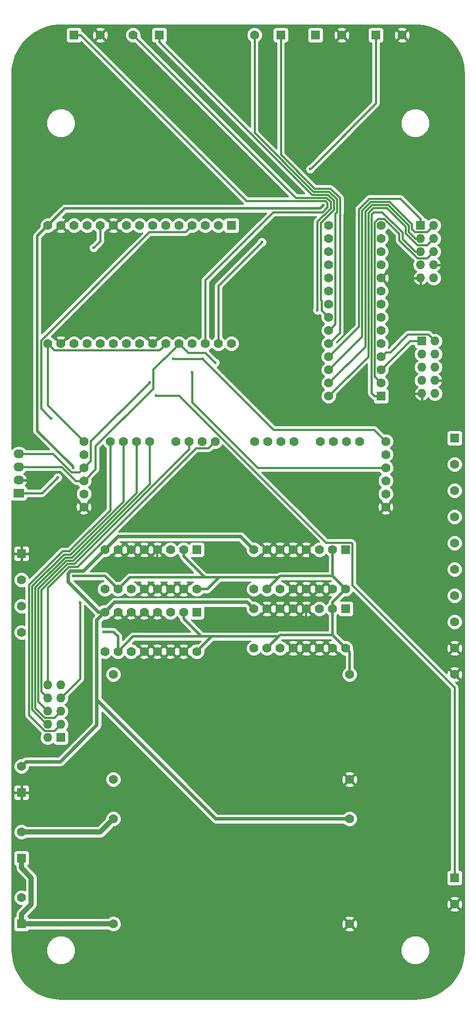
<source format=gbl>
G04 #@! TF.FileFunction,Copper,L2,Bot,Signal*
%FSLAX46Y46*%
G04 Gerber Fmt 4.6, Leading zero omitted, Abs format (unit mm)*
G04 Created by KiCad (PCBNEW 4.0.3-stable) date Thursday, August 18, 2016 'PMt' 02:05:46 PM*
%MOMM*%
%LPD*%
G01*
G04 APERTURE LIST*
%ADD10C,0.100000*%
%ADD11R,1.778000X1.778000*%
%ADD12C,1.778000*%
%ADD13R,2.032000X1.727200*%
%ADD14O,2.032000X1.727200*%
%ADD15R,1.727200X1.727200*%
%ADD16O,1.727200X1.727200*%
%ADD17C,0.600000*%
%ADD18C,0.400000*%
%ADD19C,1.000000*%
%ADD20C,0.500000*%
%ADD21C,0.700000*%
%ADD22C,0.254000*%
G04 APERTURE END LIST*
D10*
D11*
X103632000Y-165608000D03*
D12*
X101092000Y-165608000D03*
X98552000Y-165608000D03*
X96012000Y-165608000D03*
X93472000Y-165608000D03*
X90932000Y-165608000D03*
X88392000Y-165608000D03*
X85852000Y-165608000D03*
X85852000Y-173228000D03*
X88392000Y-173228000D03*
X90932000Y-173228000D03*
X93472000Y-173228000D03*
X96012000Y-173228000D03*
X98552000Y-173228000D03*
X101092000Y-173228000D03*
X103632000Y-173228000D03*
D11*
X81534000Y-102870000D03*
D12*
X78994000Y-102870000D03*
X76454000Y-102870000D03*
X73914000Y-102870000D03*
X71374000Y-102870000D03*
X68834000Y-102870000D03*
X66294000Y-102870000D03*
X63754000Y-102870000D03*
X61214000Y-102870000D03*
X58674000Y-102870000D03*
X56134000Y-102870000D03*
X53594000Y-102870000D03*
X51054000Y-102870000D03*
X48514000Y-102870000D03*
X45974000Y-102870000D03*
X45974000Y-125730000D03*
X48514000Y-125730000D03*
X51054000Y-125730000D03*
X53594000Y-125730000D03*
X56134000Y-125730000D03*
X58674000Y-125730000D03*
X61214000Y-125730000D03*
X63754000Y-125730000D03*
X66294000Y-125730000D03*
X68834000Y-125730000D03*
X71374000Y-125730000D03*
X73914000Y-125730000D03*
X76454000Y-125730000D03*
X78994000Y-125730000D03*
X81534000Y-125730000D03*
D11*
X40894000Y-237998000D03*
D12*
X40894000Y-232918000D03*
D11*
X97790000Y-66040000D03*
D12*
X102870000Y-66040000D03*
D11*
X91059000Y-66040000D03*
D12*
X85979000Y-66040000D03*
D11*
X67564000Y-66040000D03*
D12*
X62484000Y-66040000D03*
D11*
X40894000Y-212598000D03*
D12*
X40894000Y-207518000D03*
D11*
X40894000Y-225298000D03*
D12*
X40894000Y-220218000D03*
D11*
X51054000Y-66040000D03*
D12*
X56134000Y-66040000D03*
D11*
X109474000Y-66040000D03*
D12*
X114554000Y-66040000D03*
X58674000Y-189738000D03*
X58674000Y-210058000D03*
X104394000Y-210058000D03*
X104394000Y-189738000D03*
X58674000Y-217678000D03*
X58674000Y-237998000D03*
X104394000Y-237998000D03*
X104394000Y-217678000D03*
D13*
X40386000Y-154686000D03*
D14*
X40386000Y-152146000D03*
X40386000Y-149606000D03*
X40386000Y-147066000D03*
D11*
X40894000Y-166370000D03*
D12*
X40894000Y-171450000D03*
X40894000Y-176530000D03*
X40894000Y-181610000D03*
D15*
X118364000Y-125222000D03*
D16*
X120904000Y-125222000D03*
X118364000Y-127762000D03*
X120904000Y-127762000D03*
X118364000Y-130302000D03*
X120904000Y-130302000D03*
X118364000Y-132842000D03*
X120904000Y-132842000D03*
X118364000Y-135382000D03*
X120904000Y-135382000D03*
D15*
X118110000Y-102870000D03*
D16*
X120650000Y-102870000D03*
X118110000Y-105410000D03*
X120650000Y-105410000D03*
X118110000Y-107950000D03*
X120650000Y-107950000D03*
X118110000Y-110490000D03*
X120650000Y-110490000D03*
X118110000Y-113030000D03*
X120650000Y-113030000D03*
D11*
X103632000Y-177038000D03*
D12*
X101092000Y-177038000D03*
X98552000Y-177038000D03*
X96012000Y-177038000D03*
X93472000Y-177038000D03*
X90932000Y-177038000D03*
X88392000Y-177038000D03*
X85852000Y-177038000D03*
X85852000Y-184658000D03*
X88392000Y-184658000D03*
X90932000Y-184658000D03*
X93472000Y-184658000D03*
X96012000Y-184658000D03*
X98552000Y-184658000D03*
X101092000Y-184658000D03*
X103632000Y-184658000D03*
D11*
X74803000Y-165608000D03*
D12*
X72263000Y-165608000D03*
X69723000Y-165608000D03*
X67183000Y-165608000D03*
X64643000Y-165608000D03*
X62103000Y-165608000D03*
X59563000Y-165608000D03*
X57023000Y-165608000D03*
X57023000Y-173228000D03*
X59563000Y-173228000D03*
X62103000Y-173228000D03*
X64643000Y-173228000D03*
X67183000Y-173228000D03*
X69723000Y-173228000D03*
X72263000Y-173228000D03*
X74803000Y-173228000D03*
D11*
X74803000Y-177673000D03*
D12*
X72263000Y-177673000D03*
X69723000Y-177673000D03*
X67183000Y-177673000D03*
X64643000Y-177673000D03*
X62103000Y-177673000D03*
X59563000Y-177673000D03*
X57023000Y-177673000D03*
X57023000Y-185293000D03*
X59563000Y-185293000D03*
X62103000Y-185293000D03*
X64643000Y-185293000D03*
X67183000Y-185293000D03*
X69723000Y-185293000D03*
X72263000Y-185293000D03*
X74803000Y-185293000D03*
D11*
X110490000Y-135890000D03*
D12*
X110490000Y-133350000D03*
X110490000Y-130810000D03*
X110490000Y-128270000D03*
X110490000Y-125730000D03*
X110490000Y-123190000D03*
X110490000Y-120650000D03*
X110490000Y-118110000D03*
X110490000Y-115570000D03*
X110490000Y-113030000D03*
X110490000Y-110490000D03*
X110490000Y-107950000D03*
X110490000Y-105410000D03*
X110490000Y-102870000D03*
X100330000Y-102870000D03*
X100330000Y-105410000D03*
X100330000Y-107950000D03*
X100330000Y-110490000D03*
X100330000Y-113030000D03*
X100330000Y-115570000D03*
X100330000Y-118110000D03*
X100330000Y-120650000D03*
X100330000Y-123190000D03*
X100330000Y-125730000D03*
X100330000Y-128270000D03*
X100330000Y-130810000D03*
X100330000Y-133350000D03*
X100330000Y-135890000D03*
D11*
X124714000Y-229108000D03*
D12*
X124714000Y-234188000D03*
D11*
X124714000Y-144018000D03*
D12*
X124714000Y-149098000D03*
X124714000Y-154178000D03*
X124714000Y-159258000D03*
X124714000Y-164338000D03*
X124714000Y-169418000D03*
X124714000Y-174498000D03*
X124714000Y-179578000D03*
X124714000Y-184658000D03*
X124714000Y-189738000D03*
X111379000Y-157353000D03*
X111379000Y-154813000D03*
X111379000Y-152273000D03*
X111379000Y-149733000D03*
X111379000Y-147193000D03*
X111379000Y-144653000D03*
X106299000Y-144653000D03*
X103759000Y-144653000D03*
X101219000Y-144653000D03*
X98679000Y-144653000D03*
X93599000Y-144653000D03*
X91059000Y-144653000D03*
X88519000Y-144653000D03*
X85979000Y-144653000D03*
X78359000Y-144653000D03*
X75819000Y-144653000D03*
X73279000Y-144653000D03*
X70739000Y-144653000D03*
X65659000Y-144653000D03*
X63119000Y-144653000D03*
X60579000Y-144653000D03*
X58039000Y-144653000D03*
X52959000Y-144653000D03*
X52959000Y-147193000D03*
X52959000Y-149733000D03*
X52959000Y-152273000D03*
X52959000Y-154813000D03*
X52959000Y-157353000D03*
D15*
X48514000Y-201930000D03*
D16*
X45974000Y-201930000D03*
X48514000Y-199390000D03*
X45974000Y-199390000D03*
X48514000Y-196850000D03*
X45974000Y-196850000D03*
X48514000Y-194310000D03*
X45974000Y-194310000D03*
X48514000Y-191770000D03*
X45974000Y-191770000D03*
D17*
X54864000Y-107188000D03*
X47879000Y-151638000D03*
X75946000Y-128651000D03*
X70231000Y-128651000D03*
X96254000Y-111778000D03*
X88054000Y-103278000D03*
X85454000Y-101978000D03*
X95954000Y-180778000D03*
X96654000Y-169178000D03*
X67154000Y-169578000D03*
X96854000Y-109478000D03*
X96854000Y-104178000D03*
X46609000Y-140208000D03*
X46609000Y-140208000D03*
X99314000Y-98933000D03*
X50869989Y-170688000D03*
X56769000Y-181483000D03*
X50869989Y-149732991D03*
X78359000Y-129413000D03*
X73914000Y-131318000D03*
X65659000Y-133223000D03*
X87426482Y-106095482D03*
X96774000Y-91948002D03*
X66929000Y-135763000D03*
X98154000Y-119277998D03*
X52254000Y-175878000D03*
D18*
X75946000Y-128651000D02*
X89673000Y-142378000D01*
X89673000Y-142378000D02*
X109104000Y-142378000D01*
X109104000Y-142378000D02*
X111379000Y-144653000D01*
X45974000Y-125730000D02*
X47263001Y-127019001D01*
X47263001Y-127019001D02*
X67544999Y-127019001D01*
X67544999Y-127019001D02*
X67945001Y-126618999D01*
X67945001Y-126618999D02*
X68834000Y-125730000D01*
X54864000Y-107188000D02*
X56134000Y-105918000D01*
X56134000Y-105918000D02*
X56134000Y-102870000D01*
X40386000Y-154686000D02*
X44831000Y-154686000D01*
X44831000Y-154686000D02*
X47879000Y-151638000D01*
X70231000Y-128651000D02*
X75946000Y-128651000D01*
X45974000Y-125730000D02*
X45974000Y-137668000D01*
X45974000Y-137668000D02*
X52959000Y-144653000D01*
X96254000Y-111778000D02*
X96254000Y-110078000D01*
X96254000Y-110078000D02*
X96854000Y-109478000D01*
X96554000Y-104178000D02*
X96854000Y-104178000D01*
X96554000Y-104178000D02*
X96554001Y-109178001D01*
X88954000Y-104178000D02*
X96554000Y-104178000D01*
X96554001Y-109178001D02*
X96854000Y-109478000D01*
X88054000Y-103278000D02*
X88954000Y-104178000D01*
X60466000Y-101078000D02*
X84554000Y-101078000D01*
X84554000Y-101078000D02*
X85454000Y-101978000D01*
X58674000Y-102870000D02*
X60466000Y-101078000D01*
X95954000Y-180778000D02*
X95954000Y-177096000D01*
X95954000Y-177096000D02*
X96012000Y-177038000D01*
X96654000Y-169178000D02*
X96654000Y-166250000D01*
X96654000Y-166250000D02*
X96012000Y-165608000D01*
X67154000Y-169578000D02*
X67154000Y-165637000D01*
X67154000Y-165637000D02*
X67183000Y-165608000D01*
X93954000Y-109278000D02*
X93954000Y-107078000D01*
X93954000Y-107078000D02*
X96854000Y-104178000D01*
X93754000Y-109478000D02*
X93954000Y-109278000D01*
X96854000Y-109478000D02*
X93754000Y-109478000D01*
X73914000Y-102870000D02*
X72624999Y-104159001D01*
X44684999Y-138283999D02*
X46309001Y-139908001D01*
X46309001Y-139908001D02*
X46609000Y-140208000D01*
X72624999Y-104159001D02*
X65637277Y-104159001D01*
X65637277Y-104159001D02*
X44684999Y-125111279D01*
X44684999Y-125111279D02*
X44684999Y-138283999D01*
D19*
X40894000Y-237998000D02*
X40894000Y-236109000D01*
X40894000Y-236109000D02*
X42783001Y-234219999D01*
X42783001Y-234219999D02*
X42783001Y-229076001D01*
X42783001Y-229076001D02*
X40894000Y-227187000D01*
X40894000Y-227187000D02*
X40894000Y-225298000D01*
X40894000Y-237998000D02*
X58674000Y-237998000D01*
X40894000Y-220218000D02*
X56134000Y-220218000D01*
X56134000Y-220218000D02*
X58674000Y-217678000D01*
D20*
X98679000Y-99568000D02*
X99314000Y-98933000D01*
X49276000Y-99568000D02*
X98679000Y-99568000D01*
X45974000Y-102870000D02*
X49276000Y-99568000D01*
X59563000Y-173228000D02*
X57023000Y-170688000D01*
X57023000Y-170688000D02*
X50869989Y-170688000D01*
X58674000Y-181483000D02*
X59563000Y-182372000D01*
X59563000Y-182372000D02*
X59563000Y-185293000D01*
X56769000Y-181483000D02*
X58674000Y-181483000D01*
X45974000Y-102870000D02*
X43934988Y-104909012D01*
X43934988Y-104909012D02*
X43934988Y-142613988D01*
X61849000Y-170942000D02*
X79121000Y-170942000D01*
X79121000Y-170942000D02*
X83693000Y-170942000D01*
X74803000Y-173228000D02*
X76835000Y-173228000D01*
X76835000Y-173228000D02*
X79121000Y-170942000D01*
X75704765Y-182372000D02*
X77724000Y-182372000D01*
X77724000Y-182372000D02*
X81534000Y-182372000D01*
X74803000Y-185293000D02*
X75691999Y-184404001D01*
X75691999Y-184404001D02*
X77724000Y-182372000D01*
X62484000Y-182372000D02*
X81534000Y-182372000D01*
X81534000Y-182372000D02*
X90678000Y-182372000D01*
X72263000Y-177673000D02*
X72263000Y-178930235D01*
X72263000Y-178930235D02*
X75704765Y-182372000D01*
X83693000Y-170942000D02*
X90678000Y-170942000D01*
X72263000Y-165608000D02*
X72263000Y-166865235D01*
X72263000Y-166865235D02*
X76339765Y-170942000D01*
X76339765Y-170942000D02*
X83693000Y-170942000D01*
X88392000Y-173228000D02*
X90678000Y-170942000D01*
X90678000Y-170942000D02*
X90932000Y-170688000D01*
X59563000Y-173228000D02*
X61849000Y-170942000D01*
X59563000Y-185293000D02*
X62484000Y-182372000D01*
X90678000Y-182372000D02*
X90932000Y-182118000D01*
X90932000Y-170688000D02*
X101092000Y-170688000D01*
X88392000Y-184658000D02*
X90932000Y-182118000D01*
X90932000Y-182118000D02*
X101092000Y-182118000D01*
X103632000Y-173228000D02*
X101092000Y-170688000D01*
X101092000Y-170688000D02*
X101092000Y-165608000D01*
X101092000Y-177038000D02*
X101092000Y-175768000D01*
X101092000Y-175768000D02*
X103632000Y-173228000D01*
X103632000Y-184658000D02*
X101092000Y-182118000D01*
X101092000Y-182118000D02*
X101092000Y-177038000D01*
X104394000Y-189738000D02*
X104394000Y-185420000D01*
X104394000Y-185420000D02*
X103632000Y-184658000D01*
X50869989Y-149548989D02*
X50869989Y-149732991D01*
X43934988Y-142613988D02*
X50869989Y-149548989D01*
D18*
X51377451Y-152273000D02*
X51701765Y-152273000D01*
X48710451Y-149606000D02*
X51377451Y-152273000D01*
X40386000Y-149606000D02*
X48710451Y-149606000D01*
X51701765Y-152273000D02*
X52959000Y-152273000D01*
X76454000Y-127508000D02*
X73152000Y-127508000D01*
X73152000Y-127508000D02*
X71374000Y-125730000D01*
X78359000Y-129413000D02*
X76454000Y-127508000D01*
X66359002Y-130744998D02*
X70485001Y-126618999D01*
X66359002Y-134425276D02*
X66359002Y-130744998D01*
X55219600Y-145564678D02*
X66359002Y-134425276D01*
X52959000Y-152273000D02*
X55219600Y-150012400D01*
X70485001Y-126618999D02*
X71374000Y-125730000D01*
X55219600Y-150012400D02*
X55219600Y-145564678D01*
X108839000Y-149733000D02*
X111379000Y-149733000D01*
X52070001Y-150621999D02*
X52959000Y-149733000D01*
X50574993Y-150621999D02*
X52070001Y-150621999D01*
X47018994Y-147066000D02*
X50574993Y-150621999D01*
X40386000Y-147066000D02*
X47018994Y-147066000D01*
X108839000Y-149733000D02*
X86611278Y-149733000D01*
X86611278Y-149733000D02*
X73914000Y-137035722D01*
X73914000Y-137035722D02*
X73914000Y-131318000D01*
X52959000Y-149733000D02*
X54248001Y-148443999D01*
X54248001Y-148443999D02*
X54248001Y-144633999D01*
X54248001Y-144633999D02*
X65659000Y-133223000D01*
X78994000Y-125730000D02*
X78994000Y-114527964D01*
X78994000Y-114527964D02*
X87126483Y-106395481D01*
X87126483Y-106395481D02*
X87426482Y-106095482D01*
D21*
X40894000Y-207518000D02*
X41782999Y-206629001D01*
X41782999Y-206629001D02*
X48386999Y-206629001D01*
X48386999Y-206629001D02*
X55483999Y-199532001D01*
X55483999Y-199532001D02*
X55483999Y-194660131D01*
X57023000Y-177673000D02*
X55765765Y-177673000D01*
X49919987Y-171827222D02*
X49919987Y-170231998D01*
X56134001Y-166496999D02*
X57023000Y-165608000D01*
X52893002Y-169737998D02*
X56134001Y-166496999D01*
X50413987Y-169737998D02*
X52893002Y-169737998D01*
X55765765Y-177673000D02*
X49919987Y-171827222D01*
X49919987Y-170231998D02*
X50413987Y-169737998D01*
X56134001Y-178561999D02*
X57023000Y-177673000D01*
X55483999Y-194660131D02*
X55483999Y-179212001D01*
X55483999Y-179212001D02*
X56134001Y-178561999D01*
X104394000Y-217678000D02*
X78501868Y-217678000D01*
X78501868Y-217678000D02*
X55483999Y-194660131D01*
X57023000Y-165608000D02*
X59563000Y-163068000D01*
X59563000Y-163068000D02*
X83312000Y-163068000D01*
X83312000Y-163068000D02*
X84963001Y-164719001D01*
X84963001Y-164719001D02*
X85852000Y-165608000D01*
X57023000Y-177673000D02*
X58928000Y-175768000D01*
X58928000Y-175768000D02*
X84582000Y-175768000D01*
X84582000Y-175768000D02*
X84963001Y-176149001D01*
X84963001Y-176149001D02*
X85852000Y-177038000D01*
D18*
X76454000Y-113476276D02*
X76454000Y-124472765D01*
X89612265Y-100318011D02*
X76454000Y-113476276D01*
X99112993Y-100318011D02*
X89612265Y-100318011D01*
X76454000Y-124472765D02*
X76454000Y-125730000D01*
X52343000Y-66040000D02*
X84435998Y-98132998D01*
X100114002Y-99317002D02*
X99112993Y-100318011D01*
X100114002Y-98548998D02*
X100114002Y-99317002D01*
X84435998Y-98132998D02*
X99698002Y-98132998D01*
X51054000Y-66040000D02*
X52343000Y-66040000D01*
X99698002Y-98132998D02*
X100114002Y-98548998D01*
X109474000Y-79248002D02*
X97073999Y-91648003D01*
X97073999Y-91648003D02*
X96774000Y-91948002D01*
X109474000Y-66040000D02*
X109474000Y-79248002D01*
X124714000Y-229108000D02*
X124714000Y-192278000D01*
X71376722Y-135763000D02*
X66929000Y-135763000D01*
X124714000Y-192278000D02*
X104921001Y-172485001D01*
X104921001Y-172485001D02*
X104921001Y-164398999D01*
X104921001Y-164398999D02*
X104741001Y-164218999D01*
X99832721Y-164218999D02*
X71376722Y-135763000D01*
X104741001Y-164218999D02*
X99832721Y-164218999D01*
X110490000Y-130810000D02*
X116078000Y-125222000D01*
X116078000Y-125222000D02*
X118364000Y-125222000D01*
X112267999Y-127381001D02*
X115690601Y-123958399D01*
X115690601Y-123958399D02*
X119640399Y-123958399D01*
X119640399Y-123958399D02*
X120040401Y-124358401D01*
X120040401Y-124358401D02*
X120904000Y-125222000D01*
X110490000Y-128270000D02*
X111378999Y-127381001D01*
X111378999Y-127381001D02*
X112267999Y-127381001D01*
X114189147Y-97685547D02*
X118110000Y-101606400D01*
X100330000Y-128270000D02*
X106200944Y-122399056D01*
X106200944Y-122399056D02*
X106200944Y-99690541D01*
X118110000Y-101606400D02*
X118110000Y-102870000D01*
X106200944Y-99690541D02*
X108205938Y-97685547D01*
X108205938Y-97685547D02*
X114189147Y-97685547D01*
X116994085Y-104146399D02*
X119373601Y-104146399D01*
X119373601Y-104146399D02*
X119786401Y-103733599D01*
X106800955Y-99939073D02*
X108454470Y-98285558D01*
X116395242Y-102587071D02*
X116395242Y-103547554D01*
X100330000Y-130810000D02*
X106800955Y-124339045D01*
X119786401Y-103733599D02*
X120650000Y-102870000D01*
X116395242Y-103547554D02*
X116994085Y-104146399D01*
X112093729Y-98285558D02*
X116395242Y-102587071D01*
X106800955Y-124339045D02*
X106800955Y-99939073D01*
X108454470Y-98285558D02*
X112093729Y-98285558D01*
X117088415Y-105410000D02*
X118110000Y-105410000D01*
X115795231Y-104116816D02*
X117088415Y-105410000D01*
X115795231Y-102835603D02*
X115795231Y-104116816D01*
X107400966Y-126279034D02*
X107400966Y-100187605D01*
X108703002Y-98885569D02*
X111845197Y-98885569D01*
X111845197Y-98885569D02*
X115795231Y-102835603D01*
X100330000Y-133350000D02*
X107400966Y-126279034D01*
X107400966Y-100187605D02*
X108703002Y-98885569D01*
X119786401Y-106273599D02*
X120650000Y-105410000D01*
X111571265Y-99485580D02*
X115195220Y-103109535D01*
X117503471Y-106673601D02*
X119386399Y-106673601D01*
X119386399Y-106673601D02*
X119786401Y-106273599D01*
X115195220Y-104365350D02*
X117503471Y-106673601D01*
X115195220Y-103109535D02*
X115195220Y-104365350D01*
X100330000Y-135890000D02*
X108000977Y-128219023D01*
X108951534Y-99485580D02*
X111571265Y-99485580D01*
X108000977Y-128219023D02*
X108000978Y-100436136D01*
X108000978Y-100436136D02*
X108951534Y-99485580D01*
X117088412Y-107950000D02*
X118110000Y-107950000D01*
X110665056Y-100288791D02*
X114595209Y-104218944D01*
X109047667Y-100288791D02*
X110665056Y-100288791D01*
X108600988Y-135289988D02*
X108600988Y-100735470D01*
X114595209Y-104218944D02*
X114595209Y-105456797D01*
X108600988Y-100735470D02*
X109047667Y-100288791D01*
X109201000Y-135890000D02*
X108600988Y-135289988D01*
X114595209Y-105456797D02*
X117088412Y-107950000D01*
X110490000Y-135890000D02*
X109201000Y-135890000D01*
X113995199Y-105705329D02*
X117503471Y-109213601D01*
X110490000Y-133350000D02*
X109200999Y-132060999D01*
X111105999Y-101580999D02*
X113995199Y-104470199D01*
X119786401Y-108813599D02*
X120650000Y-107950000D01*
X109200999Y-102251279D02*
X109871279Y-101580999D01*
X113995199Y-104470199D02*
X113995199Y-105705329D01*
X109871279Y-101580999D02*
X111105999Y-101580999D01*
X119386399Y-109213601D02*
X119786401Y-108813599D01*
X109200999Y-132060999D02*
X109200999Y-102251279D01*
X117503471Y-109213601D02*
X119386399Y-109213601D01*
X101218999Y-124841001D02*
X100330000Y-125730000D01*
X102489000Y-123571000D02*
X101218999Y-124841001D01*
X91059000Y-66040000D02*
X91059000Y-89174004D01*
X102489000Y-100604004D02*
X102489000Y-123571000D01*
X102514046Y-100578958D02*
X102489000Y-100604004D01*
X102514046Y-97554870D02*
X102514046Y-100578958D01*
X100692130Y-95732954D02*
X102514046Y-97554870D01*
X97617950Y-95732954D02*
X100692130Y-95732954D01*
X91059000Y-89174004D02*
X97617950Y-95732954D01*
X101914035Y-97803402D02*
X101914035Y-100287514D01*
X101218999Y-122301001D02*
X100330000Y-123190000D01*
X100443598Y-96332965D02*
X101914035Y-97803402D01*
X101914035Y-100287514D02*
X101619001Y-100582548D01*
X97369418Y-96332965D02*
X100443598Y-96332965D01*
X101619001Y-100582548D02*
X101619001Y-121900999D01*
X101619001Y-121900999D02*
X101218999Y-122301001D01*
X85979000Y-84942547D02*
X97369418Y-96332965D01*
X85979000Y-66040000D02*
X85979000Y-84942547D01*
X100195066Y-96932976D02*
X101314024Y-98051934D01*
X101314024Y-98051934D02*
X101314024Y-99814066D01*
X97120886Y-96932976D02*
X100195066Y-96932976D01*
X98954001Y-117441999D02*
X98954001Y-119274001D01*
X67564000Y-67376090D02*
X97120886Y-96932976D01*
X67564000Y-66040000D02*
X67564000Y-67376090D01*
X101314024Y-99814066D02*
X98784000Y-102344090D01*
X98784000Y-117271998D02*
X98954001Y-117441999D01*
X98784000Y-102344090D02*
X98784000Y-117271998D01*
X99441001Y-119761001D02*
X100330000Y-120650000D01*
X98954001Y-119274001D02*
X99441001Y-119761001D01*
X98154000Y-118853734D02*
X98154000Y-119277998D01*
X98154000Y-102125547D02*
X98154000Y-118853734D01*
X100714013Y-99565534D02*
X98154000Y-102125547D01*
X99946534Y-97532987D02*
X100714013Y-98300466D01*
X62484000Y-66040000D02*
X93976987Y-97532987D01*
X93976987Y-97532987D02*
X99946534Y-97532987D01*
X100714013Y-98300466D02*
X100714013Y-99565534D01*
X45974000Y-172975888D02*
X50061901Y-168887987D01*
X50061901Y-168887987D02*
X51687291Y-168887987D01*
X77470001Y-145541999D02*
X78359000Y-144653000D01*
X77069999Y-145942001D02*
X77470001Y-145541999D01*
X45974000Y-191770000D02*
X45974000Y-172975888D01*
X51687291Y-168887987D02*
X74633277Y-145942001D01*
X74633277Y-145942001D02*
X77069999Y-145942001D01*
X49813369Y-168287976D02*
X51133196Y-168287976D01*
X73279000Y-146142172D02*
X73279000Y-145910235D01*
X73279000Y-145910235D02*
X73279000Y-144653000D01*
X51133196Y-168287976D02*
X73279000Y-146142172D01*
X44710399Y-193046399D02*
X44710399Y-173390946D01*
X45974000Y-194310000D02*
X44710399Y-193046399D01*
X44710399Y-173390946D02*
X49813369Y-168287976D01*
X52254000Y-175878000D02*
X52254000Y-190570000D01*
X52254000Y-190570000D02*
X48514000Y-194310000D01*
X65659000Y-145910235D02*
X65659000Y-144653000D01*
X65659000Y-152913627D02*
X65659000Y-145910235D01*
X49564837Y-167687965D02*
X50884662Y-167687965D01*
X44110388Y-173142414D02*
X49564837Y-167687965D01*
X44110388Y-194986388D02*
X44110388Y-173142414D01*
X45974000Y-196850000D02*
X44110388Y-194986388D01*
X50884662Y-167687965D02*
X65659000Y-152913627D01*
X63119000Y-145910235D02*
X63119000Y-144653000D01*
X49316305Y-167087954D02*
X50636130Y-167087954D01*
X50636130Y-167087954D02*
X63119000Y-154605084D01*
X43510377Y-172893882D02*
X49316305Y-167087954D01*
X63119000Y-154605084D02*
X63119000Y-145910235D01*
X43510377Y-196256507D02*
X43510377Y-172893882D01*
X45367471Y-198113601D02*
X43510377Y-196256507D01*
X48514000Y-196850000D02*
X47250399Y-198113601D01*
X47250399Y-198113601D02*
X45367471Y-198113601D01*
X60579000Y-156296541D02*
X60579000Y-145910235D01*
X50387598Y-166487943D02*
X60579000Y-156296541D01*
X42910366Y-172645350D02*
X49067773Y-166487943D01*
X42910366Y-196505038D02*
X42910366Y-172645350D01*
X60579000Y-145910235D02*
X60579000Y-144653000D01*
X49067773Y-166487943D02*
X50387598Y-166487943D01*
X45974000Y-199390000D02*
X45795328Y-199390000D01*
X45795328Y-199390000D02*
X42910366Y-196505038D01*
X58039000Y-157987998D02*
X58039000Y-145910235D01*
X58039000Y-145910235D02*
X58039000Y-144653000D01*
X42310355Y-197596485D02*
X42310355Y-172396818D01*
X48819241Y-165887932D02*
X50139066Y-165887932D01*
X42310355Y-172396818D02*
X48819241Y-165887932D01*
X50139066Y-165887932D02*
X58039000Y-157987998D01*
X48514000Y-199390000D02*
X47250399Y-200653601D01*
X45367471Y-200653601D02*
X42310355Y-197596485D01*
X47250399Y-200653601D02*
X45367471Y-200653601D01*
D22*
G36*
X118623681Y-64200360D02*
X119698228Y-64439148D01*
X120397456Y-64672224D01*
X121225939Y-65027288D01*
X122294802Y-65621101D01*
X123231632Y-66323724D01*
X124299562Y-67391654D01*
X125248235Y-68696078D01*
X125720624Y-69640856D01*
X126073990Y-70465376D01*
X126423304Y-71746197D01*
X126544000Y-73556634D01*
X126544000Y-243654237D01*
X126426660Y-244358277D01*
X126426922Y-244366670D01*
X126424136Y-244374590D01*
X126304659Y-245210929D01*
X125951890Y-246386825D01*
X125482469Y-247443023D01*
X124885525Y-248398135D01*
X124297404Y-249221504D01*
X123599725Y-249919183D01*
X122882795Y-250516625D01*
X122048045Y-251112875D01*
X120989426Y-251700997D01*
X119688833Y-252173940D01*
X118640237Y-252406961D01*
X117066728Y-252528000D01*
X48543527Y-252528000D01*
X47099877Y-252407696D01*
X45560415Y-252052436D01*
X43900599Y-251341085D01*
X42847508Y-250639025D01*
X42011768Y-249922676D01*
X41423849Y-249334757D01*
X40966203Y-248762700D01*
X40360502Y-247793578D01*
X39887760Y-246966279D01*
X39540992Y-246041562D01*
X39306492Y-245103564D01*
X39109956Y-243629540D01*
X45728518Y-243629540D01*
X46151616Y-244653515D01*
X46934365Y-245437631D01*
X47957599Y-245862515D01*
X49065540Y-245863482D01*
X50089515Y-245440384D01*
X50873631Y-244657635D01*
X51298515Y-243634401D01*
X51298519Y-243629540D01*
X114308518Y-243629540D01*
X114731616Y-244653515D01*
X115514365Y-245437631D01*
X116537599Y-245862515D01*
X117645540Y-245863482D01*
X118669515Y-245440384D01*
X119453631Y-244657635D01*
X119878515Y-243634401D01*
X119879482Y-242526460D01*
X119456384Y-241502485D01*
X118673635Y-240718369D01*
X117650401Y-240293485D01*
X116542460Y-240292518D01*
X115518485Y-240715616D01*
X114734369Y-241498365D01*
X114309485Y-242521599D01*
X114308518Y-243629540D01*
X51298519Y-243629540D01*
X51299482Y-242526460D01*
X50876384Y-241502485D01*
X50093635Y-240718369D01*
X49070401Y-240293485D01*
X47962460Y-240292518D01*
X46938485Y-240715616D01*
X46154369Y-241498365D01*
X45729485Y-242521599D01*
X45728518Y-243629540D01*
X39109956Y-243629540D01*
X39064000Y-243284874D01*
X39064000Y-224409000D01*
X39357560Y-224409000D01*
X39357560Y-226187000D01*
X39401838Y-226422317D01*
X39540910Y-226638441D01*
X39753110Y-226783431D01*
X39759000Y-226784624D01*
X39759000Y-227187000D01*
X39845397Y-227621346D01*
X39934642Y-227754910D01*
X40091434Y-227989566D01*
X41648001Y-229546133D01*
X41648001Y-231580926D01*
X41198472Y-231394265D01*
X40592188Y-231393736D01*
X40031851Y-231625262D01*
X39602769Y-232053596D01*
X39370265Y-232613528D01*
X39369736Y-233219812D01*
X39601262Y-233780149D01*
X40029596Y-234209231D01*
X40589528Y-234441735D01*
X40955813Y-234442055D01*
X40091434Y-235306434D01*
X39845397Y-235674654D01*
X39759000Y-236109000D01*
X39759000Y-236512712D01*
X39553559Y-236644910D01*
X39408569Y-236857110D01*
X39357560Y-237109000D01*
X39357560Y-238887000D01*
X39401838Y-239122317D01*
X39540910Y-239338441D01*
X39753110Y-239483431D01*
X40005000Y-239534440D01*
X41783000Y-239534440D01*
X42018317Y-239490162D01*
X42234441Y-239351090D01*
X42379431Y-239138890D01*
X42380624Y-239133000D01*
X57653637Y-239133000D01*
X57809596Y-239289231D01*
X58369528Y-239521735D01*
X58975812Y-239522264D01*
X59536149Y-239290738D01*
X59757076Y-239070196D01*
X103501409Y-239070196D01*
X103586467Y-239325539D01*
X104155965Y-239533516D01*
X104761700Y-239507723D01*
X105201533Y-239325539D01*
X105286591Y-239070196D01*
X104394000Y-238177605D01*
X103501409Y-239070196D01*
X59757076Y-239070196D01*
X59965231Y-238862404D01*
X60197735Y-238302472D01*
X60198208Y-237759965D01*
X102858484Y-237759965D01*
X102884277Y-238365700D01*
X103066461Y-238805533D01*
X103321804Y-238890591D01*
X104214395Y-237998000D01*
X104573605Y-237998000D01*
X105466196Y-238890591D01*
X105721539Y-238805533D01*
X105929516Y-238236035D01*
X105903723Y-237630300D01*
X105721539Y-237190467D01*
X105466196Y-237105409D01*
X104573605Y-237998000D01*
X104214395Y-237998000D01*
X103321804Y-237105409D01*
X103066461Y-237190467D01*
X102858484Y-237759965D01*
X60198208Y-237759965D01*
X60198264Y-237696188D01*
X59966738Y-237135851D01*
X59757058Y-236925804D01*
X103501409Y-236925804D01*
X104394000Y-237818395D01*
X105286591Y-236925804D01*
X105201533Y-236670461D01*
X104632035Y-236462484D01*
X104026300Y-236488277D01*
X103586467Y-236670461D01*
X103501409Y-236925804D01*
X59757058Y-236925804D01*
X59538404Y-236706769D01*
X58978472Y-236474265D01*
X58372188Y-236473736D01*
X57811851Y-236705262D01*
X57653838Y-236863000D01*
X42379288Y-236863000D01*
X42247090Y-236657559D01*
X42070935Y-236537197D01*
X43347936Y-235260196D01*
X123821409Y-235260196D01*
X123906467Y-235515539D01*
X124475965Y-235723516D01*
X125081700Y-235697723D01*
X125521533Y-235515539D01*
X125606591Y-235260196D01*
X124714000Y-234367605D01*
X123821409Y-235260196D01*
X43347936Y-235260196D01*
X43585567Y-235022565D01*
X43618017Y-234974000D01*
X43831604Y-234654345D01*
X43918001Y-234219999D01*
X43918001Y-233949965D01*
X123178484Y-233949965D01*
X123204277Y-234555700D01*
X123386461Y-234995533D01*
X123641804Y-235080591D01*
X124534395Y-234188000D01*
X124893605Y-234188000D01*
X125786196Y-235080591D01*
X126041539Y-234995533D01*
X126249516Y-234426035D01*
X126223723Y-233820300D01*
X126041539Y-233380467D01*
X125786196Y-233295409D01*
X124893605Y-234188000D01*
X124534395Y-234188000D01*
X123641804Y-233295409D01*
X123386461Y-233380467D01*
X123178484Y-233949965D01*
X43918001Y-233949965D01*
X43918001Y-233115804D01*
X123821409Y-233115804D01*
X124714000Y-234008395D01*
X125606591Y-233115804D01*
X125521533Y-232860461D01*
X124952035Y-232652484D01*
X124346300Y-232678277D01*
X123906467Y-232860461D01*
X123821409Y-233115804D01*
X43918001Y-233115804D01*
X43918001Y-229076001D01*
X43831604Y-228641655D01*
X43585567Y-228273435D01*
X42069414Y-226757282D01*
X42234441Y-226651090D01*
X42379431Y-226438890D01*
X42430440Y-226187000D01*
X42430440Y-224409000D01*
X42386162Y-224173683D01*
X42247090Y-223957559D01*
X42034890Y-223812569D01*
X41783000Y-223761560D01*
X40005000Y-223761560D01*
X39769683Y-223805838D01*
X39553559Y-223944910D01*
X39408569Y-224157110D01*
X39357560Y-224409000D01*
X39064000Y-224409000D01*
X39064000Y-220519812D01*
X39369736Y-220519812D01*
X39601262Y-221080149D01*
X40029596Y-221509231D01*
X40589528Y-221741735D01*
X41195812Y-221742264D01*
X41756149Y-221510738D01*
X41914162Y-221353000D01*
X56134000Y-221353000D01*
X56568346Y-221266603D01*
X56936566Y-221020566D01*
X58755061Y-219202071D01*
X58975812Y-219202264D01*
X59536149Y-218970738D01*
X59965231Y-218542404D01*
X60197735Y-217982472D01*
X60198264Y-217376188D01*
X59966738Y-216815851D01*
X59538404Y-216386769D01*
X58978472Y-216154265D01*
X58372188Y-216153736D01*
X57811851Y-216385262D01*
X57382769Y-216813596D01*
X57150265Y-217373528D01*
X57150070Y-217596797D01*
X55663868Y-219083000D01*
X41914363Y-219083000D01*
X41758404Y-218926769D01*
X41198472Y-218694265D01*
X40592188Y-218693736D01*
X40031851Y-218925262D01*
X39602769Y-219353596D01*
X39370265Y-219913528D01*
X39369736Y-220519812D01*
X39064000Y-220519812D01*
X39064000Y-212883750D01*
X39370000Y-212883750D01*
X39370000Y-213613309D01*
X39466673Y-213846698D01*
X39645301Y-214025327D01*
X39878690Y-214122000D01*
X40608250Y-214122000D01*
X40767000Y-213963250D01*
X40767000Y-212725000D01*
X41021000Y-212725000D01*
X41021000Y-213963250D01*
X41179750Y-214122000D01*
X41909310Y-214122000D01*
X42142699Y-214025327D01*
X42321327Y-213846698D01*
X42418000Y-213613309D01*
X42418000Y-212883750D01*
X42259250Y-212725000D01*
X41021000Y-212725000D01*
X40767000Y-212725000D01*
X39528750Y-212725000D01*
X39370000Y-212883750D01*
X39064000Y-212883750D01*
X39064000Y-211582691D01*
X39370000Y-211582691D01*
X39370000Y-212312250D01*
X39528750Y-212471000D01*
X40767000Y-212471000D01*
X40767000Y-211232750D01*
X41021000Y-211232750D01*
X41021000Y-212471000D01*
X42259250Y-212471000D01*
X42418000Y-212312250D01*
X42418000Y-211582691D01*
X42321327Y-211349302D01*
X42142699Y-211170673D01*
X41909310Y-211074000D01*
X41179750Y-211074000D01*
X41021000Y-211232750D01*
X40767000Y-211232750D01*
X40608250Y-211074000D01*
X39878690Y-211074000D01*
X39645301Y-211170673D01*
X39466673Y-211349302D01*
X39370000Y-211582691D01*
X39064000Y-211582691D01*
X39064000Y-210359812D01*
X57149736Y-210359812D01*
X57381262Y-210920149D01*
X57809596Y-211349231D01*
X58369528Y-211581735D01*
X58975812Y-211582264D01*
X59536149Y-211350738D01*
X59965231Y-210922404D01*
X60197735Y-210362472D01*
X60198264Y-209756188D01*
X59966738Y-209195851D01*
X59538404Y-208766769D01*
X58978472Y-208534265D01*
X58372188Y-208533736D01*
X57811851Y-208765262D01*
X57382769Y-209193596D01*
X57150265Y-209753528D01*
X57149736Y-210359812D01*
X39064000Y-210359812D01*
X39064000Y-166655750D01*
X39370000Y-166655750D01*
X39370000Y-167385309D01*
X39466673Y-167618698D01*
X39645301Y-167797327D01*
X39878690Y-167894000D01*
X40608250Y-167894000D01*
X40767000Y-167735250D01*
X40767000Y-166497000D01*
X41021000Y-166497000D01*
X41021000Y-167735250D01*
X41179750Y-167894000D01*
X41909310Y-167894000D01*
X42142699Y-167797327D01*
X42321327Y-167618698D01*
X42418000Y-167385309D01*
X42418000Y-166655750D01*
X42259250Y-166497000D01*
X41021000Y-166497000D01*
X40767000Y-166497000D01*
X39528750Y-166497000D01*
X39370000Y-166655750D01*
X39064000Y-166655750D01*
X39064000Y-165354691D01*
X39370000Y-165354691D01*
X39370000Y-166084250D01*
X39528750Y-166243000D01*
X40767000Y-166243000D01*
X40767000Y-165004750D01*
X41021000Y-165004750D01*
X41021000Y-166243000D01*
X42259250Y-166243000D01*
X42418000Y-166084250D01*
X42418000Y-165354691D01*
X42321327Y-165121302D01*
X42142699Y-164942673D01*
X41909310Y-164846000D01*
X41179750Y-164846000D01*
X41021000Y-165004750D01*
X40767000Y-165004750D01*
X40608250Y-164846000D01*
X39878690Y-164846000D01*
X39645301Y-164942673D01*
X39466673Y-165121302D01*
X39370000Y-165354691D01*
X39064000Y-165354691D01*
X39064000Y-158425196D01*
X52066409Y-158425196D01*
X52151467Y-158680539D01*
X52720965Y-158888516D01*
X53326700Y-158862723D01*
X53766533Y-158680539D01*
X53851591Y-158425196D01*
X52959000Y-157532605D01*
X52066409Y-158425196D01*
X39064000Y-158425196D01*
X39064000Y-157114965D01*
X51423484Y-157114965D01*
X51449277Y-157720700D01*
X51631461Y-158160533D01*
X51886804Y-158245591D01*
X52779395Y-157353000D01*
X53138605Y-157353000D01*
X54031196Y-158245591D01*
X54286539Y-158160533D01*
X54494516Y-157591035D01*
X54468723Y-156985300D01*
X54286539Y-156545467D01*
X54031196Y-156460409D01*
X53138605Y-157353000D01*
X52779395Y-157353000D01*
X51886804Y-156460409D01*
X51631461Y-156545467D01*
X51423484Y-157114965D01*
X39064000Y-157114965D01*
X39064000Y-156109059D01*
X39118110Y-156146031D01*
X39370000Y-156197040D01*
X41402000Y-156197040D01*
X41637317Y-156152762D01*
X41853441Y-156013690D01*
X41998431Y-155801490D01*
X42049440Y-155549600D01*
X42049440Y-155521000D01*
X44831000Y-155521000D01*
X45150541Y-155457439D01*
X45421434Y-155276434D01*
X48167333Y-152530535D01*
X48407943Y-152431117D01*
X48671192Y-152168327D01*
X48813838Y-151824799D01*
X48814162Y-151452833D01*
X48672117Y-151109057D01*
X48409327Y-150845808D01*
X48065799Y-150703162D01*
X47693833Y-150702838D01*
X47350057Y-150844883D01*
X47086808Y-151107673D01*
X46986222Y-151349910D01*
X44485132Y-153851000D01*
X42049440Y-153851000D01*
X42049440Y-153822400D01*
X42005162Y-153587083D01*
X41866090Y-153370959D01*
X41653890Y-153225969D01*
X41559073Y-153206768D01*
X41736732Y-153048036D01*
X41990709Y-152520791D01*
X41993358Y-152505026D01*
X41872217Y-152273000D01*
X40513000Y-152273000D01*
X40513000Y-152293000D01*
X40259000Y-152293000D01*
X40259000Y-152273000D01*
X40239000Y-152273000D01*
X40239000Y-152019000D01*
X40259000Y-152019000D01*
X40259000Y-151999000D01*
X40513000Y-151999000D01*
X40513000Y-152019000D01*
X41872217Y-152019000D01*
X41993358Y-151786974D01*
X41990709Y-151771209D01*
X41736732Y-151243964D01*
X41320931Y-150872461D01*
X41630415Y-150665670D01*
X41780535Y-150441000D01*
X48364583Y-150441000D01*
X50787017Y-152863434D01*
X51057911Y-153044440D01*
X51377451Y-153108000D01*
X51655044Y-153108000D01*
X51666262Y-153135149D01*
X52073737Y-153543336D01*
X51667769Y-153948596D01*
X51435265Y-154508528D01*
X51434736Y-155114812D01*
X51666262Y-155675149D01*
X52094596Y-156104231D01*
X52121506Y-156115405D01*
X52066409Y-156280804D01*
X52959000Y-157173395D01*
X53851591Y-156280804D01*
X53796647Y-156115862D01*
X53821149Y-156105738D01*
X54250231Y-155677404D01*
X54482735Y-155117472D01*
X54483264Y-154511188D01*
X54251738Y-153950851D01*
X53844263Y-153542664D01*
X54250231Y-153137404D01*
X54482735Y-152577472D01*
X54483264Y-151971188D01*
X54471106Y-151941762D01*
X55810034Y-150602834D01*
X55833309Y-150568000D01*
X55991039Y-150331941D01*
X56054600Y-150012400D01*
X56054600Y-145910546D01*
X56659640Y-145305506D01*
X56746262Y-145515149D01*
X57174596Y-145944231D01*
X57204000Y-145956441D01*
X57204000Y-157642130D01*
X49793198Y-165052932D01*
X48819241Y-165052932D01*
X48499700Y-165116493D01*
X48314410Y-165240300D01*
X48228807Y-165297498D01*
X42406526Y-171119779D01*
X42186738Y-170587851D01*
X41758404Y-170158769D01*
X41198472Y-169926265D01*
X40592188Y-169925736D01*
X40031851Y-170157262D01*
X39602769Y-170585596D01*
X39370265Y-171145528D01*
X39369736Y-171751812D01*
X39601262Y-172312149D01*
X40029596Y-172741231D01*
X40589528Y-172973735D01*
X41195812Y-172974264D01*
X41475355Y-172858759D01*
X41475355Y-175121237D01*
X41198472Y-175006265D01*
X40592188Y-175005736D01*
X40031851Y-175237262D01*
X39602769Y-175665596D01*
X39370265Y-176225528D01*
X39369736Y-176831812D01*
X39601262Y-177392149D01*
X40029596Y-177821231D01*
X40589528Y-178053735D01*
X41195812Y-178054264D01*
X41475355Y-177938759D01*
X41475355Y-180201237D01*
X41198472Y-180086265D01*
X40592188Y-180085736D01*
X40031851Y-180317262D01*
X39602769Y-180745596D01*
X39370265Y-181305528D01*
X39369736Y-181911812D01*
X39601262Y-182472149D01*
X40029596Y-182901231D01*
X40589528Y-183133735D01*
X41195812Y-183134264D01*
X41475355Y-183018759D01*
X41475355Y-197596485D01*
X41538916Y-197916026D01*
X41719921Y-198186919D01*
X44692053Y-201159051D01*
X44560115Y-201356511D01*
X44446041Y-201930000D01*
X44560115Y-202503489D01*
X44884971Y-202989670D01*
X45371152Y-203314526D01*
X45944641Y-203428600D01*
X46003359Y-203428600D01*
X46576848Y-203314526D01*
X47042442Y-203003426D01*
X47047238Y-203028917D01*
X47186310Y-203245041D01*
X47398510Y-203390031D01*
X47650400Y-203441040D01*
X49377600Y-203441040D01*
X49612917Y-203396762D01*
X49829041Y-203257690D01*
X49974031Y-203045490D01*
X50025040Y-202793600D01*
X50025040Y-201066400D01*
X49980762Y-200831083D01*
X49841690Y-200614959D01*
X49629490Y-200469969D01*
X49585869Y-200461136D01*
X49603029Y-200449670D01*
X49927885Y-199963489D01*
X50041959Y-199390000D01*
X49927885Y-198816511D01*
X49603029Y-198330330D01*
X49288248Y-198120000D01*
X49603029Y-197909670D01*
X49927885Y-197423489D01*
X50041959Y-196850000D01*
X49927885Y-196276511D01*
X49603029Y-195790330D01*
X49288248Y-195580000D01*
X49603029Y-195369670D01*
X49927885Y-194883489D01*
X50041959Y-194310000D01*
X49984373Y-194020495D01*
X52844434Y-191160434D01*
X53025440Y-190889540D01*
X53089000Y-190570000D01*
X53089000Y-176389236D01*
X55001382Y-178301618D01*
X54787499Y-178515501D01*
X54573978Y-178835058D01*
X54498999Y-179212001D01*
X54498999Y-199124001D01*
X47978999Y-205644001D01*
X41782999Y-205644001D01*
X41406056Y-205718980D01*
X41086499Y-205932501D01*
X41024886Y-205994114D01*
X40592188Y-205993736D01*
X40031851Y-206225262D01*
X39602769Y-206653596D01*
X39370265Y-207213528D01*
X39369736Y-207819812D01*
X39601262Y-208380149D01*
X40029596Y-208809231D01*
X40589528Y-209041735D01*
X41195812Y-209042264D01*
X41756149Y-208810738D01*
X42185231Y-208382404D01*
X42417735Y-207822472D01*
X42417917Y-207614001D01*
X48386999Y-207614001D01*
X48763942Y-207539022D01*
X49083499Y-207325501D01*
X56180499Y-200228501D01*
X56394020Y-199908944D01*
X56468999Y-199532001D01*
X56468999Y-197038131D01*
X77805368Y-218374501D01*
X78124925Y-218588021D01*
X78501868Y-218663000D01*
X103223899Y-218663000D01*
X103529596Y-218969231D01*
X104089528Y-219201735D01*
X104695812Y-219202264D01*
X105256149Y-218970738D01*
X105685231Y-218542404D01*
X105917735Y-217982472D01*
X105918264Y-217376188D01*
X105686738Y-216815851D01*
X105258404Y-216386769D01*
X104698472Y-216154265D01*
X104092188Y-216153736D01*
X103531851Y-216385262D01*
X103223576Y-216693000D01*
X78909869Y-216693000D01*
X73347065Y-211130196D01*
X103501409Y-211130196D01*
X103586467Y-211385539D01*
X104155965Y-211593516D01*
X104761700Y-211567723D01*
X105201533Y-211385539D01*
X105286591Y-211130196D01*
X104394000Y-210237605D01*
X103501409Y-211130196D01*
X73347065Y-211130196D01*
X72036834Y-209819965D01*
X102858484Y-209819965D01*
X102884277Y-210425700D01*
X103066461Y-210865533D01*
X103321804Y-210950591D01*
X104214395Y-210058000D01*
X104573605Y-210058000D01*
X105466196Y-210950591D01*
X105721539Y-210865533D01*
X105929516Y-210296035D01*
X105903723Y-209690300D01*
X105721539Y-209250467D01*
X105466196Y-209165409D01*
X104573605Y-210058000D01*
X104214395Y-210058000D01*
X103321804Y-209165409D01*
X103066461Y-209250467D01*
X102858484Y-209819965D01*
X72036834Y-209819965D01*
X71202673Y-208985804D01*
X103501409Y-208985804D01*
X104394000Y-209878395D01*
X105286591Y-208985804D01*
X105201533Y-208730461D01*
X104632035Y-208522484D01*
X104026300Y-208548277D01*
X103586467Y-208730461D01*
X103501409Y-208985804D01*
X71202673Y-208985804D01*
X56468999Y-194252131D01*
X56468999Y-190039812D01*
X57149736Y-190039812D01*
X57381262Y-190600149D01*
X57809596Y-191029231D01*
X58369528Y-191261735D01*
X58975812Y-191262264D01*
X59536149Y-191030738D01*
X59965231Y-190602404D01*
X60197735Y-190042472D01*
X60198264Y-189436188D01*
X59966738Y-188875851D01*
X59538404Y-188446769D01*
X58978472Y-188214265D01*
X58372188Y-188213736D01*
X57811851Y-188445262D01*
X57382769Y-188873596D01*
X57150265Y-189433528D01*
X57149736Y-190039812D01*
X56468999Y-190039812D01*
X56468999Y-186713122D01*
X56718528Y-186816735D01*
X57324812Y-186817264D01*
X57885149Y-186585738D01*
X58293336Y-186178263D01*
X58698596Y-186584231D01*
X59258528Y-186816735D01*
X59864812Y-186817264D01*
X60425149Y-186585738D01*
X60833336Y-186178263D01*
X61238596Y-186584231D01*
X61798528Y-186816735D01*
X62404812Y-186817264D01*
X62965149Y-186585738D01*
X63186076Y-186365196D01*
X63750409Y-186365196D01*
X63835467Y-186620539D01*
X64404965Y-186828516D01*
X65010700Y-186802723D01*
X65450533Y-186620539D01*
X65535591Y-186365196D01*
X66290409Y-186365196D01*
X66375467Y-186620539D01*
X66944965Y-186828516D01*
X67550700Y-186802723D01*
X67990533Y-186620539D01*
X68075591Y-186365196D01*
X68830409Y-186365196D01*
X68915467Y-186620539D01*
X69484965Y-186828516D01*
X70090700Y-186802723D01*
X70530533Y-186620539D01*
X70615591Y-186365196D01*
X71370409Y-186365196D01*
X71455467Y-186620539D01*
X72024965Y-186828516D01*
X72630700Y-186802723D01*
X73070533Y-186620539D01*
X73155591Y-186365196D01*
X72263000Y-185472605D01*
X71370409Y-186365196D01*
X70615591Y-186365196D01*
X69723000Y-185472605D01*
X68830409Y-186365196D01*
X68075591Y-186365196D01*
X67183000Y-185472605D01*
X66290409Y-186365196D01*
X65535591Y-186365196D01*
X64643000Y-185472605D01*
X63750409Y-186365196D01*
X63186076Y-186365196D01*
X63394231Y-186157404D01*
X63405405Y-186130494D01*
X63570804Y-186185591D01*
X64463395Y-185293000D01*
X64822605Y-185293000D01*
X65715196Y-186185591D01*
X65913000Y-186119700D01*
X66110804Y-186185591D01*
X67003395Y-185293000D01*
X67362605Y-185293000D01*
X68255196Y-186185591D01*
X68453000Y-186119700D01*
X68650804Y-186185591D01*
X69543395Y-185293000D01*
X69902605Y-185293000D01*
X70795196Y-186185591D01*
X70993000Y-186119700D01*
X71190804Y-186185591D01*
X72083395Y-185293000D01*
X71190804Y-184400409D01*
X70993000Y-184466300D01*
X70795196Y-184400409D01*
X69902605Y-185293000D01*
X69543395Y-185293000D01*
X68650804Y-184400409D01*
X68453000Y-184466300D01*
X68255196Y-184400409D01*
X67362605Y-185293000D01*
X67003395Y-185293000D01*
X66110804Y-184400409D01*
X65913000Y-184466300D01*
X65715196Y-184400409D01*
X64822605Y-185293000D01*
X64463395Y-185293000D01*
X63570804Y-184400409D01*
X63405862Y-184455353D01*
X63395738Y-184430851D01*
X63186058Y-184220804D01*
X63750409Y-184220804D01*
X64643000Y-185113395D01*
X65535591Y-184220804D01*
X66290409Y-184220804D01*
X67183000Y-185113395D01*
X68075591Y-184220804D01*
X68830409Y-184220804D01*
X69723000Y-185113395D01*
X70615591Y-184220804D01*
X71370409Y-184220804D01*
X72263000Y-185113395D01*
X73155591Y-184220804D01*
X73070533Y-183965461D01*
X72501035Y-183757484D01*
X71895300Y-183783277D01*
X71455467Y-183965461D01*
X71370409Y-184220804D01*
X70615591Y-184220804D01*
X70530533Y-183965461D01*
X69961035Y-183757484D01*
X69355300Y-183783277D01*
X68915467Y-183965461D01*
X68830409Y-184220804D01*
X68075591Y-184220804D01*
X67990533Y-183965461D01*
X67421035Y-183757484D01*
X66815300Y-183783277D01*
X66375467Y-183965461D01*
X66290409Y-184220804D01*
X65535591Y-184220804D01*
X65450533Y-183965461D01*
X64881035Y-183757484D01*
X64275300Y-183783277D01*
X63835467Y-183965461D01*
X63750409Y-184220804D01*
X63186058Y-184220804D01*
X62967404Y-184001769D01*
X62407472Y-183769265D01*
X62338375Y-183769205D01*
X62850579Y-183257000D01*
X75587420Y-183257000D01*
X75075183Y-183769237D01*
X74501188Y-183768736D01*
X73940851Y-184000262D01*
X73511769Y-184428596D01*
X73500595Y-184455506D01*
X73335196Y-184400409D01*
X72442605Y-185293000D01*
X73335196Y-186185591D01*
X73500138Y-186130647D01*
X73510262Y-186155149D01*
X73938596Y-186584231D01*
X74498528Y-186816735D01*
X75104812Y-186817264D01*
X75665149Y-186585738D01*
X76094231Y-186157404D01*
X76326735Y-185597472D01*
X76327239Y-185020341D01*
X78090579Y-183257000D01*
X85251866Y-183257000D01*
X84989851Y-183365262D01*
X84560769Y-183793596D01*
X84328265Y-184353528D01*
X84327736Y-184959812D01*
X84559262Y-185520149D01*
X84987596Y-185949231D01*
X85547528Y-186181735D01*
X86153812Y-186182264D01*
X86714149Y-185950738D01*
X87122336Y-185543263D01*
X87527596Y-185949231D01*
X88087528Y-186181735D01*
X88693812Y-186182264D01*
X89254149Y-185950738D01*
X89662336Y-185543263D01*
X90067596Y-185949231D01*
X90627528Y-186181735D01*
X91233812Y-186182264D01*
X91794149Y-185950738D01*
X92015076Y-185730196D01*
X92579409Y-185730196D01*
X92664467Y-185985539D01*
X93233965Y-186193516D01*
X93839700Y-186167723D01*
X94279533Y-185985539D01*
X94364591Y-185730196D01*
X95119409Y-185730196D01*
X95204467Y-185985539D01*
X95773965Y-186193516D01*
X96379700Y-186167723D01*
X96819533Y-185985539D01*
X96904591Y-185730196D01*
X97659409Y-185730196D01*
X97744467Y-185985539D01*
X98313965Y-186193516D01*
X98919700Y-186167723D01*
X99359533Y-185985539D01*
X99444591Y-185730196D01*
X100199409Y-185730196D01*
X100284467Y-185985539D01*
X100853965Y-186193516D01*
X101459700Y-186167723D01*
X101899533Y-185985539D01*
X101984591Y-185730196D01*
X101092000Y-184837605D01*
X100199409Y-185730196D01*
X99444591Y-185730196D01*
X98552000Y-184837605D01*
X97659409Y-185730196D01*
X96904591Y-185730196D01*
X96012000Y-184837605D01*
X95119409Y-185730196D01*
X94364591Y-185730196D01*
X93472000Y-184837605D01*
X92579409Y-185730196D01*
X92015076Y-185730196D01*
X92223231Y-185522404D01*
X92234405Y-185495494D01*
X92399804Y-185550591D01*
X93292395Y-184658000D01*
X93651605Y-184658000D01*
X94544196Y-185550591D01*
X94742000Y-185484700D01*
X94939804Y-185550591D01*
X95832395Y-184658000D01*
X96191605Y-184658000D01*
X97084196Y-185550591D01*
X97282000Y-185484700D01*
X97479804Y-185550591D01*
X98372395Y-184658000D01*
X98731605Y-184658000D01*
X99624196Y-185550591D01*
X99822000Y-185484700D01*
X100019804Y-185550591D01*
X100912395Y-184658000D01*
X100019804Y-183765409D01*
X99822000Y-183831300D01*
X99624196Y-183765409D01*
X98731605Y-184658000D01*
X98372395Y-184658000D01*
X97479804Y-183765409D01*
X97282000Y-183831300D01*
X97084196Y-183765409D01*
X96191605Y-184658000D01*
X95832395Y-184658000D01*
X94939804Y-183765409D01*
X94742000Y-183831300D01*
X94544196Y-183765409D01*
X93651605Y-184658000D01*
X93292395Y-184658000D01*
X92399804Y-183765409D01*
X92234862Y-183820353D01*
X92224738Y-183795851D01*
X92015058Y-183585804D01*
X92579409Y-183585804D01*
X93472000Y-184478395D01*
X94364591Y-183585804D01*
X95119409Y-183585804D01*
X96012000Y-184478395D01*
X96904591Y-183585804D01*
X97659409Y-183585804D01*
X98552000Y-184478395D01*
X99444591Y-183585804D01*
X99359533Y-183330461D01*
X98790035Y-183122484D01*
X98184300Y-183148277D01*
X97744467Y-183330461D01*
X97659409Y-183585804D01*
X96904591Y-183585804D01*
X96819533Y-183330461D01*
X96250035Y-183122484D01*
X95644300Y-183148277D01*
X95204467Y-183330461D01*
X95119409Y-183585804D01*
X94364591Y-183585804D01*
X94279533Y-183330461D01*
X93710035Y-183122484D01*
X93104300Y-183148277D01*
X92664467Y-183330461D01*
X92579409Y-183585804D01*
X92015058Y-183585804D01*
X91796404Y-183366769D01*
X91236472Y-183134265D01*
X91167374Y-183134205D01*
X91298579Y-183003000D01*
X100725420Y-183003000D01*
X100864718Y-183142298D01*
X100724300Y-183148277D01*
X100284467Y-183330461D01*
X100199409Y-183585804D01*
X101092000Y-184478395D01*
X101106143Y-184464253D01*
X101285748Y-184643858D01*
X101271605Y-184658000D01*
X102164196Y-185550591D01*
X102329138Y-185495647D01*
X102339262Y-185520149D01*
X102767596Y-185949231D01*
X103327528Y-186181735D01*
X103509000Y-186181893D01*
X103509000Y-188468073D01*
X103102769Y-188873596D01*
X102870265Y-189433528D01*
X102869736Y-190039812D01*
X103101262Y-190600149D01*
X103529596Y-191029231D01*
X104089528Y-191261735D01*
X104695812Y-191262264D01*
X105256149Y-191030738D01*
X105685231Y-190602404D01*
X105917735Y-190042472D01*
X105918264Y-189436188D01*
X105686738Y-188875851D01*
X105279000Y-188467401D01*
X105279000Y-185420005D01*
X105279001Y-185420000D01*
X105211633Y-185081326D01*
X105211633Y-185081325D01*
X105146722Y-184984178D01*
X105155735Y-184962472D01*
X105156264Y-184356188D01*
X104924738Y-183795851D01*
X104496404Y-183366769D01*
X103936472Y-183134265D01*
X103359341Y-183133761D01*
X101977000Y-181751420D01*
X101977000Y-178307927D01*
X102137154Y-178148052D01*
X102139838Y-178162317D01*
X102278910Y-178378441D01*
X102491110Y-178523431D01*
X102743000Y-178574440D01*
X104521000Y-178574440D01*
X104756317Y-178530162D01*
X104972441Y-178391090D01*
X105117431Y-178178890D01*
X105168440Y-177927000D01*
X105168440Y-176149000D01*
X105124162Y-175913683D01*
X104985090Y-175697559D01*
X104772890Y-175552569D01*
X104521000Y-175501560D01*
X102743000Y-175501560D01*
X102579198Y-175532381D01*
X103359816Y-174751763D01*
X103933812Y-174752264D01*
X104494149Y-174520738D01*
X104923231Y-174092404D01*
X105047724Y-173792592D01*
X123879000Y-192623868D01*
X123879000Y-227571560D01*
X123825000Y-227571560D01*
X123589683Y-227615838D01*
X123373559Y-227754910D01*
X123228569Y-227967110D01*
X123177560Y-228219000D01*
X123177560Y-229997000D01*
X123221838Y-230232317D01*
X123360910Y-230448441D01*
X123573110Y-230593431D01*
X123825000Y-230644440D01*
X125603000Y-230644440D01*
X125838317Y-230600162D01*
X126054441Y-230461090D01*
X126199431Y-230248890D01*
X126250440Y-229997000D01*
X126250440Y-228219000D01*
X126206162Y-227983683D01*
X126067090Y-227767559D01*
X125854890Y-227622569D01*
X125603000Y-227571560D01*
X125549000Y-227571560D01*
X125549000Y-192278000D01*
X125511513Y-192089541D01*
X125485440Y-191958460D01*
X125304434Y-191687566D01*
X124873458Y-191256590D01*
X125081700Y-191247723D01*
X125521533Y-191065539D01*
X125606591Y-190810196D01*
X124714000Y-189917605D01*
X124699858Y-189931748D01*
X124520253Y-189752143D01*
X124534395Y-189738000D01*
X124893605Y-189738000D01*
X125786196Y-190630591D01*
X126041539Y-190545533D01*
X126249516Y-189976035D01*
X126223723Y-189370300D01*
X126041539Y-188930467D01*
X125786196Y-188845409D01*
X124893605Y-189738000D01*
X124534395Y-189738000D01*
X123641804Y-188845409D01*
X123386461Y-188930467D01*
X123178484Y-189499965D01*
X123181226Y-189564358D01*
X122282672Y-188665804D01*
X123821409Y-188665804D01*
X124714000Y-189558395D01*
X125606591Y-188665804D01*
X125521533Y-188410461D01*
X124952035Y-188202484D01*
X124346300Y-188228277D01*
X123906467Y-188410461D01*
X123821409Y-188665804D01*
X122282672Y-188665804D01*
X119347064Y-185730196D01*
X123821409Y-185730196D01*
X123906467Y-185985539D01*
X124475965Y-186193516D01*
X125081700Y-186167723D01*
X125521533Y-185985539D01*
X125606591Y-185730196D01*
X124714000Y-184837605D01*
X123821409Y-185730196D01*
X119347064Y-185730196D01*
X118036833Y-184419965D01*
X123178484Y-184419965D01*
X123204277Y-185025700D01*
X123386461Y-185465533D01*
X123641804Y-185550591D01*
X124534395Y-184658000D01*
X124893605Y-184658000D01*
X125786196Y-185550591D01*
X126041539Y-185465533D01*
X126249516Y-184896035D01*
X126223723Y-184290300D01*
X126041539Y-183850467D01*
X125786196Y-183765409D01*
X124893605Y-184658000D01*
X124534395Y-184658000D01*
X123641804Y-183765409D01*
X123386461Y-183850467D01*
X123178484Y-184419965D01*
X118036833Y-184419965D01*
X117202672Y-183585804D01*
X123821409Y-183585804D01*
X124714000Y-184478395D01*
X125606591Y-183585804D01*
X125521533Y-183330461D01*
X124952035Y-183122484D01*
X124346300Y-183148277D01*
X123906467Y-183330461D01*
X123821409Y-183585804D01*
X117202672Y-183585804D01*
X113496680Y-179879812D01*
X123189736Y-179879812D01*
X123421262Y-180440149D01*
X123849596Y-180869231D01*
X124409528Y-181101735D01*
X125015812Y-181102264D01*
X125576149Y-180870738D01*
X126005231Y-180442404D01*
X126237735Y-179882472D01*
X126238264Y-179276188D01*
X126006738Y-178715851D01*
X125578404Y-178286769D01*
X125018472Y-178054265D01*
X124412188Y-178053736D01*
X123851851Y-178285262D01*
X123422769Y-178713596D01*
X123190265Y-179273528D01*
X123189736Y-179879812D01*
X113496680Y-179879812D01*
X108416680Y-174799812D01*
X123189736Y-174799812D01*
X123421262Y-175360149D01*
X123849596Y-175789231D01*
X124409528Y-176021735D01*
X125015812Y-176022264D01*
X125576149Y-175790738D01*
X126005231Y-175362404D01*
X126237735Y-174802472D01*
X126238264Y-174196188D01*
X126006738Y-173635851D01*
X125578404Y-173206769D01*
X125018472Y-172974265D01*
X124412188Y-172973736D01*
X123851851Y-173205262D01*
X123422769Y-173633596D01*
X123190265Y-174193528D01*
X123189736Y-174799812D01*
X108416680Y-174799812D01*
X105756001Y-172139133D01*
X105756001Y-169719812D01*
X123189736Y-169719812D01*
X123421262Y-170280149D01*
X123849596Y-170709231D01*
X124409528Y-170941735D01*
X125015812Y-170942264D01*
X125576149Y-170710738D01*
X126005231Y-170282404D01*
X126237735Y-169722472D01*
X126238264Y-169116188D01*
X126006738Y-168555851D01*
X125578404Y-168126769D01*
X125018472Y-167894265D01*
X124412188Y-167893736D01*
X123851851Y-168125262D01*
X123422769Y-168553596D01*
X123190265Y-169113528D01*
X123189736Y-169719812D01*
X105756001Y-169719812D01*
X105756001Y-164639812D01*
X123189736Y-164639812D01*
X123421262Y-165200149D01*
X123849596Y-165629231D01*
X124409528Y-165861735D01*
X125015812Y-165862264D01*
X125576149Y-165630738D01*
X126005231Y-165202404D01*
X126237735Y-164642472D01*
X126238264Y-164036188D01*
X126006738Y-163475851D01*
X125578404Y-163046769D01*
X125018472Y-162814265D01*
X124412188Y-162813736D01*
X123851851Y-163045262D01*
X123422769Y-163473596D01*
X123190265Y-164033528D01*
X123189736Y-164639812D01*
X105756001Y-164639812D01*
X105756001Y-164398999D01*
X105692440Y-164079458D01*
X105511435Y-163808565D01*
X105331435Y-163628565D01*
X105102882Y-163475851D01*
X105060542Y-163447560D01*
X104741001Y-163383999D01*
X100178589Y-163383999D01*
X96354402Y-159559812D01*
X123189736Y-159559812D01*
X123421262Y-160120149D01*
X123849596Y-160549231D01*
X124409528Y-160781735D01*
X125015812Y-160782264D01*
X125576149Y-160550738D01*
X126005231Y-160122404D01*
X126237735Y-159562472D01*
X126238264Y-158956188D01*
X126006738Y-158395851D01*
X125578404Y-157966769D01*
X125018472Y-157734265D01*
X124412188Y-157733736D01*
X123851851Y-157965262D01*
X123422769Y-158393596D01*
X123190265Y-158953528D01*
X123189736Y-159559812D01*
X96354402Y-159559812D01*
X95219786Y-158425196D01*
X110486409Y-158425196D01*
X110571467Y-158680539D01*
X111140965Y-158888516D01*
X111746700Y-158862723D01*
X112186533Y-158680539D01*
X112271591Y-158425196D01*
X111379000Y-157532605D01*
X110486409Y-158425196D01*
X95219786Y-158425196D01*
X93909555Y-157114965D01*
X109843484Y-157114965D01*
X109869277Y-157720700D01*
X110051461Y-158160533D01*
X110306804Y-158245591D01*
X111199395Y-157353000D01*
X111558605Y-157353000D01*
X112451196Y-158245591D01*
X112706539Y-158160533D01*
X112914516Y-157591035D01*
X112888723Y-156985300D01*
X112706539Y-156545467D01*
X112451196Y-156460409D01*
X111558605Y-157353000D01*
X111199395Y-157353000D01*
X110306804Y-156460409D01*
X110051461Y-156545467D01*
X109843484Y-157114965D01*
X93909555Y-157114965D01*
X87362590Y-150568000D01*
X110075044Y-150568000D01*
X110086262Y-150595149D01*
X110493737Y-151003336D01*
X110087769Y-151408596D01*
X109855265Y-151968528D01*
X109854736Y-152574812D01*
X110086262Y-153135149D01*
X110493737Y-153543336D01*
X110087769Y-153948596D01*
X109855265Y-154508528D01*
X109854736Y-155114812D01*
X110086262Y-155675149D01*
X110514596Y-156104231D01*
X110541506Y-156115405D01*
X110486409Y-156280804D01*
X111379000Y-157173395D01*
X112271591Y-156280804D01*
X112216647Y-156115862D01*
X112241149Y-156105738D01*
X112670231Y-155677404D01*
X112902735Y-155117472D01*
X112903264Y-154511188D01*
X112890300Y-154479812D01*
X123189736Y-154479812D01*
X123421262Y-155040149D01*
X123849596Y-155469231D01*
X124409528Y-155701735D01*
X125015812Y-155702264D01*
X125576149Y-155470738D01*
X126005231Y-155042404D01*
X126237735Y-154482472D01*
X126238264Y-153876188D01*
X126006738Y-153315851D01*
X125578404Y-152886769D01*
X125018472Y-152654265D01*
X124412188Y-152653736D01*
X123851851Y-152885262D01*
X123422769Y-153313596D01*
X123190265Y-153873528D01*
X123189736Y-154479812D01*
X112890300Y-154479812D01*
X112671738Y-153950851D01*
X112264263Y-153542664D01*
X112670231Y-153137404D01*
X112902735Y-152577472D01*
X112903264Y-151971188D01*
X112671738Y-151410851D01*
X112264263Y-151002664D01*
X112670231Y-150597404D01*
X112902735Y-150037472D01*
X112903264Y-149431188D01*
X112890300Y-149399812D01*
X123189736Y-149399812D01*
X123421262Y-149960149D01*
X123849596Y-150389231D01*
X124409528Y-150621735D01*
X125015812Y-150622264D01*
X125576149Y-150390738D01*
X126005231Y-149962404D01*
X126237735Y-149402472D01*
X126238264Y-148796188D01*
X126006738Y-148235851D01*
X125578404Y-147806769D01*
X125018472Y-147574265D01*
X124412188Y-147573736D01*
X123851851Y-147805262D01*
X123422769Y-148233596D01*
X123190265Y-148793528D01*
X123189736Y-149399812D01*
X112890300Y-149399812D01*
X112671738Y-148870851D01*
X112264263Y-148462664D01*
X112670231Y-148057404D01*
X112902735Y-147497472D01*
X112903264Y-146891188D01*
X112671738Y-146330851D01*
X112264263Y-145922664D01*
X112670231Y-145517404D01*
X112902735Y-144957472D01*
X112903264Y-144351188D01*
X112671738Y-143790851D01*
X112243404Y-143361769D01*
X111683472Y-143129265D01*
X111379757Y-143129000D01*
X123177560Y-143129000D01*
X123177560Y-144907000D01*
X123221838Y-145142317D01*
X123360910Y-145358441D01*
X123573110Y-145503431D01*
X123825000Y-145554440D01*
X125603000Y-145554440D01*
X125838317Y-145510162D01*
X126054441Y-145371090D01*
X126199431Y-145158890D01*
X126250440Y-144907000D01*
X126250440Y-143129000D01*
X126206162Y-142893683D01*
X126067090Y-142677559D01*
X125854890Y-142532569D01*
X125603000Y-142481560D01*
X123825000Y-142481560D01*
X123589683Y-142525838D01*
X123373559Y-142664910D01*
X123228569Y-142877110D01*
X123177560Y-143129000D01*
X111379757Y-143129000D01*
X111077188Y-143128736D01*
X111047762Y-143140894D01*
X109694434Y-141787566D01*
X109606764Y-141728987D01*
X109423541Y-141606561D01*
X109104000Y-141543000D01*
X90018868Y-141543000D01*
X78742203Y-130266335D01*
X78887943Y-130206117D01*
X79151192Y-129943327D01*
X79293838Y-129599799D01*
X79294162Y-129227833D01*
X79152117Y-128884057D01*
X78889327Y-128620808D01*
X78647090Y-128520222D01*
X77198300Y-127071432D01*
X77316149Y-127022738D01*
X77724336Y-126615263D01*
X78129596Y-127021231D01*
X78689528Y-127253735D01*
X79295812Y-127254264D01*
X79856149Y-127022738D01*
X80264336Y-126615263D01*
X80669596Y-127021231D01*
X81229528Y-127253735D01*
X81835812Y-127254264D01*
X82396149Y-127022738D01*
X82825231Y-126594404D01*
X83057735Y-126034472D01*
X83058264Y-125428188D01*
X82826738Y-124867851D01*
X82398404Y-124438769D01*
X81838472Y-124206265D01*
X81232188Y-124205736D01*
X80671851Y-124437262D01*
X80263664Y-124844737D01*
X79858404Y-124438769D01*
X79829000Y-124426559D01*
X79829000Y-114873832D01*
X87714815Y-106988017D01*
X87955425Y-106888599D01*
X88218674Y-106625809D01*
X88361320Y-106282281D01*
X88361644Y-105910315D01*
X88219599Y-105566539D01*
X87956809Y-105303290D01*
X87613281Y-105160644D01*
X87241315Y-105160320D01*
X86897539Y-105302365D01*
X86634290Y-105565155D01*
X86533704Y-105807392D01*
X78403566Y-113937530D01*
X78222561Y-114208423D01*
X78159000Y-114527964D01*
X78159000Y-124426044D01*
X78131851Y-124437262D01*
X77723664Y-124844737D01*
X77318404Y-124438769D01*
X77289000Y-124426559D01*
X77289000Y-113822144D01*
X89958133Y-101153011D01*
X97945668Y-101153011D01*
X97563566Y-101535113D01*
X97382561Y-101806006D01*
X97319000Y-102125547D01*
X97319000Y-118850764D01*
X97219162Y-119091199D01*
X97218838Y-119463165D01*
X97360883Y-119806941D01*
X97623673Y-120070190D01*
X97967201Y-120212836D01*
X98339167Y-120213160D01*
X98603197Y-120104065D01*
X98817530Y-120318398D01*
X98806265Y-120345528D01*
X98805736Y-120951812D01*
X99037262Y-121512149D01*
X99444737Y-121920336D01*
X99038769Y-122325596D01*
X98806265Y-122885528D01*
X98805736Y-123491812D01*
X99037262Y-124052149D01*
X99444737Y-124460336D01*
X99038769Y-124865596D01*
X98806265Y-125425528D01*
X98805736Y-126031812D01*
X99037262Y-126592149D01*
X99444737Y-127000336D01*
X99038769Y-127405596D01*
X98806265Y-127965528D01*
X98805736Y-128571812D01*
X99037262Y-129132149D01*
X99444737Y-129540336D01*
X99038769Y-129945596D01*
X98806265Y-130505528D01*
X98805736Y-131111812D01*
X99037262Y-131672149D01*
X99444737Y-132080336D01*
X99038769Y-132485596D01*
X98806265Y-133045528D01*
X98805736Y-133651812D01*
X99037262Y-134212149D01*
X99444737Y-134620336D01*
X99038769Y-135025596D01*
X98806265Y-135585528D01*
X98805736Y-136191812D01*
X99037262Y-136752149D01*
X99465596Y-137181231D01*
X100025528Y-137413735D01*
X100631812Y-137414264D01*
X101192149Y-137182738D01*
X101621231Y-136754404D01*
X101853735Y-136194472D01*
X101854264Y-135588188D01*
X101842106Y-135558762D01*
X107765988Y-129634880D01*
X107765988Y-135289988D01*
X107829549Y-135609529D01*
X107917413Y-135741026D01*
X108010554Y-135880422D01*
X108610566Y-136480434D01*
X108881459Y-136661439D01*
X108953560Y-136675781D01*
X108953560Y-136779000D01*
X108997838Y-137014317D01*
X109136910Y-137230441D01*
X109349110Y-137375431D01*
X109601000Y-137426440D01*
X111379000Y-137426440D01*
X111614317Y-137382162D01*
X111830441Y-137243090D01*
X111975431Y-137030890D01*
X112026440Y-136779000D01*
X112026440Y-135741026D01*
X116909042Y-135741026D01*
X117081312Y-136156947D01*
X117475510Y-136588821D01*
X118004973Y-136836968D01*
X118237000Y-136716469D01*
X118237000Y-135509000D01*
X117030183Y-135509000D01*
X116909042Y-135741026D01*
X112026440Y-135741026D01*
X112026440Y-135001000D01*
X111982162Y-134765683D01*
X111843090Y-134549559D01*
X111630890Y-134404569D01*
X111597506Y-134397809D01*
X111781231Y-134214404D01*
X112013735Y-133654472D01*
X112014264Y-133048188D01*
X111782738Y-132487851D01*
X111375263Y-132079664D01*
X111781231Y-131674404D01*
X112013735Y-131114472D01*
X112014264Y-130508188D01*
X112002106Y-130478762D01*
X116423868Y-126057000D01*
X116852960Y-126057000D01*
X116852960Y-126085600D01*
X116897238Y-126320917D01*
X117036310Y-126537041D01*
X117248510Y-126682031D01*
X117292131Y-126690864D01*
X117274971Y-126702330D01*
X116950115Y-127188511D01*
X116836041Y-127762000D01*
X116950115Y-128335489D01*
X117274971Y-128821670D01*
X117589752Y-129032000D01*
X117274971Y-129242330D01*
X116950115Y-129728511D01*
X116836041Y-130302000D01*
X116950115Y-130875489D01*
X117274971Y-131361670D01*
X117589752Y-131572000D01*
X117274971Y-131782330D01*
X116950115Y-132268511D01*
X116836041Y-132842000D01*
X116950115Y-133415489D01*
X117274971Y-133901670D01*
X117598228Y-134117664D01*
X117475510Y-134175179D01*
X117081312Y-134607053D01*
X116909042Y-135022974D01*
X117030183Y-135255000D01*
X118237000Y-135255000D01*
X118237000Y-135235000D01*
X118491000Y-135235000D01*
X118491000Y-135255000D01*
X118511000Y-135255000D01*
X118511000Y-135509000D01*
X118491000Y-135509000D01*
X118491000Y-136716469D01*
X118723027Y-136836968D01*
X119252490Y-136588821D01*
X119634008Y-136170839D01*
X119814971Y-136441670D01*
X120301152Y-136766526D01*
X120874641Y-136880600D01*
X120933359Y-136880600D01*
X121506848Y-136766526D01*
X121993029Y-136441670D01*
X122317885Y-135955489D01*
X122431959Y-135382000D01*
X122317885Y-134808511D01*
X121993029Y-134322330D01*
X121669772Y-134106336D01*
X121792490Y-134048821D01*
X122186688Y-133616947D01*
X122358958Y-133201026D01*
X122237817Y-132969000D01*
X121031000Y-132969000D01*
X121031000Y-132989000D01*
X120777000Y-132989000D01*
X120777000Y-132969000D01*
X120757000Y-132969000D01*
X120757000Y-132715000D01*
X120777000Y-132715000D01*
X120777000Y-132695000D01*
X121031000Y-132695000D01*
X121031000Y-132715000D01*
X122237817Y-132715000D01*
X122358958Y-132482974D01*
X122186688Y-132067053D01*
X121792490Y-131635179D01*
X121669772Y-131577664D01*
X121993029Y-131361670D01*
X122317885Y-130875489D01*
X122431959Y-130302000D01*
X122317885Y-129728511D01*
X121993029Y-129242330D01*
X121678248Y-129032000D01*
X121993029Y-128821670D01*
X122317885Y-128335489D01*
X122431959Y-127762000D01*
X122317885Y-127188511D01*
X121993029Y-126702330D01*
X121678248Y-126492000D01*
X121993029Y-126281670D01*
X122317885Y-125795489D01*
X122431959Y-125222000D01*
X122317885Y-124648511D01*
X121993029Y-124162330D01*
X121506848Y-123837474D01*
X120933359Y-123723400D01*
X120874641Y-123723400D01*
X120634112Y-123771244D01*
X120230833Y-123367965D01*
X119959940Y-123186960D01*
X119640399Y-123123399D01*
X115690601Y-123123399D01*
X115371060Y-123186960D01*
X115100167Y-123367965D01*
X111922131Y-126546001D01*
X111801330Y-126546001D01*
X112013735Y-126034472D01*
X112014264Y-125428188D01*
X111782738Y-124867851D01*
X111375263Y-124459664D01*
X111781231Y-124054404D01*
X112013735Y-123494472D01*
X112014264Y-122888188D01*
X111782738Y-122327851D01*
X111375263Y-121919664D01*
X111781231Y-121514404D01*
X112013735Y-120954472D01*
X112014264Y-120348188D01*
X111782738Y-119787851D01*
X111375263Y-119379664D01*
X111781231Y-118974404D01*
X112013735Y-118414472D01*
X112014264Y-117808188D01*
X111782738Y-117247851D01*
X111375263Y-116839664D01*
X111781231Y-116434404D01*
X112013735Y-115874472D01*
X112014264Y-115268188D01*
X111782738Y-114707851D01*
X111354404Y-114278769D01*
X111327494Y-114267595D01*
X111382591Y-114102196D01*
X110490000Y-113209605D01*
X110475858Y-113223748D01*
X110296253Y-113044143D01*
X110310395Y-113030000D01*
X110669605Y-113030000D01*
X111562196Y-113922591D01*
X111817539Y-113837533D01*
X111981330Y-113389026D01*
X116655042Y-113389026D01*
X116827312Y-113804947D01*
X117221510Y-114236821D01*
X117750973Y-114484968D01*
X117983000Y-114364469D01*
X117983000Y-113157000D01*
X116776183Y-113157000D01*
X116655042Y-113389026D01*
X111981330Y-113389026D01*
X112025516Y-113268035D01*
X111999723Y-112662300D01*
X111817539Y-112222467D01*
X111562196Y-112137409D01*
X110669605Y-113030000D01*
X110310395Y-113030000D01*
X110296253Y-113015858D01*
X110475858Y-112836253D01*
X110490000Y-112850395D01*
X111382591Y-111957804D01*
X111327647Y-111792862D01*
X111352149Y-111782738D01*
X111781231Y-111354404D01*
X112013735Y-110794472D01*
X112014264Y-110188188D01*
X111782738Y-109627851D01*
X111375263Y-109219664D01*
X111781231Y-108814404D01*
X112013735Y-108254472D01*
X112014264Y-107648188D01*
X111782738Y-107087851D01*
X111375263Y-106679664D01*
X111781231Y-106274404D01*
X112013735Y-105714472D01*
X112014264Y-105108188D01*
X111782738Y-104547851D01*
X111375263Y-104139664D01*
X111781231Y-103734404D01*
X111868462Y-103524330D01*
X113160199Y-104816067D01*
X113160199Y-105705329D01*
X113223760Y-106024870D01*
X113390493Y-106274404D01*
X113404765Y-106295763D01*
X116828053Y-109719051D01*
X116696115Y-109916511D01*
X116582041Y-110490000D01*
X116696115Y-111063489D01*
X117020971Y-111549670D01*
X117344228Y-111765664D01*
X117221510Y-111823179D01*
X116827312Y-112255053D01*
X116655042Y-112670974D01*
X116776183Y-112903000D01*
X117983000Y-112903000D01*
X117983000Y-112883000D01*
X118237000Y-112883000D01*
X118237000Y-112903000D01*
X118257000Y-112903000D01*
X118257000Y-113157000D01*
X118237000Y-113157000D01*
X118237000Y-114364469D01*
X118469027Y-114484968D01*
X118998490Y-114236821D01*
X119380008Y-113818839D01*
X119560971Y-114089670D01*
X120047152Y-114414526D01*
X120620641Y-114528600D01*
X120679359Y-114528600D01*
X121252848Y-114414526D01*
X121739029Y-114089670D01*
X122063885Y-113603489D01*
X122177959Y-113030000D01*
X122063885Y-112456511D01*
X121739029Y-111970330D01*
X121415772Y-111754336D01*
X121538490Y-111696821D01*
X121932688Y-111264947D01*
X122104958Y-110849026D01*
X121983817Y-110617000D01*
X120777000Y-110617000D01*
X120777000Y-110637000D01*
X120523000Y-110637000D01*
X120523000Y-110617000D01*
X120503000Y-110617000D01*
X120503000Y-110363000D01*
X120523000Y-110363000D01*
X120523000Y-110343000D01*
X120777000Y-110343000D01*
X120777000Y-110363000D01*
X121983817Y-110363000D01*
X122104958Y-110130974D01*
X121932688Y-109715053D01*
X121538490Y-109283179D01*
X121415772Y-109225664D01*
X121739029Y-109009670D01*
X122063885Y-108523489D01*
X122177959Y-107950000D01*
X122063885Y-107376511D01*
X121739029Y-106890330D01*
X121424248Y-106680000D01*
X121739029Y-106469670D01*
X122063885Y-105983489D01*
X122177959Y-105410000D01*
X122063885Y-104836511D01*
X121739029Y-104350330D01*
X121424248Y-104140000D01*
X121739029Y-103929670D01*
X122063885Y-103443489D01*
X122177959Y-102870000D01*
X122063885Y-102296511D01*
X121739029Y-101810330D01*
X121252848Y-101485474D01*
X120679359Y-101371400D01*
X120620641Y-101371400D01*
X120047152Y-101485474D01*
X119581558Y-101796574D01*
X119576762Y-101771083D01*
X119437690Y-101554959D01*
X119225490Y-101409969D01*
X118973600Y-101358960D01*
X118895781Y-101358960D01*
X118881439Y-101286859D01*
X118790937Y-101151413D01*
X118700434Y-101015965D01*
X114779581Y-97095113D01*
X114685070Y-97031963D01*
X114508688Y-96914108D01*
X114189147Y-96850547D01*
X108205938Y-96850547D01*
X107886398Y-96914107D01*
X107615504Y-97095113D01*
X105610510Y-99100107D01*
X105429505Y-99371000D01*
X105365944Y-99690541D01*
X105365944Y-122053188D01*
X101854145Y-125564987D01*
X101854264Y-125428188D01*
X101842106Y-125398762D01*
X103079434Y-124161434D01*
X103260440Y-123890540D01*
X103324000Y-123571000D01*
X103324000Y-100704872D01*
X103349046Y-100578958D01*
X103349046Y-97554870D01*
X103285485Y-97235329D01*
X103104480Y-96964436D01*
X101282564Y-95142520D01*
X101011671Y-94961515D01*
X100692130Y-94897954D01*
X97963818Y-94897954D01*
X95199033Y-92133169D01*
X95838838Y-92133169D01*
X95980883Y-92476945D01*
X96243673Y-92740194D01*
X96587201Y-92882840D01*
X96959167Y-92883164D01*
X97302943Y-92741119D01*
X97566192Y-92478329D01*
X97666778Y-92236092D01*
X106293330Y-83609540D01*
X114308518Y-83609540D01*
X114731616Y-84633515D01*
X115514365Y-85417631D01*
X116537599Y-85842515D01*
X117645540Y-85843482D01*
X118669515Y-85420384D01*
X119453631Y-84637635D01*
X119878515Y-83614401D01*
X119879482Y-82506460D01*
X119456384Y-81482485D01*
X118673635Y-80698369D01*
X117650401Y-80273485D01*
X116542460Y-80272518D01*
X115518485Y-80695616D01*
X114734369Y-81478365D01*
X114309485Y-82501599D01*
X114308518Y-83609540D01*
X106293330Y-83609540D01*
X110064434Y-79838436D01*
X110245440Y-79567542D01*
X110309000Y-79248002D01*
X110309000Y-67576440D01*
X110363000Y-67576440D01*
X110598317Y-67532162D01*
X110814441Y-67393090D01*
X110959431Y-67180890D01*
X110973341Y-67112196D01*
X113661409Y-67112196D01*
X113746467Y-67367539D01*
X114315965Y-67575516D01*
X114921700Y-67549723D01*
X115361533Y-67367539D01*
X115446591Y-67112196D01*
X114554000Y-66219605D01*
X113661409Y-67112196D01*
X110973341Y-67112196D01*
X111010440Y-66929000D01*
X111010440Y-65801965D01*
X113018484Y-65801965D01*
X113044277Y-66407700D01*
X113226461Y-66847533D01*
X113481804Y-66932591D01*
X114374395Y-66040000D01*
X114733605Y-66040000D01*
X115626196Y-66932591D01*
X115881539Y-66847533D01*
X116089516Y-66278035D01*
X116063723Y-65672300D01*
X115881539Y-65232467D01*
X115626196Y-65147409D01*
X114733605Y-66040000D01*
X114374395Y-66040000D01*
X113481804Y-65147409D01*
X113226461Y-65232467D01*
X113018484Y-65801965D01*
X111010440Y-65801965D01*
X111010440Y-65151000D01*
X110975970Y-64967804D01*
X113661409Y-64967804D01*
X114554000Y-65860395D01*
X115446591Y-64967804D01*
X115361533Y-64712461D01*
X114792035Y-64504484D01*
X114186300Y-64530277D01*
X113746467Y-64712461D01*
X113661409Y-64967804D01*
X110975970Y-64967804D01*
X110966162Y-64915683D01*
X110827090Y-64699559D01*
X110614890Y-64554569D01*
X110363000Y-64503560D01*
X108585000Y-64503560D01*
X108349683Y-64547838D01*
X108133559Y-64686910D01*
X107988569Y-64899110D01*
X107937560Y-65151000D01*
X107937560Y-66929000D01*
X107981838Y-67164317D01*
X108120910Y-67380441D01*
X108333110Y-67525431D01*
X108585000Y-67576440D01*
X108639000Y-67576440D01*
X108639000Y-78902134D01*
X96485667Y-91055467D01*
X96245057Y-91154885D01*
X95981808Y-91417675D01*
X95839162Y-91761203D01*
X95838838Y-92133169D01*
X95199033Y-92133169D01*
X91894000Y-88828136D01*
X91894000Y-67576440D01*
X91948000Y-67576440D01*
X92183317Y-67532162D01*
X92399441Y-67393090D01*
X92544431Y-67180890D01*
X92595440Y-66929000D01*
X92595440Y-65151000D01*
X96253560Y-65151000D01*
X96253560Y-66929000D01*
X96297838Y-67164317D01*
X96436910Y-67380441D01*
X96649110Y-67525431D01*
X96901000Y-67576440D01*
X98679000Y-67576440D01*
X98914317Y-67532162D01*
X99130441Y-67393090D01*
X99275431Y-67180890D01*
X99289341Y-67112196D01*
X101977409Y-67112196D01*
X102062467Y-67367539D01*
X102631965Y-67575516D01*
X103237700Y-67549723D01*
X103677533Y-67367539D01*
X103762591Y-67112196D01*
X102870000Y-66219605D01*
X101977409Y-67112196D01*
X99289341Y-67112196D01*
X99326440Y-66929000D01*
X99326440Y-65801965D01*
X101334484Y-65801965D01*
X101360277Y-66407700D01*
X101542461Y-66847533D01*
X101797804Y-66932591D01*
X102690395Y-66040000D01*
X103049605Y-66040000D01*
X103942196Y-66932591D01*
X104197539Y-66847533D01*
X104405516Y-66278035D01*
X104379723Y-65672300D01*
X104197539Y-65232467D01*
X103942196Y-65147409D01*
X103049605Y-66040000D01*
X102690395Y-66040000D01*
X101797804Y-65147409D01*
X101542461Y-65232467D01*
X101334484Y-65801965D01*
X99326440Y-65801965D01*
X99326440Y-65151000D01*
X99291970Y-64967804D01*
X101977409Y-64967804D01*
X102870000Y-65860395D01*
X103762591Y-64967804D01*
X103677533Y-64712461D01*
X103108035Y-64504484D01*
X102502300Y-64530277D01*
X102062467Y-64712461D01*
X101977409Y-64967804D01*
X99291970Y-64967804D01*
X99282162Y-64915683D01*
X99143090Y-64699559D01*
X98930890Y-64554569D01*
X98679000Y-64503560D01*
X96901000Y-64503560D01*
X96665683Y-64547838D01*
X96449559Y-64686910D01*
X96304569Y-64899110D01*
X96253560Y-65151000D01*
X92595440Y-65151000D01*
X92551162Y-64915683D01*
X92412090Y-64699559D01*
X92199890Y-64554569D01*
X91948000Y-64503560D01*
X90170000Y-64503560D01*
X89934683Y-64547838D01*
X89718559Y-64686910D01*
X89573569Y-64899110D01*
X89522560Y-65151000D01*
X89522560Y-66929000D01*
X89566838Y-67164317D01*
X89705910Y-67380441D01*
X89918110Y-67525431D01*
X90170000Y-67576440D01*
X90224000Y-67576440D01*
X90224000Y-88006679D01*
X86814000Y-84596679D01*
X86814000Y-67343956D01*
X86841149Y-67332738D01*
X87270231Y-66904404D01*
X87502735Y-66344472D01*
X87503264Y-65738188D01*
X87271738Y-65177851D01*
X86843404Y-64748769D01*
X86283472Y-64516265D01*
X85677188Y-64515736D01*
X85116851Y-64747262D01*
X84687769Y-65175596D01*
X84455265Y-65735528D01*
X84454736Y-66341812D01*
X84686262Y-66902149D01*
X85114596Y-67331231D01*
X85144000Y-67343441D01*
X85144000Y-83775222D01*
X68817690Y-67448912D01*
X68904441Y-67393090D01*
X69049431Y-67180890D01*
X69100440Y-66929000D01*
X69100440Y-65151000D01*
X69056162Y-64915683D01*
X68917090Y-64699559D01*
X68704890Y-64554569D01*
X68453000Y-64503560D01*
X66675000Y-64503560D01*
X66439683Y-64547838D01*
X66223559Y-64686910D01*
X66078569Y-64899110D01*
X66027560Y-65151000D01*
X66027560Y-66929000D01*
X66071838Y-67164317D01*
X66210910Y-67380441D01*
X66423110Y-67525431D01*
X66675000Y-67576440D01*
X66768852Y-67576440D01*
X66792561Y-67695631D01*
X66973566Y-67966524D01*
X95705029Y-96697987D01*
X94322855Y-96697987D01*
X63996470Y-66371602D01*
X64007735Y-66344472D01*
X64008264Y-65738188D01*
X63776738Y-65177851D01*
X63348404Y-64748769D01*
X62788472Y-64516265D01*
X62182188Y-64515736D01*
X61621851Y-64747262D01*
X61192769Y-65175596D01*
X60960265Y-65735528D01*
X60959736Y-66341812D01*
X61191262Y-66902149D01*
X61619596Y-67331231D01*
X62179528Y-67563735D01*
X62785812Y-67564264D01*
X62815238Y-67552106D01*
X92561130Y-97297998D01*
X84781866Y-97297998D01*
X54596064Y-67112196D01*
X55241409Y-67112196D01*
X55326467Y-67367539D01*
X55895965Y-67575516D01*
X56501700Y-67549723D01*
X56941533Y-67367539D01*
X57026591Y-67112196D01*
X56134000Y-66219605D01*
X55241409Y-67112196D01*
X54596064Y-67112196D01*
X53285833Y-65801965D01*
X54598484Y-65801965D01*
X54624277Y-66407700D01*
X54806461Y-66847533D01*
X55061804Y-66932591D01*
X55954395Y-66040000D01*
X56313605Y-66040000D01*
X57206196Y-66932591D01*
X57461539Y-66847533D01*
X57669516Y-66278035D01*
X57643723Y-65672300D01*
X57461539Y-65232467D01*
X57206196Y-65147409D01*
X56313605Y-66040000D01*
X55954395Y-66040000D01*
X55061804Y-65147409D01*
X54806461Y-65232467D01*
X54598484Y-65801965D01*
X53285833Y-65801965D01*
X52933434Y-65449566D01*
X52895561Y-65424260D01*
X52662541Y-65268561D01*
X52590440Y-65254219D01*
X52590440Y-65151000D01*
X52555970Y-64967804D01*
X55241409Y-64967804D01*
X56134000Y-65860395D01*
X57026591Y-64967804D01*
X56941533Y-64712461D01*
X56372035Y-64504484D01*
X55766300Y-64530277D01*
X55326467Y-64712461D01*
X55241409Y-64967804D01*
X52555970Y-64967804D01*
X52546162Y-64915683D01*
X52407090Y-64699559D01*
X52194890Y-64554569D01*
X51943000Y-64503560D01*
X50165000Y-64503560D01*
X49929683Y-64547838D01*
X49713559Y-64686910D01*
X49568569Y-64899110D01*
X49517560Y-65151000D01*
X49517560Y-66929000D01*
X49561838Y-67164317D01*
X49700910Y-67380441D01*
X49913110Y-67525431D01*
X50165000Y-67576440D01*
X51943000Y-67576440D01*
X52178317Y-67532162D01*
X52394441Y-67393090D01*
X52443468Y-67321336D01*
X83805132Y-98683000D01*
X49276005Y-98683000D01*
X49276000Y-98682999D01*
X48950064Y-98747833D01*
X48937325Y-98750367D01*
X48650210Y-98942210D01*
X48650208Y-98942213D01*
X46246183Y-101346237D01*
X45672188Y-101345736D01*
X45111851Y-101577262D01*
X44682769Y-102005596D01*
X44450265Y-102565528D01*
X44449761Y-103142659D01*
X43309198Y-104283222D01*
X43117355Y-104570337D01*
X43116427Y-104575001D01*
X43049987Y-104909012D01*
X43049988Y-104909017D01*
X43049988Y-142613983D01*
X43049987Y-142613988D01*
X43102326Y-142877110D01*
X43117355Y-142952663D01*
X43291306Y-143213000D01*
X43309198Y-143239778D01*
X46300420Y-146231000D01*
X41780535Y-146231000D01*
X41630415Y-146006330D01*
X41144234Y-145681474D01*
X40570745Y-145567400D01*
X40201255Y-145567400D01*
X39627766Y-145681474D01*
X39141585Y-146006330D01*
X39064000Y-146122444D01*
X39064000Y-83609540D01*
X45728518Y-83609540D01*
X46151616Y-84633515D01*
X46934365Y-85417631D01*
X47957599Y-85842515D01*
X49065540Y-85843482D01*
X50089515Y-85420384D01*
X50873631Y-84637635D01*
X51298515Y-83614401D01*
X51299482Y-82506460D01*
X50876384Y-81482485D01*
X50093635Y-80698369D01*
X49070401Y-80273485D01*
X47962460Y-80272518D01*
X46938485Y-80695616D01*
X46154369Y-81478365D01*
X45729485Y-82501599D01*
X45728518Y-83609540D01*
X39064000Y-83609540D01*
X39064000Y-72567457D01*
X39178684Y-71764667D01*
X39417187Y-70810656D01*
X39646608Y-70122392D01*
X40123229Y-69169151D01*
X40603630Y-68328449D01*
X41183596Y-67516496D01*
X42130243Y-66569849D01*
X43320789Y-65617413D01*
X44615970Y-64910950D01*
X45919168Y-64437060D01*
X46979558Y-64201418D01*
X48045319Y-64083000D01*
X117684799Y-64083000D01*
X118623681Y-64200360D01*
X118623681Y-64200360D01*
G37*
X118623681Y-64200360D02*
X119698228Y-64439148D01*
X120397456Y-64672224D01*
X121225939Y-65027288D01*
X122294802Y-65621101D01*
X123231632Y-66323724D01*
X124299562Y-67391654D01*
X125248235Y-68696078D01*
X125720624Y-69640856D01*
X126073990Y-70465376D01*
X126423304Y-71746197D01*
X126544000Y-73556634D01*
X126544000Y-243654237D01*
X126426660Y-244358277D01*
X126426922Y-244366670D01*
X126424136Y-244374590D01*
X126304659Y-245210929D01*
X125951890Y-246386825D01*
X125482469Y-247443023D01*
X124885525Y-248398135D01*
X124297404Y-249221504D01*
X123599725Y-249919183D01*
X122882795Y-250516625D01*
X122048045Y-251112875D01*
X120989426Y-251700997D01*
X119688833Y-252173940D01*
X118640237Y-252406961D01*
X117066728Y-252528000D01*
X48543527Y-252528000D01*
X47099877Y-252407696D01*
X45560415Y-252052436D01*
X43900599Y-251341085D01*
X42847508Y-250639025D01*
X42011768Y-249922676D01*
X41423849Y-249334757D01*
X40966203Y-248762700D01*
X40360502Y-247793578D01*
X39887760Y-246966279D01*
X39540992Y-246041562D01*
X39306492Y-245103564D01*
X39109956Y-243629540D01*
X45728518Y-243629540D01*
X46151616Y-244653515D01*
X46934365Y-245437631D01*
X47957599Y-245862515D01*
X49065540Y-245863482D01*
X50089515Y-245440384D01*
X50873631Y-244657635D01*
X51298515Y-243634401D01*
X51298519Y-243629540D01*
X114308518Y-243629540D01*
X114731616Y-244653515D01*
X115514365Y-245437631D01*
X116537599Y-245862515D01*
X117645540Y-245863482D01*
X118669515Y-245440384D01*
X119453631Y-244657635D01*
X119878515Y-243634401D01*
X119879482Y-242526460D01*
X119456384Y-241502485D01*
X118673635Y-240718369D01*
X117650401Y-240293485D01*
X116542460Y-240292518D01*
X115518485Y-240715616D01*
X114734369Y-241498365D01*
X114309485Y-242521599D01*
X114308518Y-243629540D01*
X51298519Y-243629540D01*
X51299482Y-242526460D01*
X50876384Y-241502485D01*
X50093635Y-240718369D01*
X49070401Y-240293485D01*
X47962460Y-240292518D01*
X46938485Y-240715616D01*
X46154369Y-241498365D01*
X45729485Y-242521599D01*
X45728518Y-243629540D01*
X39109956Y-243629540D01*
X39064000Y-243284874D01*
X39064000Y-224409000D01*
X39357560Y-224409000D01*
X39357560Y-226187000D01*
X39401838Y-226422317D01*
X39540910Y-226638441D01*
X39753110Y-226783431D01*
X39759000Y-226784624D01*
X39759000Y-227187000D01*
X39845397Y-227621346D01*
X39934642Y-227754910D01*
X40091434Y-227989566D01*
X41648001Y-229546133D01*
X41648001Y-231580926D01*
X41198472Y-231394265D01*
X40592188Y-231393736D01*
X40031851Y-231625262D01*
X39602769Y-232053596D01*
X39370265Y-232613528D01*
X39369736Y-233219812D01*
X39601262Y-233780149D01*
X40029596Y-234209231D01*
X40589528Y-234441735D01*
X40955813Y-234442055D01*
X40091434Y-235306434D01*
X39845397Y-235674654D01*
X39759000Y-236109000D01*
X39759000Y-236512712D01*
X39553559Y-236644910D01*
X39408569Y-236857110D01*
X39357560Y-237109000D01*
X39357560Y-238887000D01*
X39401838Y-239122317D01*
X39540910Y-239338441D01*
X39753110Y-239483431D01*
X40005000Y-239534440D01*
X41783000Y-239534440D01*
X42018317Y-239490162D01*
X42234441Y-239351090D01*
X42379431Y-239138890D01*
X42380624Y-239133000D01*
X57653637Y-239133000D01*
X57809596Y-239289231D01*
X58369528Y-239521735D01*
X58975812Y-239522264D01*
X59536149Y-239290738D01*
X59757076Y-239070196D01*
X103501409Y-239070196D01*
X103586467Y-239325539D01*
X104155965Y-239533516D01*
X104761700Y-239507723D01*
X105201533Y-239325539D01*
X105286591Y-239070196D01*
X104394000Y-238177605D01*
X103501409Y-239070196D01*
X59757076Y-239070196D01*
X59965231Y-238862404D01*
X60197735Y-238302472D01*
X60198208Y-237759965D01*
X102858484Y-237759965D01*
X102884277Y-238365700D01*
X103066461Y-238805533D01*
X103321804Y-238890591D01*
X104214395Y-237998000D01*
X104573605Y-237998000D01*
X105466196Y-238890591D01*
X105721539Y-238805533D01*
X105929516Y-238236035D01*
X105903723Y-237630300D01*
X105721539Y-237190467D01*
X105466196Y-237105409D01*
X104573605Y-237998000D01*
X104214395Y-237998000D01*
X103321804Y-237105409D01*
X103066461Y-237190467D01*
X102858484Y-237759965D01*
X60198208Y-237759965D01*
X60198264Y-237696188D01*
X59966738Y-237135851D01*
X59757058Y-236925804D01*
X103501409Y-236925804D01*
X104394000Y-237818395D01*
X105286591Y-236925804D01*
X105201533Y-236670461D01*
X104632035Y-236462484D01*
X104026300Y-236488277D01*
X103586467Y-236670461D01*
X103501409Y-236925804D01*
X59757058Y-236925804D01*
X59538404Y-236706769D01*
X58978472Y-236474265D01*
X58372188Y-236473736D01*
X57811851Y-236705262D01*
X57653838Y-236863000D01*
X42379288Y-236863000D01*
X42247090Y-236657559D01*
X42070935Y-236537197D01*
X43347936Y-235260196D01*
X123821409Y-235260196D01*
X123906467Y-235515539D01*
X124475965Y-235723516D01*
X125081700Y-235697723D01*
X125521533Y-235515539D01*
X125606591Y-235260196D01*
X124714000Y-234367605D01*
X123821409Y-235260196D01*
X43347936Y-235260196D01*
X43585567Y-235022565D01*
X43618017Y-234974000D01*
X43831604Y-234654345D01*
X43918001Y-234219999D01*
X43918001Y-233949965D01*
X123178484Y-233949965D01*
X123204277Y-234555700D01*
X123386461Y-234995533D01*
X123641804Y-235080591D01*
X124534395Y-234188000D01*
X124893605Y-234188000D01*
X125786196Y-235080591D01*
X126041539Y-234995533D01*
X126249516Y-234426035D01*
X126223723Y-233820300D01*
X126041539Y-233380467D01*
X125786196Y-233295409D01*
X124893605Y-234188000D01*
X124534395Y-234188000D01*
X123641804Y-233295409D01*
X123386461Y-233380467D01*
X123178484Y-233949965D01*
X43918001Y-233949965D01*
X43918001Y-233115804D01*
X123821409Y-233115804D01*
X124714000Y-234008395D01*
X125606591Y-233115804D01*
X125521533Y-232860461D01*
X124952035Y-232652484D01*
X124346300Y-232678277D01*
X123906467Y-232860461D01*
X123821409Y-233115804D01*
X43918001Y-233115804D01*
X43918001Y-229076001D01*
X43831604Y-228641655D01*
X43585567Y-228273435D01*
X42069414Y-226757282D01*
X42234441Y-226651090D01*
X42379431Y-226438890D01*
X42430440Y-226187000D01*
X42430440Y-224409000D01*
X42386162Y-224173683D01*
X42247090Y-223957559D01*
X42034890Y-223812569D01*
X41783000Y-223761560D01*
X40005000Y-223761560D01*
X39769683Y-223805838D01*
X39553559Y-223944910D01*
X39408569Y-224157110D01*
X39357560Y-224409000D01*
X39064000Y-224409000D01*
X39064000Y-220519812D01*
X39369736Y-220519812D01*
X39601262Y-221080149D01*
X40029596Y-221509231D01*
X40589528Y-221741735D01*
X41195812Y-221742264D01*
X41756149Y-221510738D01*
X41914162Y-221353000D01*
X56134000Y-221353000D01*
X56568346Y-221266603D01*
X56936566Y-221020566D01*
X58755061Y-219202071D01*
X58975812Y-219202264D01*
X59536149Y-218970738D01*
X59965231Y-218542404D01*
X60197735Y-217982472D01*
X60198264Y-217376188D01*
X59966738Y-216815851D01*
X59538404Y-216386769D01*
X58978472Y-216154265D01*
X58372188Y-216153736D01*
X57811851Y-216385262D01*
X57382769Y-216813596D01*
X57150265Y-217373528D01*
X57150070Y-217596797D01*
X55663868Y-219083000D01*
X41914363Y-219083000D01*
X41758404Y-218926769D01*
X41198472Y-218694265D01*
X40592188Y-218693736D01*
X40031851Y-218925262D01*
X39602769Y-219353596D01*
X39370265Y-219913528D01*
X39369736Y-220519812D01*
X39064000Y-220519812D01*
X39064000Y-212883750D01*
X39370000Y-212883750D01*
X39370000Y-213613309D01*
X39466673Y-213846698D01*
X39645301Y-214025327D01*
X39878690Y-214122000D01*
X40608250Y-214122000D01*
X40767000Y-213963250D01*
X40767000Y-212725000D01*
X41021000Y-212725000D01*
X41021000Y-213963250D01*
X41179750Y-214122000D01*
X41909310Y-214122000D01*
X42142699Y-214025327D01*
X42321327Y-213846698D01*
X42418000Y-213613309D01*
X42418000Y-212883750D01*
X42259250Y-212725000D01*
X41021000Y-212725000D01*
X40767000Y-212725000D01*
X39528750Y-212725000D01*
X39370000Y-212883750D01*
X39064000Y-212883750D01*
X39064000Y-211582691D01*
X39370000Y-211582691D01*
X39370000Y-212312250D01*
X39528750Y-212471000D01*
X40767000Y-212471000D01*
X40767000Y-211232750D01*
X41021000Y-211232750D01*
X41021000Y-212471000D01*
X42259250Y-212471000D01*
X42418000Y-212312250D01*
X42418000Y-211582691D01*
X42321327Y-211349302D01*
X42142699Y-211170673D01*
X41909310Y-211074000D01*
X41179750Y-211074000D01*
X41021000Y-211232750D01*
X40767000Y-211232750D01*
X40608250Y-211074000D01*
X39878690Y-211074000D01*
X39645301Y-211170673D01*
X39466673Y-211349302D01*
X39370000Y-211582691D01*
X39064000Y-211582691D01*
X39064000Y-210359812D01*
X57149736Y-210359812D01*
X57381262Y-210920149D01*
X57809596Y-211349231D01*
X58369528Y-211581735D01*
X58975812Y-211582264D01*
X59536149Y-211350738D01*
X59965231Y-210922404D01*
X60197735Y-210362472D01*
X60198264Y-209756188D01*
X59966738Y-209195851D01*
X59538404Y-208766769D01*
X58978472Y-208534265D01*
X58372188Y-208533736D01*
X57811851Y-208765262D01*
X57382769Y-209193596D01*
X57150265Y-209753528D01*
X57149736Y-210359812D01*
X39064000Y-210359812D01*
X39064000Y-166655750D01*
X39370000Y-166655750D01*
X39370000Y-167385309D01*
X39466673Y-167618698D01*
X39645301Y-167797327D01*
X39878690Y-167894000D01*
X40608250Y-167894000D01*
X40767000Y-167735250D01*
X40767000Y-166497000D01*
X41021000Y-166497000D01*
X41021000Y-167735250D01*
X41179750Y-167894000D01*
X41909310Y-167894000D01*
X42142699Y-167797327D01*
X42321327Y-167618698D01*
X42418000Y-167385309D01*
X42418000Y-166655750D01*
X42259250Y-166497000D01*
X41021000Y-166497000D01*
X40767000Y-166497000D01*
X39528750Y-166497000D01*
X39370000Y-166655750D01*
X39064000Y-166655750D01*
X39064000Y-165354691D01*
X39370000Y-165354691D01*
X39370000Y-166084250D01*
X39528750Y-166243000D01*
X40767000Y-166243000D01*
X40767000Y-165004750D01*
X41021000Y-165004750D01*
X41021000Y-166243000D01*
X42259250Y-166243000D01*
X42418000Y-166084250D01*
X42418000Y-165354691D01*
X42321327Y-165121302D01*
X42142699Y-164942673D01*
X41909310Y-164846000D01*
X41179750Y-164846000D01*
X41021000Y-165004750D01*
X40767000Y-165004750D01*
X40608250Y-164846000D01*
X39878690Y-164846000D01*
X39645301Y-164942673D01*
X39466673Y-165121302D01*
X39370000Y-165354691D01*
X39064000Y-165354691D01*
X39064000Y-158425196D01*
X52066409Y-158425196D01*
X52151467Y-158680539D01*
X52720965Y-158888516D01*
X53326700Y-158862723D01*
X53766533Y-158680539D01*
X53851591Y-158425196D01*
X52959000Y-157532605D01*
X52066409Y-158425196D01*
X39064000Y-158425196D01*
X39064000Y-157114965D01*
X51423484Y-157114965D01*
X51449277Y-157720700D01*
X51631461Y-158160533D01*
X51886804Y-158245591D01*
X52779395Y-157353000D01*
X53138605Y-157353000D01*
X54031196Y-158245591D01*
X54286539Y-158160533D01*
X54494516Y-157591035D01*
X54468723Y-156985300D01*
X54286539Y-156545467D01*
X54031196Y-156460409D01*
X53138605Y-157353000D01*
X52779395Y-157353000D01*
X51886804Y-156460409D01*
X51631461Y-156545467D01*
X51423484Y-157114965D01*
X39064000Y-157114965D01*
X39064000Y-156109059D01*
X39118110Y-156146031D01*
X39370000Y-156197040D01*
X41402000Y-156197040D01*
X41637317Y-156152762D01*
X41853441Y-156013690D01*
X41998431Y-155801490D01*
X42049440Y-155549600D01*
X42049440Y-155521000D01*
X44831000Y-155521000D01*
X45150541Y-155457439D01*
X45421434Y-155276434D01*
X48167333Y-152530535D01*
X48407943Y-152431117D01*
X48671192Y-152168327D01*
X48813838Y-151824799D01*
X48814162Y-151452833D01*
X48672117Y-151109057D01*
X48409327Y-150845808D01*
X48065799Y-150703162D01*
X47693833Y-150702838D01*
X47350057Y-150844883D01*
X47086808Y-151107673D01*
X46986222Y-151349910D01*
X44485132Y-153851000D01*
X42049440Y-153851000D01*
X42049440Y-153822400D01*
X42005162Y-153587083D01*
X41866090Y-153370959D01*
X41653890Y-153225969D01*
X41559073Y-153206768D01*
X41736732Y-153048036D01*
X41990709Y-152520791D01*
X41993358Y-152505026D01*
X41872217Y-152273000D01*
X40513000Y-152273000D01*
X40513000Y-152293000D01*
X40259000Y-152293000D01*
X40259000Y-152273000D01*
X40239000Y-152273000D01*
X40239000Y-152019000D01*
X40259000Y-152019000D01*
X40259000Y-151999000D01*
X40513000Y-151999000D01*
X40513000Y-152019000D01*
X41872217Y-152019000D01*
X41993358Y-151786974D01*
X41990709Y-151771209D01*
X41736732Y-151243964D01*
X41320931Y-150872461D01*
X41630415Y-150665670D01*
X41780535Y-150441000D01*
X48364583Y-150441000D01*
X50787017Y-152863434D01*
X51057911Y-153044440D01*
X51377451Y-153108000D01*
X51655044Y-153108000D01*
X51666262Y-153135149D01*
X52073737Y-153543336D01*
X51667769Y-153948596D01*
X51435265Y-154508528D01*
X51434736Y-155114812D01*
X51666262Y-155675149D01*
X52094596Y-156104231D01*
X52121506Y-156115405D01*
X52066409Y-156280804D01*
X52959000Y-157173395D01*
X53851591Y-156280804D01*
X53796647Y-156115862D01*
X53821149Y-156105738D01*
X54250231Y-155677404D01*
X54482735Y-155117472D01*
X54483264Y-154511188D01*
X54251738Y-153950851D01*
X53844263Y-153542664D01*
X54250231Y-153137404D01*
X54482735Y-152577472D01*
X54483264Y-151971188D01*
X54471106Y-151941762D01*
X55810034Y-150602834D01*
X55833309Y-150568000D01*
X55991039Y-150331941D01*
X56054600Y-150012400D01*
X56054600Y-145910546D01*
X56659640Y-145305506D01*
X56746262Y-145515149D01*
X57174596Y-145944231D01*
X57204000Y-145956441D01*
X57204000Y-157642130D01*
X49793198Y-165052932D01*
X48819241Y-165052932D01*
X48499700Y-165116493D01*
X48314410Y-165240300D01*
X48228807Y-165297498D01*
X42406526Y-171119779D01*
X42186738Y-170587851D01*
X41758404Y-170158769D01*
X41198472Y-169926265D01*
X40592188Y-169925736D01*
X40031851Y-170157262D01*
X39602769Y-170585596D01*
X39370265Y-171145528D01*
X39369736Y-171751812D01*
X39601262Y-172312149D01*
X40029596Y-172741231D01*
X40589528Y-172973735D01*
X41195812Y-172974264D01*
X41475355Y-172858759D01*
X41475355Y-175121237D01*
X41198472Y-175006265D01*
X40592188Y-175005736D01*
X40031851Y-175237262D01*
X39602769Y-175665596D01*
X39370265Y-176225528D01*
X39369736Y-176831812D01*
X39601262Y-177392149D01*
X40029596Y-177821231D01*
X40589528Y-178053735D01*
X41195812Y-178054264D01*
X41475355Y-177938759D01*
X41475355Y-180201237D01*
X41198472Y-180086265D01*
X40592188Y-180085736D01*
X40031851Y-180317262D01*
X39602769Y-180745596D01*
X39370265Y-181305528D01*
X39369736Y-181911812D01*
X39601262Y-182472149D01*
X40029596Y-182901231D01*
X40589528Y-183133735D01*
X41195812Y-183134264D01*
X41475355Y-183018759D01*
X41475355Y-197596485D01*
X41538916Y-197916026D01*
X41719921Y-198186919D01*
X44692053Y-201159051D01*
X44560115Y-201356511D01*
X44446041Y-201930000D01*
X44560115Y-202503489D01*
X44884971Y-202989670D01*
X45371152Y-203314526D01*
X45944641Y-203428600D01*
X46003359Y-203428600D01*
X46576848Y-203314526D01*
X47042442Y-203003426D01*
X47047238Y-203028917D01*
X47186310Y-203245041D01*
X47398510Y-203390031D01*
X47650400Y-203441040D01*
X49377600Y-203441040D01*
X49612917Y-203396762D01*
X49829041Y-203257690D01*
X49974031Y-203045490D01*
X50025040Y-202793600D01*
X50025040Y-201066400D01*
X49980762Y-200831083D01*
X49841690Y-200614959D01*
X49629490Y-200469969D01*
X49585869Y-200461136D01*
X49603029Y-200449670D01*
X49927885Y-199963489D01*
X50041959Y-199390000D01*
X49927885Y-198816511D01*
X49603029Y-198330330D01*
X49288248Y-198120000D01*
X49603029Y-197909670D01*
X49927885Y-197423489D01*
X50041959Y-196850000D01*
X49927885Y-196276511D01*
X49603029Y-195790330D01*
X49288248Y-195580000D01*
X49603029Y-195369670D01*
X49927885Y-194883489D01*
X50041959Y-194310000D01*
X49984373Y-194020495D01*
X52844434Y-191160434D01*
X53025440Y-190889540D01*
X53089000Y-190570000D01*
X53089000Y-176389236D01*
X55001382Y-178301618D01*
X54787499Y-178515501D01*
X54573978Y-178835058D01*
X54498999Y-179212001D01*
X54498999Y-199124001D01*
X47978999Y-205644001D01*
X41782999Y-205644001D01*
X41406056Y-205718980D01*
X41086499Y-205932501D01*
X41024886Y-205994114D01*
X40592188Y-205993736D01*
X40031851Y-206225262D01*
X39602769Y-206653596D01*
X39370265Y-207213528D01*
X39369736Y-207819812D01*
X39601262Y-208380149D01*
X40029596Y-208809231D01*
X40589528Y-209041735D01*
X41195812Y-209042264D01*
X41756149Y-208810738D01*
X42185231Y-208382404D01*
X42417735Y-207822472D01*
X42417917Y-207614001D01*
X48386999Y-207614001D01*
X48763942Y-207539022D01*
X49083499Y-207325501D01*
X56180499Y-200228501D01*
X56394020Y-199908944D01*
X56468999Y-199532001D01*
X56468999Y-197038131D01*
X77805368Y-218374501D01*
X78124925Y-218588021D01*
X78501868Y-218663000D01*
X103223899Y-218663000D01*
X103529596Y-218969231D01*
X104089528Y-219201735D01*
X104695812Y-219202264D01*
X105256149Y-218970738D01*
X105685231Y-218542404D01*
X105917735Y-217982472D01*
X105918264Y-217376188D01*
X105686738Y-216815851D01*
X105258404Y-216386769D01*
X104698472Y-216154265D01*
X104092188Y-216153736D01*
X103531851Y-216385262D01*
X103223576Y-216693000D01*
X78909869Y-216693000D01*
X73347065Y-211130196D01*
X103501409Y-211130196D01*
X103586467Y-211385539D01*
X104155965Y-211593516D01*
X104761700Y-211567723D01*
X105201533Y-211385539D01*
X105286591Y-211130196D01*
X104394000Y-210237605D01*
X103501409Y-211130196D01*
X73347065Y-211130196D01*
X72036834Y-209819965D01*
X102858484Y-209819965D01*
X102884277Y-210425700D01*
X103066461Y-210865533D01*
X103321804Y-210950591D01*
X104214395Y-210058000D01*
X104573605Y-210058000D01*
X105466196Y-210950591D01*
X105721539Y-210865533D01*
X105929516Y-210296035D01*
X105903723Y-209690300D01*
X105721539Y-209250467D01*
X105466196Y-209165409D01*
X104573605Y-210058000D01*
X104214395Y-210058000D01*
X103321804Y-209165409D01*
X103066461Y-209250467D01*
X102858484Y-209819965D01*
X72036834Y-209819965D01*
X71202673Y-208985804D01*
X103501409Y-208985804D01*
X104394000Y-209878395D01*
X105286591Y-208985804D01*
X105201533Y-208730461D01*
X104632035Y-208522484D01*
X104026300Y-208548277D01*
X103586467Y-208730461D01*
X103501409Y-208985804D01*
X71202673Y-208985804D01*
X56468999Y-194252131D01*
X56468999Y-190039812D01*
X57149736Y-190039812D01*
X57381262Y-190600149D01*
X57809596Y-191029231D01*
X58369528Y-191261735D01*
X58975812Y-191262264D01*
X59536149Y-191030738D01*
X59965231Y-190602404D01*
X60197735Y-190042472D01*
X60198264Y-189436188D01*
X59966738Y-188875851D01*
X59538404Y-188446769D01*
X58978472Y-188214265D01*
X58372188Y-188213736D01*
X57811851Y-188445262D01*
X57382769Y-188873596D01*
X57150265Y-189433528D01*
X57149736Y-190039812D01*
X56468999Y-190039812D01*
X56468999Y-186713122D01*
X56718528Y-186816735D01*
X57324812Y-186817264D01*
X57885149Y-186585738D01*
X58293336Y-186178263D01*
X58698596Y-186584231D01*
X59258528Y-186816735D01*
X59864812Y-186817264D01*
X60425149Y-186585738D01*
X60833336Y-186178263D01*
X61238596Y-186584231D01*
X61798528Y-186816735D01*
X62404812Y-186817264D01*
X62965149Y-186585738D01*
X63186076Y-186365196D01*
X63750409Y-186365196D01*
X63835467Y-186620539D01*
X64404965Y-186828516D01*
X65010700Y-186802723D01*
X65450533Y-186620539D01*
X65535591Y-186365196D01*
X66290409Y-186365196D01*
X66375467Y-186620539D01*
X66944965Y-186828516D01*
X67550700Y-186802723D01*
X67990533Y-186620539D01*
X68075591Y-186365196D01*
X68830409Y-186365196D01*
X68915467Y-186620539D01*
X69484965Y-186828516D01*
X70090700Y-186802723D01*
X70530533Y-186620539D01*
X70615591Y-186365196D01*
X71370409Y-186365196D01*
X71455467Y-186620539D01*
X72024965Y-186828516D01*
X72630700Y-186802723D01*
X73070533Y-186620539D01*
X73155591Y-186365196D01*
X72263000Y-185472605D01*
X71370409Y-186365196D01*
X70615591Y-186365196D01*
X69723000Y-185472605D01*
X68830409Y-186365196D01*
X68075591Y-186365196D01*
X67183000Y-185472605D01*
X66290409Y-186365196D01*
X65535591Y-186365196D01*
X64643000Y-185472605D01*
X63750409Y-186365196D01*
X63186076Y-186365196D01*
X63394231Y-186157404D01*
X63405405Y-186130494D01*
X63570804Y-186185591D01*
X64463395Y-185293000D01*
X64822605Y-185293000D01*
X65715196Y-186185591D01*
X65913000Y-186119700D01*
X66110804Y-186185591D01*
X67003395Y-185293000D01*
X67362605Y-185293000D01*
X68255196Y-186185591D01*
X68453000Y-186119700D01*
X68650804Y-186185591D01*
X69543395Y-185293000D01*
X69902605Y-185293000D01*
X70795196Y-186185591D01*
X70993000Y-186119700D01*
X71190804Y-186185591D01*
X72083395Y-185293000D01*
X71190804Y-184400409D01*
X70993000Y-184466300D01*
X70795196Y-184400409D01*
X69902605Y-185293000D01*
X69543395Y-185293000D01*
X68650804Y-184400409D01*
X68453000Y-184466300D01*
X68255196Y-184400409D01*
X67362605Y-185293000D01*
X67003395Y-185293000D01*
X66110804Y-184400409D01*
X65913000Y-184466300D01*
X65715196Y-184400409D01*
X64822605Y-185293000D01*
X64463395Y-185293000D01*
X63570804Y-184400409D01*
X63405862Y-184455353D01*
X63395738Y-184430851D01*
X63186058Y-184220804D01*
X63750409Y-184220804D01*
X64643000Y-185113395D01*
X65535591Y-184220804D01*
X66290409Y-184220804D01*
X67183000Y-185113395D01*
X68075591Y-184220804D01*
X68830409Y-184220804D01*
X69723000Y-185113395D01*
X70615591Y-184220804D01*
X71370409Y-184220804D01*
X72263000Y-185113395D01*
X73155591Y-184220804D01*
X73070533Y-183965461D01*
X72501035Y-183757484D01*
X71895300Y-183783277D01*
X71455467Y-183965461D01*
X71370409Y-184220804D01*
X70615591Y-184220804D01*
X70530533Y-183965461D01*
X69961035Y-183757484D01*
X69355300Y-183783277D01*
X68915467Y-183965461D01*
X68830409Y-184220804D01*
X68075591Y-184220804D01*
X67990533Y-183965461D01*
X67421035Y-183757484D01*
X66815300Y-183783277D01*
X66375467Y-183965461D01*
X66290409Y-184220804D01*
X65535591Y-184220804D01*
X65450533Y-183965461D01*
X64881035Y-183757484D01*
X64275300Y-183783277D01*
X63835467Y-183965461D01*
X63750409Y-184220804D01*
X63186058Y-184220804D01*
X62967404Y-184001769D01*
X62407472Y-183769265D01*
X62338375Y-183769205D01*
X62850579Y-183257000D01*
X75587420Y-183257000D01*
X75075183Y-183769237D01*
X74501188Y-183768736D01*
X73940851Y-184000262D01*
X73511769Y-184428596D01*
X73500595Y-184455506D01*
X73335196Y-184400409D01*
X72442605Y-185293000D01*
X73335196Y-186185591D01*
X73500138Y-186130647D01*
X73510262Y-186155149D01*
X73938596Y-186584231D01*
X74498528Y-186816735D01*
X75104812Y-186817264D01*
X75665149Y-186585738D01*
X76094231Y-186157404D01*
X76326735Y-185597472D01*
X76327239Y-185020341D01*
X78090579Y-183257000D01*
X85251866Y-183257000D01*
X84989851Y-183365262D01*
X84560769Y-183793596D01*
X84328265Y-184353528D01*
X84327736Y-184959812D01*
X84559262Y-185520149D01*
X84987596Y-185949231D01*
X85547528Y-186181735D01*
X86153812Y-186182264D01*
X86714149Y-185950738D01*
X87122336Y-185543263D01*
X87527596Y-185949231D01*
X88087528Y-186181735D01*
X88693812Y-186182264D01*
X89254149Y-185950738D01*
X89662336Y-185543263D01*
X90067596Y-185949231D01*
X90627528Y-186181735D01*
X91233812Y-186182264D01*
X91794149Y-185950738D01*
X92015076Y-185730196D01*
X92579409Y-185730196D01*
X92664467Y-185985539D01*
X93233965Y-186193516D01*
X93839700Y-186167723D01*
X94279533Y-185985539D01*
X94364591Y-185730196D01*
X95119409Y-185730196D01*
X95204467Y-185985539D01*
X95773965Y-186193516D01*
X96379700Y-186167723D01*
X96819533Y-185985539D01*
X96904591Y-185730196D01*
X97659409Y-185730196D01*
X97744467Y-185985539D01*
X98313965Y-186193516D01*
X98919700Y-186167723D01*
X99359533Y-185985539D01*
X99444591Y-185730196D01*
X100199409Y-185730196D01*
X100284467Y-185985539D01*
X100853965Y-186193516D01*
X101459700Y-186167723D01*
X101899533Y-185985539D01*
X101984591Y-185730196D01*
X101092000Y-184837605D01*
X100199409Y-185730196D01*
X99444591Y-185730196D01*
X98552000Y-184837605D01*
X97659409Y-185730196D01*
X96904591Y-185730196D01*
X96012000Y-184837605D01*
X95119409Y-185730196D01*
X94364591Y-185730196D01*
X93472000Y-184837605D01*
X92579409Y-185730196D01*
X92015076Y-185730196D01*
X92223231Y-185522404D01*
X92234405Y-185495494D01*
X92399804Y-185550591D01*
X93292395Y-184658000D01*
X93651605Y-184658000D01*
X94544196Y-185550591D01*
X94742000Y-185484700D01*
X94939804Y-185550591D01*
X95832395Y-184658000D01*
X96191605Y-184658000D01*
X97084196Y-185550591D01*
X97282000Y-185484700D01*
X97479804Y-185550591D01*
X98372395Y-184658000D01*
X98731605Y-184658000D01*
X99624196Y-185550591D01*
X99822000Y-185484700D01*
X100019804Y-185550591D01*
X100912395Y-184658000D01*
X100019804Y-183765409D01*
X99822000Y-183831300D01*
X99624196Y-183765409D01*
X98731605Y-184658000D01*
X98372395Y-184658000D01*
X97479804Y-183765409D01*
X97282000Y-183831300D01*
X97084196Y-183765409D01*
X96191605Y-184658000D01*
X95832395Y-184658000D01*
X94939804Y-183765409D01*
X94742000Y-183831300D01*
X94544196Y-183765409D01*
X93651605Y-184658000D01*
X93292395Y-184658000D01*
X92399804Y-183765409D01*
X92234862Y-183820353D01*
X92224738Y-183795851D01*
X92015058Y-183585804D01*
X92579409Y-183585804D01*
X93472000Y-184478395D01*
X94364591Y-183585804D01*
X95119409Y-183585804D01*
X96012000Y-184478395D01*
X96904591Y-183585804D01*
X97659409Y-183585804D01*
X98552000Y-184478395D01*
X99444591Y-183585804D01*
X99359533Y-183330461D01*
X98790035Y-183122484D01*
X98184300Y-183148277D01*
X97744467Y-183330461D01*
X97659409Y-183585804D01*
X96904591Y-183585804D01*
X96819533Y-183330461D01*
X96250035Y-183122484D01*
X95644300Y-183148277D01*
X95204467Y-183330461D01*
X95119409Y-183585804D01*
X94364591Y-183585804D01*
X94279533Y-183330461D01*
X93710035Y-183122484D01*
X93104300Y-183148277D01*
X92664467Y-183330461D01*
X92579409Y-183585804D01*
X92015058Y-183585804D01*
X91796404Y-183366769D01*
X91236472Y-183134265D01*
X91167374Y-183134205D01*
X91298579Y-183003000D01*
X100725420Y-183003000D01*
X100864718Y-183142298D01*
X100724300Y-183148277D01*
X100284467Y-183330461D01*
X100199409Y-183585804D01*
X101092000Y-184478395D01*
X101106143Y-184464253D01*
X101285748Y-184643858D01*
X101271605Y-184658000D01*
X102164196Y-185550591D01*
X102329138Y-185495647D01*
X102339262Y-185520149D01*
X102767596Y-185949231D01*
X103327528Y-186181735D01*
X103509000Y-186181893D01*
X103509000Y-188468073D01*
X103102769Y-188873596D01*
X102870265Y-189433528D01*
X102869736Y-190039812D01*
X103101262Y-190600149D01*
X103529596Y-191029231D01*
X104089528Y-191261735D01*
X104695812Y-191262264D01*
X105256149Y-191030738D01*
X105685231Y-190602404D01*
X105917735Y-190042472D01*
X105918264Y-189436188D01*
X105686738Y-188875851D01*
X105279000Y-188467401D01*
X105279000Y-185420005D01*
X105279001Y-185420000D01*
X105211633Y-185081326D01*
X105211633Y-185081325D01*
X105146722Y-184984178D01*
X105155735Y-184962472D01*
X105156264Y-184356188D01*
X104924738Y-183795851D01*
X104496404Y-183366769D01*
X103936472Y-183134265D01*
X103359341Y-183133761D01*
X101977000Y-181751420D01*
X101977000Y-178307927D01*
X102137154Y-178148052D01*
X102139838Y-178162317D01*
X102278910Y-178378441D01*
X102491110Y-178523431D01*
X102743000Y-178574440D01*
X104521000Y-178574440D01*
X104756317Y-178530162D01*
X104972441Y-178391090D01*
X105117431Y-178178890D01*
X105168440Y-177927000D01*
X105168440Y-176149000D01*
X105124162Y-175913683D01*
X104985090Y-175697559D01*
X104772890Y-175552569D01*
X104521000Y-175501560D01*
X102743000Y-175501560D01*
X102579198Y-175532381D01*
X103359816Y-174751763D01*
X103933812Y-174752264D01*
X104494149Y-174520738D01*
X104923231Y-174092404D01*
X105047724Y-173792592D01*
X123879000Y-192623868D01*
X123879000Y-227571560D01*
X123825000Y-227571560D01*
X123589683Y-227615838D01*
X123373559Y-227754910D01*
X123228569Y-227967110D01*
X123177560Y-228219000D01*
X123177560Y-229997000D01*
X123221838Y-230232317D01*
X123360910Y-230448441D01*
X123573110Y-230593431D01*
X123825000Y-230644440D01*
X125603000Y-230644440D01*
X125838317Y-230600162D01*
X126054441Y-230461090D01*
X126199431Y-230248890D01*
X126250440Y-229997000D01*
X126250440Y-228219000D01*
X126206162Y-227983683D01*
X126067090Y-227767559D01*
X125854890Y-227622569D01*
X125603000Y-227571560D01*
X125549000Y-227571560D01*
X125549000Y-192278000D01*
X125511513Y-192089541D01*
X125485440Y-191958460D01*
X125304434Y-191687566D01*
X124873458Y-191256590D01*
X125081700Y-191247723D01*
X125521533Y-191065539D01*
X125606591Y-190810196D01*
X124714000Y-189917605D01*
X124699858Y-189931748D01*
X124520253Y-189752143D01*
X124534395Y-189738000D01*
X124893605Y-189738000D01*
X125786196Y-190630591D01*
X126041539Y-190545533D01*
X126249516Y-189976035D01*
X126223723Y-189370300D01*
X126041539Y-188930467D01*
X125786196Y-188845409D01*
X124893605Y-189738000D01*
X124534395Y-189738000D01*
X123641804Y-188845409D01*
X123386461Y-188930467D01*
X123178484Y-189499965D01*
X123181226Y-189564358D01*
X122282672Y-188665804D01*
X123821409Y-188665804D01*
X124714000Y-189558395D01*
X125606591Y-188665804D01*
X125521533Y-188410461D01*
X124952035Y-188202484D01*
X124346300Y-188228277D01*
X123906467Y-188410461D01*
X123821409Y-188665804D01*
X122282672Y-188665804D01*
X119347064Y-185730196D01*
X123821409Y-185730196D01*
X123906467Y-185985539D01*
X124475965Y-186193516D01*
X125081700Y-186167723D01*
X125521533Y-185985539D01*
X125606591Y-185730196D01*
X124714000Y-184837605D01*
X123821409Y-185730196D01*
X119347064Y-185730196D01*
X118036833Y-184419965D01*
X123178484Y-184419965D01*
X123204277Y-185025700D01*
X123386461Y-185465533D01*
X123641804Y-185550591D01*
X124534395Y-184658000D01*
X124893605Y-184658000D01*
X125786196Y-185550591D01*
X126041539Y-185465533D01*
X126249516Y-184896035D01*
X126223723Y-184290300D01*
X126041539Y-183850467D01*
X125786196Y-183765409D01*
X124893605Y-184658000D01*
X124534395Y-184658000D01*
X123641804Y-183765409D01*
X123386461Y-183850467D01*
X123178484Y-184419965D01*
X118036833Y-184419965D01*
X117202672Y-183585804D01*
X123821409Y-183585804D01*
X124714000Y-184478395D01*
X125606591Y-183585804D01*
X125521533Y-183330461D01*
X124952035Y-183122484D01*
X124346300Y-183148277D01*
X123906467Y-183330461D01*
X123821409Y-183585804D01*
X117202672Y-183585804D01*
X113496680Y-179879812D01*
X123189736Y-179879812D01*
X123421262Y-180440149D01*
X123849596Y-180869231D01*
X124409528Y-181101735D01*
X125015812Y-181102264D01*
X125576149Y-180870738D01*
X126005231Y-180442404D01*
X126237735Y-179882472D01*
X126238264Y-179276188D01*
X126006738Y-178715851D01*
X125578404Y-178286769D01*
X125018472Y-178054265D01*
X124412188Y-178053736D01*
X123851851Y-178285262D01*
X123422769Y-178713596D01*
X123190265Y-179273528D01*
X123189736Y-179879812D01*
X113496680Y-179879812D01*
X108416680Y-174799812D01*
X123189736Y-174799812D01*
X123421262Y-175360149D01*
X123849596Y-175789231D01*
X124409528Y-176021735D01*
X125015812Y-176022264D01*
X125576149Y-175790738D01*
X126005231Y-175362404D01*
X126237735Y-174802472D01*
X126238264Y-174196188D01*
X126006738Y-173635851D01*
X125578404Y-173206769D01*
X125018472Y-172974265D01*
X124412188Y-172973736D01*
X123851851Y-173205262D01*
X123422769Y-173633596D01*
X123190265Y-174193528D01*
X123189736Y-174799812D01*
X108416680Y-174799812D01*
X105756001Y-172139133D01*
X105756001Y-169719812D01*
X123189736Y-169719812D01*
X123421262Y-170280149D01*
X123849596Y-170709231D01*
X124409528Y-170941735D01*
X125015812Y-170942264D01*
X125576149Y-170710738D01*
X126005231Y-170282404D01*
X126237735Y-169722472D01*
X126238264Y-169116188D01*
X126006738Y-168555851D01*
X125578404Y-168126769D01*
X125018472Y-167894265D01*
X124412188Y-167893736D01*
X123851851Y-168125262D01*
X123422769Y-168553596D01*
X123190265Y-169113528D01*
X123189736Y-169719812D01*
X105756001Y-169719812D01*
X105756001Y-164639812D01*
X123189736Y-164639812D01*
X123421262Y-165200149D01*
X123849596Y-165629231D01*
X124409528Y-165861735D01*
X125015812Y-165862264D01*
X125576149Y-165630738D01*
X126005231Y-165202404D01*
X126237735Y-164642472D01*
X126238264Y-164036188D01*
X126006738Y-163475851D01*
X125578404Y-163046769D01*
X125018472Y-162814265D01*
X124412188Y-162813736D01*
X123851851Y-163045262D01*
X123422769Y-163473596D01*
X123190265Y-164033528D01*
X123189736Y-164639812D01*
X105756001Y-164639812D01*
X105756001Y-164398999D01*
X105692440Y-164079458D01*
X105511435Y-163808565D01*
X105331435Y-163628565D01*
X105102882Y-163475851D01*
X105060542Y-163447560D01*
X104741001Y-163383999D01*
X100178589Y-163383999D01*
X96354402Y-159559812D01*
X123189736Y-159559812D01*
X123421262Y-160120149D01*
X123849596Y-160549231D01*
X124409528Y-160781735D01*
X125015812Y-160782264D01*
X125576149Y-160550738D01*
X126005231Y-160122404D01*
X126237735Y-159562472D01*
X126238264Y-158956188D01*
X126006738Y-158395851D01*
X125578404Y-157966769D01*
X125018472Y-157734265D01*
X124412188Y-157733736D01*
X123851851Y-157965262D01*
X123422769Y-158393596D01*
X123190265Y-158953528D01*
X123189736Y-159559812D01*
X96354402Y-159559812D01*
X95219786Y-158425196D01*
X110486409Y-158425196D01*
X110571467Y-158680539D01*
X111140965Y-158888516D01*
X111746700Y-158862723D01*
X112186533Y-158680539D01*
X112271591Y-158425196D01*
X111379000Y-157532605D01*
X110486409Y-158425196D01*
X95219786Y-158425196D01*
X93909555Y-157114965D01*
X109843484Y-157114965D01*
X109869277Y-157720700D01*
X110051461Y-158160533D01*
X110306804Y-158245591D01*
X111199395Y-157353000D01*
X111558605Y-157353000D01*
X112451196Y-158245591D01*
X112706539Y-158160533D01*
X112914516Y-157591035D01*
X112888723Y-156985300D01*
X112706539Y-156545467D01*
X112451196Y-156460409D01*
X111558605Y-157353000D01*
X111199395Y-157353000D01*
X110306804Y-156460409D01*
X110051461Y-156545467D01*
X109843484Y-157114965D01*
X93909555Y-157114965D01*
X87362590Y-150568000D01*
X110075044Y-150568000D01*
X110086262Y-150595149D01*
X110493737Y-151003336D01*
X110087769Y-151408596D01*
X109855265Y-151968528D01*
X109854736Y-152574812D01*
X110086262Y-153135149D01*
X110493737Y-153543336D01*
X110087769Y-153948596D01*
X109855265Y-154508528D01*
X109854736Y-155114812D01*
X110086262Y-155675149D01*
X110514596Y-156104231D01*
X110541506Y-156115405D01*
X110486409Y-156280804D01*
X111379000Y-157173395D01*
X112271591Y-156280804D01*
X112216647Y-156115862D01*
X112241149Y-156105738D01*
X112670231Y-155677404D01*
X112902735Y-155117472D01*
X112903264Y-154511188D01*
X112890300Y-154479812D01*
X123189736Y-154479812D01*
X123421262Y-155040149D01*
X123849596Y-155469231D01*
X124409528Y-155701735D01*
X125015812Y-155702264D01*
X125576149Y-155470738D01*
X126005231Y-155042404D01*
X126237735Y-154482472D01*
X126238264Y-153876188D01*
X126006738Y-153315851D01*
X125578404Y-152886769D01*
X125018472Y-152654265D01*
X124412188Y-152653736D01*
X123851851Y-152885262D01*
X123422769Y-153313596D01*
X123190265Y-153873528D01*
X123189736Y-154479812D01*
X112890300Y-154479812D01*
X112671738Y-153950851D01*
X112264263Y-153542664D01*
X112670231Y-153137404D01*
X112902735Y-152577472D01*
X112903264Y-151971188D01*
X112671738Y-151410851D01*
X112264263Y-151002664D01*
X112670231Y-150597404D01*
X112902735Y-150037472D01*
X112903264Y-149431188D01*
X112890300Y-149399812D01*
X123189736Y-149399812D01*
X123421262Y-149960149D01*
X123849596Y-150389231D01*
X124409528Y-150621735D01*
X125015812Y-150622264D01*
X125576149Y-150390738D01*
X126005231Y-149962404D01*
X126237735Y-149402472D01*
X126238264Y-148796188D01*
X126006738Y-148235851D01*
X125578404Y-147806769D01*
X125018472Y-147574265D01*
X124412188Y-147573736D01*
X123851851Y-147805262D01*
X123422769Y-148233596D01*
X123190265Y-148793528D01*
X123189736Y-149399812D01*
X112890300Y-149399812D01*
X112671738Y-148870851D01*
X112264263Y-148462664D01*
X112670231Y-148057404D01*
X112902735Y-147497472D01*
X112903264Y-146891188D01*
X112671738Y-146330851D01*
X112264263Y-145922664D01*
X112670231Y-145517404D01*
X112902735Y-144957472D01*
X112903264Y-144351188D01*
X112671738Y-143790851D01*
X112243404Y-143361769D01*
X111683472Y-143129265D01*
X111379757Y-143129000D01*
X123177560Y-143129000D01*
X123177560Y-144907000D01*
X123221838Y-145142317D01*
X123360910Y-145358441D01*
X123573110Y-145503431D01*
X123825000Y-145554440D01*
X125603000Y-145554440D01*
X125838317Y-145510162D01*
X126054441Y-145371090D01*
X126199431Y-145158890D01*
X126250440Y-144907000D01*
X126250440Y-143129000D01*
X126206162Y-142893683D01*
X126067090Y-142677559D01*
X125854890Y-142532569D01*
X125603000Y-142481560D01*
X123825000Y-142481560D01*
X123589683Y-142525838D01*
X123373559Y-142664910D01*
X123228569Y-142877110D01*
X123177560Y-143129000D01*
X111379757Y-143129000D01*
X111077188Y-143128736D01*
X111047762Y-143140894D01*
X109694434Y-141787566D01*
X109606764Y-141728987D01*
X109423541Y-141606561D01*
X109104000Y-141543000D01*
X90018868Y-141543000D01*
X78742203Y-130266335D01*
X78887943Y-130206117D01*
X79151192Y-129943327D01*
X79293838Y-129599799D01*
X79294162Y-129227833D01*
X79152117Y-128884057D01*
X78889327Y-128620808D01*
X78647090Y-128520222D01*
X77198300Y-127071432D01*
X77316149Y-127022738D01*
X77724336Y-126615263D01*
X78129596Y-127021231D01*
X78689528Y-127253735D01*
X79295812Y-127254264D01*
X79856149Y-127022738D01*
X80264336Y-126615263D01*
X80669596Y-127021231D01*
X81229528Y-127253735D01*
X81835812Y-127254264D01*
X82396149Y-127022738D01*
X82825231Y-126594404D01*
X83057735Y-126034472D01*
X83058264Y-125428188D01*
X82826738Y-124867851D01*
X82398404Y-124438769D01*
X81838472Y-124206265D01*
X81232188Y-124205736D01*
X80671851Y-124437262D01*
X80263664Y-124844737D01*
X79858404Y-124438769D01*
X79829000Y-124426559D01*
X79829000Y-114873832D01*
X87714815Y-106988017D01*
X87955425Y-106888599D01*
X88218674Y-106625809D01*
X88361320Y-106282281D01*
X88361644Y-105910315D01*
X88219599Y-105566539D01*
X87956809Y-105303290D01*
X87613281Y-105160644D01*
X87241315Y-105160320D01*
X86897539Y-105302365D01*
X86634290Y-105565155D01*
X86533704Y-105807392D01*
X78403566Y-113937530D01*
X78222561Y-114208423D01*
X78159000Y-114527964D01*
X78159000Y-124426044D01*
X78131851Y-124437262D01*
X77723664Y-124844737D01*
X77318404Y-124438769D01*
X77289000Y-124426559D01*
X77289000Y-113822144D01*
X89958133Y-101153011D01*
X97945668Y-101153011D01*
X97563566Y-101535113D01*
X97382561Y-101806006D01*
X97319000Y-102125547D01*
X97319000Y-118850764D01*
X97219162Y-119091199D01*
X97218838Y-119463165D01*
X97360883Y-119806941D01*
X97623673Y-120070190D01*
X97967201Y-120212836D01*
X98339167Y-120213160D01*
X98603197Y-120104065D01*
X98817530Y-120318398D01*
X98806265Y-120345528D01*
X98805736Y-120951812D01*
X99037262Y-121512149D01*
X99444737Y-121920336D01*
X99038769Y-122325596D01*
X98806265Y-122885528D01*
X98805736Y-123491812D01*
X99037262Y-124052149D01*
X99444737Y-124460336D01*
X99038769Y-124865596D01*
X98806265Y-125425528D01*
X98805736Y-126031812D01*
X99037262Y-126592149D01*
X99444737Y-127000336D01*
X99038769Y-127405596D01*
X98806265Y-127965528D01*
X98805736Y-128571812D01*
X99037262Y-129132149D01*
X99444737Y-129540336D01*
X99038769Y-129945596D01*
X98806265Y-130505528D01*
X98805736Y-131111812D01*
X99037262Y-131672149D01*
X99444737Y-132080336D01*
X99038769Y-132485596D01*
X98806265Y-133045528D01*
X98805736Y-133651812D01*
X99037262Y-134212149D01*
X99444737Y-134620336D01*
X99038769Y-135025596D01*
X98806265Y-135585528D01*
X98805736Y-136191812D01*
X99037262Y-136752149D01*
X99465596Y-137181231D01*
X100025528Y-137413735D01*
X100631812Y-137414264D01*
X101192149Y-137182738D01*
X101621231Y-136754404D01*
X101853735Y-136194472D01*
X101854264Y-135588188D01*
X101842106Y-135558762D01*
X107765988Y-129634880D01*
X107765988Y-135289988D01*
X107829549Y-135609529D01*
X107917413Y-135741026D01*
X108010554Y-135880422D01*
X108610566Y-136480434D01*
X108881459Y-136661439D01*
X108953560Y-136675781D01*
X108953560Y-136779000D01*
X108997838Y-137014317D01*
X109136910Y-137230441D01*
X109349110Y-137375431D01*
X109601000Y-137426440D01*
X111379000Y-137426440D01*
X111614317Y-137382162D01*
X111830441Y-137243090D01*
X111975431Y-137030890D01*
X112026440Y-136779000D01*
X112026440Y-135741026D01*
X116909042Y-135741026D01*
X117081312Y-136156947D01*
X117475510Y-136588821D01*
X118004973Y-136836968D01*
X118237000Y-136716469D01*
X118237000Y-135509000D01*
X117030183Y-135509000D01*
X116909042Y-135741026D01*
X112026440Y-135741026D01*
X112026440Y-135001000D01*
X111982162Y-134765683D01*
X111843090Y-134549559D01*
X111630890Y-134404569D01*
X111597506Y-134397809D01*
X111781231Y-134214404D01*
X112013735Y-133654472D01*
X112014264Y-133048188D01*
X111782738Y-132487851D01*
X111375263Y-132079664D01*
X111781231Y-131674404D01*
X112013735Y-131114472D01*
X112014264Y-130508188D01*
X112002106Y-130478762D01*
X116423868Y-126057000D01*
X116852960Y-126057000D01*
X116852960Y-126085600D01*
X116897238Y-126320917D01*
X117036310Y-126537041D01*
X117248510Y-126682031D01*
X117292131Y-126690864D01*
X117274971Y-126702330D01*
X116950115Y-127188511D01*
X116836041Y-127762000D01*
X116950115Y-128335489D01*
X117274971Y-128821670D01*
X117589752Y-129032000D01*
X117274971Y-129242330D01*
X116950115Y-129728511D01*
X116836041Y-130302000D01*
X116950115Y-130875489D01*
X117274971Y-131361670D01*
X117589752Y-131572000D01*
X117274971Y-131782330D01*
X116950115Y-132268511D01*
X116836041Y-132842000D01*
X116950115Y-133415489D01*
X117274971Y-133901670D01*
X117598228Y-134117664D01*
X117475510Y-134175179D01*
X117081312Y-134607053D01*
X116909042Y-135022974D01*
X117030183Y-135255000D01*
X118237000Y-135255000D01*
X118237000Y-135235000D01*
X118491000Y-135235000D01*
X118491000Y-135255000D01*
X118511000Y-135255000D01*
X118511000Y-135509000D01*
X118491000Y-135509000D01*
X118491000Y-136716469D01*
X118723027Y-136836968D01*
X119252490Y-136588821D01*
X119634008Y-136170839D01*
X119814971Y-136441670D01*
X120301152Y-136766526D01*
X120874641Y-136880600D01*
X120933359Y-136880600D01*
X121506848Y-136766526D01*
X121993029Y-136441670D01*
X122317885Y-135955489D01*
X122431959Y-135382000D01*
X122317885Y-134808511D01*
X121993029Y-134322330D01*
X121669772Y-134106336D01*
X121792490Y-134048821D01*
X122186688Y-133616947D01*
X122358958Y-133201026D01*
X122237817Y-132969000D01*
X121031000Y-132969000D01*
X121031000Y-132989000D01*
X120777000Y-132989000D01*
X120777000Y-132969000D01*
X120757000Y-132969000D01*
X120757000Y-132715000D01*
X120777000Y-132715000D01*
X120777000Y-132695000D01*
X121031000Y-132695000D01*
X121031000Y-132715000D01*
X122237817Y-132715000D01*
X122358958Y-132482974D01*
X122186688Y-132067053D01*
X121792490Y-131635179D01*
X121669772Y-131577664D01*
X121993029Y-131361670D01*
X122317885Y-130875489D01*
X122431959Y-130302000D01*
X122317885Y-129728511D01*
X121993029Y-129242330D01*
X121678248Y-129032000D01*
X121993029Y-128821670D01*
X122317885Y-128335489D01*
X122431959Y-127762000D01*
X122317885Y-127188511D01*
X121993029Y-126702330D01*
X121678248Y-126492000D01*
X121993029Y-126281670D01*
X122317885Y-125795489D01*
X122431959Y-125222000D01*
X122317885Y-124648511D01*
X121993029Y-124162330D01*
X121506848Y-123837474D01*
X120933359Y-123723400D01*
X120874641Y-123723400D01*
X120634112Y-123771244D01*
X120230833Y-123367965D01*
X119959940Y-123186960D01*
X119640399Y-123123399D01*
X115690601Y-123123399D01*
X115371060Y-123186960D01*
X115100167Y-123367965D01*
X111922131Y-126546001D01*
X111801330Y-126546001D01*
X112013735Y-126034472D01*
X112014264Y-125428188D01*
X111782738Y-124867851D01*
X111375263Y-124459664D01*
X111781231Y-124054404D01*
X112013735Y-123494472D01*
X112014264Y-122888188D01*
X111782738Y-122327851D01*
X111375263Y-121919664D01*
X111781231Y-121514404D01*
X112013735Y-120954472D01*
X112014264Y-120348188D01*
X111782738Y-119787851D01*
X111375263Y-119379664D01*
X111781231Y-118974404D01*
X112013735Y-118414472D01*
X112014264Y-117808188D01*
X111782738Y-117247851D01*
X111375263Y-116839664D01*
X111781231Y-116434404D01*
X112013735Y-115874472D01*
X112014264Y-115268188D01*
X111782738Y-114707851D01*
X111354404Y-114278769D01*
X111327494Y-114267595D01*
X111382591Y-114102196D01*
X110490000Y-113209605D01*
X110475858Y-113223748D01*
X110296253Y-113044143D01*
X110310395Y-113030000D01*
X110669605Y-113030000D01*
X111562196Y-113922591D01*
X111817539Y-113837533D01*
X111981330Y-113389026D01*
X116655042Y-113389026D01*
X116827312Y-113804947D01*
X117221510Y-114236821D01*
X117750973Y-114484968D01*
X117983000Y-114364469D01*
X117983000Y-113157000D01*
X116776183Y-113157000D01*
X116655042Y-113389026D01*
X111981330Y-113389026D01*
X112025516Y-113268035D01*
X111999723Y-112662300D01*
X111817539Y-112222467D01*
X111562196Y-112137409D01*
X110669605Y-113030000D01*
X110310395Y-113030000D01*
X110296253Y-113015858D01*
X110475858Y-112836253D01*
X110490000Y-112850395D01*
X111382591Y-111957804D01*
X111327647Y-111792862D01*
X111352149Y-111782738D01*
X111781231Y-111354404D01*
X112013735Y-110794472D01*
X112014264Y-110188188D01*
X111782738Y-109627851D01*
X111375263Y-109219664D01*
X111781231Y-108814404D01*
X112013735Y-108254472D01*
X112014264Y-107648188D01*
X111782738Y-107087851D01*
X111375263Y-106679664D01*
X111781231Y-106274404D01*
X112013735Y-105714472D01*
X112014264Y-105108188D01*
X111782738Y-104547851D01*
X111375263Y-104139664D01*
X111781231Y-103734404D01*
X111868462Y-103524330D01*
X113160199Y-104816067D01*
X113160199Y-105705329D01*
X113223760Y-106024870D01*
X113390493Y-106274404D01*
X113404765Y-106295763D01*
X116828053Y-109719051D01*
X116696115Y-109916511D01*
X116582041Y-110490000D01*
X116696115Y-111063489D01*
X117020971Y-111549670D01*
X117344228Y-111765664D01*
X117221510Y-111823179D01*
X116827312Y-112255053D01*
X116655042Y-112670974D01*
X116776183Y-112903000D01*
X117983000Y-112903000D01*
X117983000Y-112883000D01*
X118237000Y-112883000D01*
X118237000Y-112903000D01*
X118257000Y-112903000D01*
X118257000Y-113157000D01*
X118237000Y-113157000D01*
X118237000Y-114364469D01*
X118469027Y-114484968D01*
X118998490Y-114236821D01*
X119380008Y-113818839D01*
X119560971Y-114089670D01*
X120047152Y-114414526D01*
X120620641Y-114528600D01*
X120679359Y-114528600D01*
X121252848Y-114414526D01*
X121739029Y-114089670D01*
X122063885Y-113603489D01*
X122177959Y-113030000D01*
X122063885Y-112456511D01*
X121739029Y-111970330D01*
X121415772Y-111754336D01*
X121538490Y-111696821D01*
X121932688Y-111264947D01*
X122104958Y-110849026D01*
X121983817Y-110617000D01*
X120777000Y-110617000D01*
X120777000Y-110637000D01*
X120523000Y-110637000D01*
X120523000Y-110617000D01*
X120503000Y-110617000D01*
X120503000Y-110363000D01*
X120523000Y-110363000D01*
X120523000Y-110343000D01*
X120777000Y-110343000D01*
X120777000Y-110363000D01*
X121983817Y-110363000D01*
X122104958Y-110130974D01*
X121932688Y-109715053D01*
X121538490Y-109283179D01*
X121415772Y-109225664D01*
X121739029Y-109009670D01*
X122063885Y-108523489D01*
X122177959Y-107950000D01*
X122063885Y-107376511D01*
X121739029Y-106890330D01*
X121424248Y-106680000D01*
X121739029Y-106469670D01*
X122063885Y-105983489D01*
X122177959Y-105410000D01*
X122063885Y-104836511D01*
X121739029Y-104350330D01*
X121424248Y-104140000D01*
X121739029Y-103929670D01*
X122063885Y-103443489D01*
X122177959Y-102870000D01*
X122063885Y-102296511D01*
X121739029Y-101810330D01*
X121252848Y-101485474D01*
X120679359Y-101371400D01*
X120620641Y-101371400D01*
X120047152Y-101485474D01*
X119581558Y-101796574D01*
X119576762Y-101771083D01*
X119437690Y-101554959D01*
X119225490Y-101409969D01*
X118973600Y-101358960D01*
X118895781Y-101358960D01*
X118881439Y-101286859D01*
X118790937Y-101151413D01*
X118700434Y-101015965D01*
X114779581Y-97095113D01*
X114685070Y-97031963D01*
X114508688Y-96914108D01*
X114189147Y-96850547D01*
X108205938Y-96850547D01*
X107886398Y-96914107D01*
X107615504Y-97095113D01*
X105610510Y-99100107D01*
X105429505Y-99371000D01*
X105365944Y-99690541D01*
X105365944Y-122053188D01*
X101854145Y-125564987D01*
X101854264Y-125428188D01*
X101842106Y-125398762D01*
X103079434Y-124161434D01*
X103260440Y-123890540D01*
X103324000Y-123571000D01*
X103324000Y-100704872D01*
X103349046Y-100578958D01*
X103349046Y-97554870D01*
X103285485Y-97235329D01*
X103104480Y-96964436D01*
X101282564Y-95142520D01*
X101011671Y-94961515D01*
X100692130Y-94897954D01*
X97963818Y-94897954D01*
X95199033Y-92133169D01*
X95838838Y-92133169D01*
X95980883Y-92476945D01*
X96243673Y-92740194D01*
X96587201Y-92882840D01*
X96959167Y-92883164D01*
X97302943Y-92741119D01*
X97566192Y-92478329D01*
X97666778Y-92236092D01*
X106293330Y-83609540D01*
X114308518Y-83609540D01*
X114731616Y-84633515D01*
X115514365Y-85417631D01*
X116537599Y-85842515D01*
X117645540Y-85843482D01*
X118669515Y-85420384D01*
X119453631Y-84637635D01*
X119878515Y-83614401D01*
X119879482Y-82506460D01*
X119456384Y-81482485D01*
X118673635Y-80698369D01*
X117650401Y-80273485D01*
X116542460Y-80272518D01*
X115518485Y-80695616D01*
X114734369Y-81478365D01*
X114309485Y-82501599D01*
X114308518Y-83609540D01*
X106293330Y-83609540D01*
X110064434Y-79838436D01*
X110245440Y-79567542D01*
X110309000Y-79248002D01*
X110309000Y-67576440D01*
X110363000Y-67576440D01*
X110598317Y-67532162D01*
X110814441Y-67393090D01*
X110959431Y-67180890D01*
X110973341Y-67112196D01*
X113661409Y-67112196D01*
X113746467Y-67367539D01*
X114315965Y-67575516D01*
X114921700Y-67549723D01*
X115361533Y-67367539D01*
X115446591Y-67112196D01*
X114554000Y-66219605D01*
X113661409Y-67112196D01*
X110973341Y-67112196D01*
X111010440Y-66929000D01*
X111010440Y-65801965D01*
X113018484Y-65801965D01*
X113044277Y-66407700D01*
X113226461Y-66847533D01*
X113481804Y-66932591D01*
X114374395Y-66040000D01*
X114733605Y-66040000D01*
X115626196Y-66932591D01*
X115881539Y-66847533D01*
X116089516Y-66278035D01*
X116063723Y-65672300D01*
X115881539Y-65232467D01*
X115626196Y-65147409D01*
X114733605Y-66040000D01*
X114374395Y-66040000D01*
X113481804Y-65147409D01*
X113226461Y-65232467D01*
X113018484Y-65801965D01*
X111010440Y-65801965D01*
X111010440Y-65151000D01*
X110975970Y-64967804D01*
X113661409Y-64967804D01*
X114554000Y-65860395D01*
X115446591Y-64967804D01*
X115361533Y-64712461D01*
X114792035Y-64504484D01*
X114186300Y-64530277D01*
X113746467Y-64712461D01*
X113661409Y-64967804D01*
X110975970Y-64967804D01*
X110966162Y-64915683D01*
X110827090Y-64699559D01*
X110614890Y-64554569D01*
X110363000Y-64503560D01*
X108585000Y-64503560D01*
X108349683Y-64547838D01*
X108133559Y-64686910D01*
X107988569Y-64899110D01*
X107937560Y-65151000D01*
X107937560Y-66929000D01*
X107981838Y-67164317D01*
X108120910Y-67380441D01*
X108333110Y-67525431D01*
X108585000Y-67576440D01*
X108639000Y-67576440D01*
X108639000Y-78902134D01*
X96485667Y-91055467D01*
X96245057Y-91154885D01*
X95981808Y-91417675D01*
X95839162Y-91761203D01*
X95838838Y-92133169D01*
X95199033Y-92133169D01*
X91894000Y-88828136D01*
X91894000Y-67576440D01*
X91948000Y-67576440D01*
X92183317Y-67532162D01*
X92399441Y-67393090D01*
X92544431Y-67180890D01*
X92595440Y-66929000D01*
X92595440Y-65151000D01*
X96253560Y-65151000D01*
X96253560Y-66929000D01*
X96297838Y-67164317D01*
X96436910Y-67380441D01*
X96649110Y-67525431D01*
X96901000Y-67576440D01*
X98679000Y-67576440D01*
X98914317Y-67532162D01*
X99130441Y-67393090D01*
X99275431Y-67180890D01*
X99289341Y-67112196D01*
X101977409Y-67112196D01*
X102062467Y-67367539D01*
X102631965Y-67575516D01*
X103237700Y-67549723D01*
X103677533Y-67367539D01*
X103762591Y-67112196D01*
X102870000Y-66219605D01*
X101977409Y-67112196D01*
X99289341Y-67112196D01*
X99326440Y-66929000D01*
X99326440Y-65801965D01*
X101334484Y-65801965D01*
X101360277Y-66407700D01*
X101542461Y-66847533D01*
X101797804Y-66932591D01*
X102690395Y-66040000D01*
X103049605Y-66040000D01*
X103942196Y-66932591D01*
X104197539Y-66847533D01*
X104405516Y-66278035D01*
X104379723Y-65672300D01*
X104197539Y-65232467D01*
X103942196Y-65147409D01*
X103049605Y-66040000D01*
X102690395Y-66040000D01*
X101797804Y-65147409D01*
X101542461Y-65232467D01*
X101334484Y-65801965D01*
X99326440Y-65801965D01*
X99326440Y-65151000D01*
X99291970Y-64967804D01*
X101977409Y-64967804D01*
X102870000Y-65860395D01*
X103762591Y-64967804D01*
X103677533Y-64712461D01*
X103108035Y-64504484D01*
X102502300Y-64530277D01*
X102062467Y-64712461D01*
X101977409Y-64967804D01*
X99291970Y-64967804D01*
X99282162Y-64915683D01*
X99143090Y-64699559D01*
X98930890Y-64554569D01*
X98679000Y-64503560D01*
X96901000Y-64503560D01*
X96665683Y-64547838D01*
X96449559Y-64686910D01*
X96304569Y-64899110D01*
X96253560Y-65151000D01*
X92595440Y-65151000D01*
X92551162Y-64915683D01*
X92412090Y-64699559D01*
X92199890Y-64554569D01*
X91948000Y-64503560D01*
X90170000Y-64503560D01*
X89934683Y-64547838D01*
X89718559Y-64686910D01*
X89573569Y-64899110D01*
X89522560Y-65151000D01*
X89522560Y-66929000D01*
X89566838Y-67164317D01*
X89705910Y-67380441D01*
X89918110Y-67525431D01*
X90170000Y-67576440D01*
X90224000Y-67576440D01*
X90224000Y-88006679D01*
X86814000Y-84596679D01*
X86814000Y-67343956D01*
X86841149Y-67332738D01*
X87270231Y-66904404D01*
X87502735Y-66344472D01*
X87503264Y-65738188D01*
X87271738Y-65177851D01*
X86843404Y-64748769D01*
X86283472Y-64516265D01*
X85677188Y-64515736D01*
X85116851Y-64747262D01*
X84687769Y-65175596D01*
X84455265Y-65735528D01*
X84454736Y-66341812D01*
X84686262Y-66902149D01*
X85114596Y-67331231D01*
X85144000Y-67343441D01*
X85144000Y-83775222D01*
X68817690Y-67448912D01*
X68904441Y-67393090D01*
X69049431Y-67180890D01*
X69100440Y-66929000D01*
X69100440Y-65151000D01*
X69056162Y-64915683D01*
X68917090Y-64699559D01*
X68704890Y-64554569D01*
X68453000Y-64503560D01*
X66675000Y-64503560D01*
X66439683Y-64547838D01*
X66223559Y-64686910D01*
X66078569Y-64899110D01*
X66027560Y-65151000D01*
X66027560Y-66929000D01*
X66071838Y-67164317D01*
X66210910Y-67380441D01*
X66423110Y-67525431D01*
X66675000Y-67576440D01*
X66768852Y-67576440D01*
X66792561Y-67695631D01*
X66973566Y-67966524D01*
X95705029Y-96697987D01*
X94322855Y-96697987D01*
X63996470Y-66371602D01*
X64007735Y-66344472D01*
X64008264Y-65738188D01*
X63776738Y-65177851D01*
X63348404Y-64748769D01*
X62788472Y-64516265D01*
X62182188Y-64515736D01*
X61621851Y-64747262D01*
X61192769Y-65175596D01*
X60960265Y-65735528D01*
X60959736Y-66341812D01*
X61191262Y-66902149D01*
X61619596Y-67331231D01*
X62179528Y-67563735D01*
X62785812Y-67564264D01*
X62815238Y-67552106D01*
X92561130Y-97297998D01*
X84781866Y-97297998D01*
X54596064Y-67112196D01*
X55241409Y-67112196D01*
X55326467Y-67367539D01*
X55895965Y-67575516D01*
X56501700Y-67549723D01*
X56941533Y-67367539D01*
X57026591Y-67112196D01*
X56134000Y-66219605D01*
X55241409Y-67112196D01*
X54596064Y-67112196D01*
X53285833Y-65801965D01*
X54598484Y-65801965D01*
X54624277Y-66407700D01*
X54806461Y-66847533D01*
X55061804Y-66932591D01*
X55954395Y-66040000D01*
X56313605Y-66040000D01*
X57206196Y-66932591D01*
X57461539Y-66847533D01*
X57669516Y-66278035D01*
X57643723Y-65672300D01*
X57461539Y-65232467D01*
X57206196Y-65147409D01*
X56313605Y-66040000D01*
X55954395Y-66040000D01*
X55061804Y-65147409D01*
X54806461Y-65232467D01*
X54598484Y-65801965D01*
X53285833Y-65801965D01*
X52933434Y-65449566D01*
X52895561Y-65424260D01*
X52662541Y-65268561D01*
X52590440Y-65254219D01*
X52590440Y-65151000D01*
X52555970Y-64967804D01*
X55241409Y-64967804D01*
X56134000Y-65860395D01*
X57026591Y-64967804D01*
X56941533Y-64712461D01*
X56372035Y-64504484D01*
X55766300Y-64530277D01*
X55326467Y-64712461D01*
X55241409Y-64967804D01*
X52555970Y-64967804D01*
X52546162Y-64915683D01*
X52407090Y-64699559D01*
X52194890Y-64554569D01*
X51943000Y-64503560D01*
X50165000Y-64503560D01*
X49929683Y-64547838D01*
X49713559Y-64686910D01*
X49568569Y-64899110D01*
X49517560Y-65151000D01*
X49517560Y-66929000D01*
X49561838Y-67164317D01*
X49700910Y-67380441D01*
X49913110Y-67525431D01*
X50165000Y-67576440D01*
X51943000Y-67576440D01*
X52178317Y-67532162D01*
X52394441Y-67393090D01*
X52443468Y-67321336D01*
X83805132Y-98683000D01*
X49276005Y-98683000D01*
X49276000Y-98682999D01*
X48950064Y-98747833D01*
X48937325Y-98750367D01*
X48650210Y-98942210D01*
X48650208Y-98942213D01*
X46246183Y-101346237D01*
X45672188Y-101345736D01*
X45111851Y-101577262D01*
X44682769Y-102005596D01*
X44450265Y-102565528D01*
X44449761Y-103142659D01*
X43309198Y-104283222D01*
X43117355Y-104570337D01*
X43116427Y-104575001D01*
X43049987Y-104909012D01*
X43049988Y-104909017D01*
X43049988Y-142613983D01*
X43049987Y-142613988D01*
X43102326Y-142877110D01*
X43117355Y-142952663D01*
X43291306Y-143213000D01*
X43309198Y-143239778D01*
X46300420Y-146231000D01*
X41780535Y-146231000D01*
X41630415Y-146006330D01*
X41144234Y-145681474D01*
X40570745Y-145567400D01*
X40201255Y-145567400D01*
X39627766Y-145681474D01*
X39141585Y-146006330D01*
X39064000Y-146122444D01*
X39064000Y-83609540D01*
X45728518Y-83609540D01*
X46151616Y-84633515D01*
X46934365Y-85417631D01*
X47957599Y-85842515D01*
X49065540Y-85843482D01*
X50089515Y-85420384D01*
X50873631Y-84637635D01*
X51298515Y-83614401D01*
X51299482Y-82506460D01*
X50876384Y-81482485D01*
X50093635Y-80698369D01*
X49070401Y-80273485D01*
X47962460Y-80272518D01*
X46938485Y-80695616D01*
X46154369Y-81478365D01*
X45729485Y-82501599D01*
X45728518Y-83609540D01*
X39064000Y-83609540D01*
X39064000Y-72567457D01*
X39178684Y-71764667D01*
X39417187Y-70810656D01*
X39646608Y-70122392D01*
X40123229Y-69169151D01*
X40603630Y-68328449D01*
X41183596Y-67516496D01*
X42130243Y-66569849D01*
X43320789Y-65617413D01*
X44615970Y-64910950D01*
X45919168Y-64437060D01*
X46979558Y-64201418D01*
X48045319Y-64083000D01*
X117684799Y-64083000D01*
X118623681Y-64200360D01*
G36*
X67376748Y-177658858D02*
X67362605Y-177673000D01*
X68255196Y-178565591D01*
X68420138Y-178510647D01*
X68430262Y-178535149D01*
X68858596Y-178964231D01*
X69418528Y-179196735D01*
X70024812Y-179197264D01*
X70585149Y-178965738D01*
X70993336Y-178558263D01*
X71381319Y-178946923D01*
X71423391Y-179158431D01*
X71445367Y-179268910D01*
X71581080Y-179472020D01*
X71637210Y-179556025D01*
X73568186Y-181487000D01*
X62484005Y-181487000D01*
X62484000Y-181486999D01*
X62201516Y-181543190D01*
X62145325Y-181554367D01*
X61858210Y-181746210D01*
X61858208Y-181746213D01*
X60448000Y-183156421D01*
X60448000Y-182372005D01*
X60448001Y-182372000D01*
X60380633Y-182033326D01*
X60380633Y-182033325D01*
X60188790Y-181746210D01*
X60188787Y-181746208D01*
X59299790Y-180857210D01*
X59012675Y-180665367D01*
X58956484Y-180654190D01*
X58674000Y-180597999D01*
X58673995Y-180598000D01*
X57075822Y-180598000D01*
X56955799Y-180548162D01*
X56583833Y-180547838D01*
X56468999Y-180595286D01*
X56468999Y-179620001D01*
X56892114Y-179196886D01*
X57324812Y-179197264D01*
X57885149Y-178965738D01*
X58106076Y-178745196D01*
X58670409Y-178745196D01*
X58755467Y-179000539D01*
X59324965Y-179208516D01*
X59930700Y-179182723D01*
X60370533Y-179000539D01*
X60455591Y-178745196D01*
X61210409Y-178745196D01*
X61295467Y-179000539D01*
X61864965Y-179208516D01*
X62470700Y-179182723D01*
X62910533Y-179000539D01*
X62995591Y-178745196D01*
X63750409Y-178745196D01*
X63835467Y-179000539D01*
X64404965Y-179208516D01*
X65010700Y-179182723D01*
X65450533Y-179000539D01*
X65535591Y-178745196D01*
X66290409Y-178745196D01*
X66375467Y-179000539D01*
X66944965Y-179208516D01*
X67550700Y-179182723D01*
X67990533Y-179000539D01*
X68075591Y-178745196D01*
X67183000Y-177852605D01*
X66290409Y-178745196D01*
X65535591Y-178745196D01*
X64643000Y-177852605D01*
X63750409Y-178745196D01*
X62995591Y-178745196D01*
X62103000Y-177852605D01*
X61210409Y-178745196D01*
X60455591Y-178745196D01*
X59563000Y-177852605D01*
X58670409Y-178745196D01*
X58106076Y-178745196D01*
X58314231Y-178537404D01*
X58325405Y-178510494D01*
X58490804Y-178565591D01*
X59383395Y-177673000D01*
X59369253Y-177658858D01*
X59548858Y-177479253D01*
X59563000Y-177493395D01*
X59577143Y-177479253D01*
X59756748Y-177658858D01*
X59742605Y-177673000D01*
X60635196Y-178565591D01*
X60833000Y-178499700D01*
X61030804Y-178565591D01*
X61923395Y-177673000D01*
X61909253Y-177658858D01*
X62088858Y-177479253D01*
X62103000Y-177493395D01*
X62117143Y-177479253D01*
X62296748Y-177658858D01*
X62282605Y-177673000D01*
X63175196Y-178565591D01*
X63373000Y-178499700D01*
X63570804Y-178565591D01*
X64463395Y-177673000D01*
X64449253Y-177658858D01*
X64628858Y-177479253D01*
X64643000Y-177493395D01*
X64657143Y-177479253D01*
X64836748Y-177658858D01*
X64822605Y-177673000D01*
X65715196Y-178565591D01*
X65913000Y-178499700D01*
X66110804Y-178565591D01*
X67003395Y-177673000D01*
X66989253Y-177658858D01*
X67168858Y-177479253D01*
X67183000Y-177493395D01*
X67197143Y-177479253D01*
X67376748Y-177658858D01*
X67376748Y-177658858D01*
G37*
X67376748Y-177658858D02*
X67362605Y-177673000D01*
X68255196Y-178565591D01*
X68420138Y-178510647D01*
X68430262Y-178535149D01*
X68858596Y-178964231D01*
X69418528Y-179196735D01*
X70024812Y-179197264D01*
X70585149Y-178965738D01*
X70993336Y-178558263D01*
X71381319Y-178946923D01*
X71423391Y-179158431D01*
X71445367Y-179268910D01*
X71581080Y-179472020D01*
X71637210Y-179556025D01*
X73568186Y-181487000D01*
X62484005Y-181487000D01*
X62484000Y-181486999D01*
X62201516Y-181543190D01*
X62145325Y-181554367D01*
X61858210Y-181746210D01*
X61858208Y-181746213D01*
X60448000Y-183156421D01*
X60448000Y-182372005D01*
X60448001Y-182372000D01*
X60380633Y-182033326D01*
X60380633Y-182033325D01*
X60188790Y-181746210D01*
X60188787Y-181746208D01*
X59299790Y-180857210D01*
X59012675Y-180665367D01*
X58956484Y-180654190D01*
X58674000Y-180597999D01*
X58673995Y-180598000D01*
X57075822Y-180598000D01*
X56955799Y-180548162D01*
X56583833Y-180547838D01*
X56468999Y-180595286D01*
X56468999Y-179620001D01*
X56892114Y-179196886D01*
X57324812Y-179197264D01*
X57885149Y-178965738D01*
X58106076Y-178745196D01*
X58670409Y-178745196D01*
X58755467Y-179000539D01*
X59324965Y-179208516D01*
X59930700Y-179182723D01*
X60370533Y-179000539D01*
X60455591Y-178745196D01*
X61210409Y-178745196D01*
X61295467Y-179000539D01*
X61864965Y-179208516D01*
X62470700Y-179182723D01*
X62910533Y-179000539D01*
X62995591Y-178745196D01*
X63750409Y-178745196D01*
X63835467Y-179000539D01*
X64404965Y-179208516D01*
X65010700Y-179182723D01*
X65450533Y-179000539D01*
X65535591Y-178745196D01*
X66290409Y-178745196D01*
X66375467Y-179000539D01*
X66944965Y-179208516D01*
X67550700Y-179182723D01*
X67990533Y-179000539D01*
X68075591Y-178745196D01*
X67183000Y-177852605D01*
X66290409Y-178745196D01*
X65535591Y-178745196D01*
X64643000Y-177852605D01*
X63750409Y-178745196D01*
X62995591Y-178745196D01*
X62103000Y-177852605D01*
X61210409Y-178745196D01*
X60455591Y-178745196D01*
X59563000Y-177852605D01*
X58670409Y-178745196D01*
X58106076Y-178745196D01*
X58314231Y-178537404D01*
X58325405Y-178510494D01*
X58490804Y-178565591D01*
X59383395Y-177673000D01*
X59369253Y-177658858D01*
X59548858Y-177479253D01*
X59563000Y-177493395D01*
X59577143Y-177479253D01*
X59756748Y-177658858D01*
X59742605Y-177673000D01*
X60635196Y-178565591D01*
X60833000Y-178499700D01*
X61030804Y-178565591D01*
X61923395Y-177673000D01*
X61909253Y-177658858D01*
X62088858Y-177479253D01*
X62103000Y-177493395D01*
X62117143Y-177479253D01*
X62296748Y-177658858D01*
X62282605Y-177673000D01*
X63175196Y-178565591D01*
X63373000Y-178499700D01*
X63570804Y-178565591D01*
X64463395Y-177673000D01*
X64449253Y-177658858D01*
X64628858Y-177479253D01*
X64643000Y-177493395D01*
X64657143Y-177479253D01*
X64836748Y-177658858D01*
X64822605Y-177673000D01*
X65715196Y-178565591D01*
X65913000Y-178499700D01*
X66110804Y-178565591D01*
X67003395Y-177673000D01*
X66989253Y-177658858D01*
X67168858Y-177479253D01*
X67183000Y-177493395D01*
X67197143Y-177479253D01*
X67376748Y-177658858D01*
G36*
X56787214Y-171703794D02*
X56721188Y-171703736D01*
X56160851Y-171935262D01*
X55731769Y-172363596D01*
X55499265Y-172923528D01*
X55498736Y-173529812D01*
X55730262Y-174090149D01*
X56158596Y-174519231D01*
X56718528Y-174751735D01*
X57324812Y-174752264D01*
X57885149Y-174520738D01*
X58293336Y-174113263D01*
X58698596Y-174519231D01*
X59258528Y-174751735D01*
X59864812Y-174752264D01*
X60425149Y-174520738D01*
X60833336Y-174113263D01*
X61238596Y-174519231D01*
X61798528Y-174751735D01*
X62404812Y-174752264D01*
X62965149Y-174520738D01*
X63186076Y-174300196D01*
X63750409Y-174300196D01*
X63835467Y-174555539D01*
X64404965Y-174763516D01*
X65010700Y-174737723D01*
X65450533Y-174555539D01*
X65535591Y-174300196D01*
X66290409Y-174300196D01*
X66375467Y-174555539D01*
X66944965Y-174763516D01*
X67550700Y-174737723D01*
X67990533Y-174555539D01*
X68075591Y-174300196D01*
X68830409Y-174300196D01*
X68915467Y-174555539D01*
X69484965Y-174763516D01*
X70090700Y-174737723D01*
X70530533Y-174555539D01*
X70615591Y-174300196D01*
X71370409Y-174300196D01*
X71455467Y-174555539D01*
X72024965Y-174763516D01*
X72630700Y-174737723D01*
X73070533Y-174555539D01*
X73155591Y-174300196D01*
X72263000Y-173407605D01*
X71370409Y-174300196D01*
X70615591Y-174300196D01*
X69723000Y-173407605D01*
X68830409Y-174300196D01*
X68075591Y-174300196D01*
X67183000Y-173407605D01*
X66290409Y-174300196D01*
X65535591Y-174300196D01*
X64643000Y-173407605D01*
X63750409Y-174300196D01*
X63186076Y-174300196D01*
X63394231Y-174092404D01*
X63405405Y-174065494D01*
X63570804Y-174120591D01*
X64463395Y-173228000D01*
X64822605Y-173228000D01*
X65715196Y-174120591D01*
X65913000Y-174054700D01*
X66110804Y-174120591D01*
X67003395Y-173228000D01*
X67362605Y-173228000D01*
X68255196Y-174120591D01*
X68453000Y-174054700D01*
X68650804Y-174120591D01*
X69543395Y-173228000D01*
X69902605Y-173228000D01*
X70795196Y-174120591D01*
X70993000Y-174054700D01*
X71190804Y-174120591D01*
X72083395Y-173228000D01*
X71190804Y-172335409D01*
X70993000Y-172401300D01*
X70795196Y-172335409D01*
X69902605Y-173228000D01*
X69543395Y-173228000D01*
X68650804Y-172335409D01*
X68453000Y-172401300D01*
X68255196Y-172335409D01*
X67362605Y-173228000D01*
X67003395Y-173228000D01*
X66110804Y-172335409D01*
X65913000Y-172401300D01*
X65715196Y-172335409D01*
X64822605Y-173228000D01*
X64463395Y-173228000D01*
X63570804Y-172335409D01*
X63405862Y-172390353D01*
X63395738Y-172365851D01*
X62967404Y-171936769D01*
X62703051Y-171827000D01*
X64012818Y-171827000D01*
X63835467Y-171900461D01*
X63750409Y-172155804D01*
X64643000Y-173048395D01*
X65535591Y-172155804D01*
X65450533Y-171900461D01*
X65249377Y-171827000D01*
X66552818Y-171827000D01*
X66375467Y-171900461D01*
X66290409Y-172155804D01*
X67183000Y-173048395D01*
X68075591Y-172155804D01*
X67990533Y-171900461D01*
X67789377Y-171827000D01*
X69092818Y-171827000D01*
X68915467Y-171900461D01*
X68830409Y-172155804D01*
X69723000Y-173048395D01*
X70615591Y-172155804D01*
X70530533Y-171900461D01*
X70329377Y-171827000D01*
X71632818Y-171827000D01*
X71455467Y-171900461D01*
X71370409Y-172155804D01*
X72263000Y-173048395D01*
X73155591Y-172155804D01*
X73070533Y-171900461D01*
X72869377Y-171827000D01*
X74202866Y-171827000D01*
X73940851Y-171935262D01*
X73511769Y-172363596D01*
X73500595Y-172390506D01*
X73335196Y-172335409D01*
X72442605Y-173228000D01*
X73335196Y-174120591D01*
X73500138Y-174065647D01*
X73510262Y-174090149D01*
X73938596Y-174519231D01*
X74498528Y-174751735D01*
X75104812Y-174752264D01*
X75665149Y-174520738D01*
X76073599Y-174113000D01*
X76834995Y-174113000D01*
X76835000Y-174113001D01*
X77117484Y-174056810D01*
X77173675Y-174045633D01*
X77460790Y-173853790D01*
X77460791Y-173853789D01*
X79487579Y-171827000D01*
X85251866Y-171827000D01*
X84989851Y-171935262D01*
X84560769Y-172363596D01*
X84328265Y-172923528D01*
X84327736Y-173529812D01*
X84559262Y-174090149D01*
X84987596Y-174519231D01*
X85547528Y-174751735D01*
X86153812Y-174752264D01*
X86714149Y-174520738D01*
X87122336Y-174113263D01*
X87527596Y-174519231D01*
X88087528Y-174751735D01*
X88693812Y-174752264D01*
X89254149Y-174520738D01*
X89662336Y-174113263D01*
X90067596Y-174519231D01*
X90627528Y-174751735D01*
X91233812Y-174752264D01*
X91794149Y-174520738D01*
X92015076Y-174300196D01*
X92579409Y-174300196D01*
X92664467Y-174555539D01*
X93233965Y-174763516D01*
X93839700Y-174737723D01*
X94279533Y-174555539D01*
X94364591Y-174300196D01*
X95119409Y-174300196D01*
X95204467Y-174555539D01*
X95773965Y-174763516D01*
X96379700Y-174737723D01*
X96819533Y-174555539D01*
X96904591Y-174300196D01*
X97659409Y-174300196D01*
X97744467Y-174555539D01*
X98313965Y-174763516D01*
X98919700Y-174737723D01*
X99359533Y-174555539D01*
X99444591Y-174300196D01*
X98552000Y-173407605D01*
X97659409Y-174300196D01*
X96904591Y-174300196D01*
X96012000Y-173407605D01*
X95119409Y-174300196D01*
X94364591Y-174300196D01*
X93472000Y-173407605D01*
X92579409Y-174300196D01*
X92015076Y-174300196D01*
X92223231Y-174092404D01*
X92234405Y-174065494D01*
X92399804Y-174120591D01*
X93292395Y-173228000D01*
X93651605Y-173228000D01*
X94544196Y-174120591D01*
X94742000Y-174054700D01*
X94939804Y-174120591D01*
X95832395Y-173228000D01*
X96191605Y-173228000D01*
X97084196Y-174120591D01*
X97282000Y-174054700D01*
X97479804Y-174120591D01*
X98372395Y-173228000D01*
X98731605Y-173228000D01*
X99624196Y-174120591D01*
X99822000Y-174054700D01*
X100019804Y-174120591D01*
X100912395Y-173228000D01*
X100019804Y-172335409D01*
X99822000Y-172401300D01*
X99624196Y-172335409D01*
X98731605Y-173228000D01*
X98372395Y-173228000D01*
X97479804Y-172335409D01*
X97282000Y-172401300D01*
X97084196Y-172335409D01*
X96191605Y-173228000D01*
X95832395Y-173228000D01*
X94939804Y-172335409D01*
X94742000Y-172401300D01*
X94544196Y-172335409D01*
X93651605Y-173228000D01*
X93292395Y-173228000D01*
X92399804Y-172335409D01*
X92234862Y-172390353D01*
X92224738Y-172365851D01*
X92015058Y-172155804D01*
X92579409Y-172155804D01*
X93472000Y-173048395D01*
X94364591Y-172155804D01*
X95119409Y-172155804D01*
X96012000Y-173048395D01*
X96904591Y-172155804D01*
X97659409Y-172155804D01*
X98552000Y-173048395D01*
X99444591Y-172155804D01*
X99359533Y-171900461D01*
X98790035Y-171692484D01*
X98184300Y-171718277D01*
X97744467Y-171900461D01*
X97659409Y-172155804D01*
X96904591Y-172155804D01*
X96819533Y-171900461D01*
X96250035Y-171692484D01*
X95644300Y-171718277D01*
X95204467Y-171900461D01*
X95119409Y-172155804D01*
X94364591Y-172155804D01*
X94279533Y-171900461D01*
X93710035Y-171692484D01*
X93104300Y-171718277D01*
X92664467Y-171900461D01*
X92579409Y-172155804D01*
X92015058Y-172155804D01*
X91796404Y-171936769D01*
X91236472Y-171704265D01*
X91167374Y-171704205D01*
X91298579Y-171573000D01*
X100725420Y-171573000D01*
X100864718Y-171712298D01*
X100724300Y-171718277D01*
X100284467Y-171900461D01*
X100199409Y-172155804D01*
X101092000Y-173048395D01*
X101106143Y-173034253D01*
X101285748Y-173213858D01*
X101271605Y-173228000D01*
X101285748Y-173242143D01*
X101106143Y-173421748D01*
X101092000Y-173407605D01*
X100199409Y-174300196D01*
X100284467Y-174555539D01*
X100847328Y-174761092D01*
X100466210Y-175142210D01*
X100274367Y-175429325D01*
X100274367Y-175429326D01*
X100206999Y-175768000D01*
X100207000Y-175768005D01*
X100207000Y-175768073D01*
X99821664Y-176152737D01*
X99416404Y-175746769D01*
X98856472Y-175514265D01*
X98250188Y-175513736D01*
X97689851Y-175745262D01*
X97260769Y-176173596D01*
X97249595Y-176200506D01*
X97084196Y-176145409D01*
X96191605Y-177038000D01*
X97084196Y-177930591D01*
X97249138Y-177875647D01*
X97259262Y-177900149D01*
X97687596Y-178329231D01*
X98247528Y-178561735D01*
X98853812Y-178562264D01*
X99414149Y-178330738D01*
X99822336Y-177923263D01*
X100207000Y-178308599D01*
X100207000Y-181233000D01*
X90932005Y-181233000D01*
X90932000Y-181232999D01*
X90606064Y-181297833D01*
X90593325Y-181300367D01*
X90314007Y-181487000D01*
X76071344Y-181487000D01*
X73763259Y-179178914D01*
X73914000Y-179209440D01*
X75692000Y-179209440D01*
X75927317Y-179165162D01*
X76143441Y-179026090D01*
X76288431Y-178813890D01*
X76339440Y-178562000D01*
X76339440Y-176784000D01*
X76333607Y-176753000D01*
X84174000Y-176753000D01*
X84328114Y-176907114D01*
X84327736Y-177339812D01*
X84559262Y-177900149D01*
X84987596Y-178329231D01*
X85547528Y-178561735D01*
X86153812Y-178562264D01*
X86714149Y-178330738D01*
X86935076Y-178110196D01*
X87499409Y-178110196D01*
X87584467Y-178365539D01*
X88153965Y-178573516D01*
X88759700Y-178547723D01*
X89199533Y-178365539D01*
X89284591Y-178110196D01*
X90039409Y-178110196D01*
X90124467Y-178365539D01*
X90693965Y-178573516D01*
X91299700Y-178547723D01*
X91739533Y-178365539D01*
X91824591Y-178110196D01*
X92579409Y-178110196D01*
X92664467Y-178365539D01*
X93233965Y-178573516D01*
X93839700Y-178547723D01*
X94279533Y-178365539D01*
X94364591Y-178110196D01*
X95119409Y-178110196D01*
X95204467Y-178365539D01*
X95773965Y-178573516D01*
X96379700Y-178547723D01*
X96819533Y-178365539D01*
X96904591Y-178110196D01*
X96012000Y-177217605D01*
X95119409Y-178110196D01*
X94364591Y-178110196D01*
X93472000Y-177217605D01*
X92579409Y-178110196D01*
X91824591Y-178110196D01*
X90932000Y-177217605D01*
X90039409Y-178110196D01*
X89284591Y-178110196D01*
X88392000Y-177217605D01*
X87499409Y-178110196D01*
X86935076Y-178110196D01*
X87143231Y-177902404D01*
X87154405Y-177875494D01*
X87319804Y-177930591D01*
X88212395Y-177038000D01*
X88571605Y-177038000D01*
X89464196Y-177930591D01*
X89662000Y-177864700D01*
X89859804Y-177930591D01*
X90752395Y-177038000D01*
X91111605Y-177038000D01*
X92004196Y-177930591D01*
X92202000Y-177864700D01*
X92399804Y-177930591D01*
X93292395Y-177038000D01*
X93651605Y-177038000D01*
X94544196Y-177930591D01*
X94742000Y-177864700D01*
X94939804Y-177930591D01*
X95832395Y-177038000D01*
X94939804Y-176145409D01*
X94742000Y-176211300D01*
X94544196Y-176145409D01*
X93651605Y-177038000D01*
X93292395Y-177038000D01*
X92399804Y-176145409D01*
X92202000Y-176211300D01*
X92004196Y-176145409D01*
X91111605Y-177038000D01*
X90752395Y-177038000D01*
X89859804Y-176145409D01*
X89662000Y-176211300D01*
X89464196Y-176145409D01*
X88571605Y-177038000D01*
X88212395Y-177038000D01*
X87319804Y-176145409D01*
X87154862Y-176200353D01*
X87144738Y-176175851D01*
X86935058Y-175965804D01*
X87499409Y-175965804D01*
X88392000Y-176858395D01*
X89284591Y-175965804D01*
X90039409Y-175965804D01*
X90932000Y-176858395D01*
X91824591Y-175965804D01*
X92579409Y-175965804D01*
X93472000Y-176858395D01*
X94364591Y-175965804D01*
X95119409Y-175965804D01*
X96012000Y-176858395D01*
X96904591Y-175965804D01*
X96819533Y-175710461D01*
X96250035Y-175502484D01*
X95644300Y-175528277D01*
X95204467Y-175710461D01*
X95119409Y-175965804D01*
X94364591Y-175965804D01*
X94279533Y-175710461D01*
X93710035Y-175502484D01*
X93104300Y-175528277D01*
X92664467Y-175710461D01*
X92579409Y-175965804D01*
X91824591Y-175965804D01*
X91739533Y-175710461D01*
X91170035Y-175502484D01*
X90564300Y-175528277D01*
X90124467Y-175710461D01*
X90039409Y-175965804D01*
X89284591Y-175965804D01*
X89199533Y-175710461D01*
X88630035Y-175502484D01*
X88024300Y-175528277D01*
X87584467Y-175710461D01*
X87499409Y-175965804D01*
X86935058Y-175965804D01*
X86716404Y-175746769D01*
X86156472Y-175514265D01*
X85720885Y-175513885D01*
X85278500Y-175071500D01*
X84958943Y-174857979D01*
X84582000Y-174783000D01*
X58928000Y-174783000D01*
X58551057Y-174857979D01*
X58231500Y-175071500D01*
X57153886Y-176149114D01*
X56721188Y-176148736D01*
X56160851Y-176380262D01*
X56013311Y-176527545D01*
X51093205Y-171607440D01*
X51176558Y-171573000D01*
X56656420Y-171573000D01*
X56787214Y-171703794D01*
X56787214Y-171703794D01*
G37*
X56787214Y-171703794D02*
X56721188Y-171703736D01*
X56160851Y-171935262D01*
X55731769Y-172363596D01*
X55499265Y-172923528D01*
X55498736Y-173529812D01*
X55730262Y-174090149D01*
X56158596Y-174519231D01*
X56718528Y-174751735D01*
X57324812Y-174752264D01*
X57885149Y-174520738D01*
X58293336Y-174113263D01*
X58698596Y-174519231D01*
X59258528Y-174751735D01*
X59864812Y-174752264D01*
X60425149Y-174520738D01*
X60833336Y-174113263D01*
X61238596Y-174519231D01*
X61798528Y-174751735D01*
X62404812Y-174752264D01*
X62965149Y-174520738D01*
X63186076Y-174300196D01*
X63750409Y-174300196D01*
X63835467Y-174555539D01*
X64404965Y-174763516D01*
X65010700Y-174737723D01*
X65450533Y-174555539D01*
X65535591Y-174300196D01*
X66290409Y-174300196D01*
X66375467Y-174555539D01*
X66944965Y-174763516D01*
X67550700Y-174737723D01*
X67990533Y-174555539D01*
X68075591Y-174300196D01*
X68830409Y-174300196D01*
X68915467Y-174555539D01*
X69484965Y-174763516D01*
X70090700Y-174737723D01*
X70530533Y-174555539D01*
X70615591Y-174300196D01*
X71370409Y-174300196D01*
X71455467Y-174555539D01*
X72024965Y-174763516D01*
X72630700Y-174737723D01*
X73070533Y-174555539D01*
X73155591Y-174300196D01*
X72263000Y-173407605D01*
X71370409Y-174300196D01*
X70615591Y-174300196D01*
X69723000Y-173407605D01*
X68830409Y-174300196D01*
X68075591Y-174300196D01*
X67183000Y-173407605D01*
X66290409Y-174300196D01*
X65535591Y-174300196D01*
X64643000Y-173407605D01*
X63750409Y-174300196D01*
X63186076Y-174300196D01*
X63394231Y-174092404D01*
X63405405Y-174065494D01*
X63570804Y-174120591D01*
X64463395Y-173228000D01*
X64822605Y-173228000D01*
X65715196Y-174120591D01*
X65913000Y-174054700D01*
X66110804Y-174120591D01*
X67003395Y-173228000D01*
X67362605Y-173228000D01*
X68255196Y-174120591D01*
X68453000Y-174054700D01*
X68650804Y-174120591D01*
X69543395Y-173228000D01*
X69902605Y-173228000D01*
X70795196Y-174120591D01*
X70993000Y-174054700D01*
X71190804Y-174120591D01*
X72083395Y-173228000D01*
X71190804Y-172335409D01*
X70993000Y-172401300D01*
X70795196Y-172335409D01*
X69902605Y-173228000D01*
X69543395Y-173228000D01*
X68650804Y-172335409D01*
X68453000Y-172401300D01*
X68255196Y-172335409D01*
X67362605Y-173228000D01*
X67003395Y-173228000D01*
X66110804Y-172335409D01*
X65913000Y-172401300D01*
X65715196Y-172335409D01*
X64822605Y-173228000D01*
X64463395Y-173228000D01*
X63570804Y-172335409D01*
X63405862Y-172390353D01*
X63395738Y-172365851D01*
X62967404Y-171936769D01*
X62703051Y-171827000D01*
X64012818Y-171827000D01*
X63835467Y-171900461D01*
X63750409Y-172155804D01*
X64643000Y-173048395D01*
X65535591Y-172155804D01*
X65450533Y-171900461D01*
X65249377Y-171827000D01*
X66552818Y-171827000D01*
X66375467Y-171900461D01*
X66290409Y-172155804D01*
X67183000Y-173048395D01*
X68075591Y-172155804D01*
X67990533Y-171900461D01*
X67789377Y-171827000D01*
X69092818Y-171827000D01*
X68915467Y-171900461D01*
X68830409Y-172155804D01*
X69723000Y-173048395D01*
X70615591Y-172155804D01*
X70530533Y-171900461D01*
X70329377Y-171827000D01*
X71632818Y-171827000D01*
X71455467Y-171900461D01*
X71370409Y-172155804D01*
X72263000Y-173048395D01*
X73155591Y-172155804D01*
X73070533Y-171900461D01*
X72869377Y-171827000D01*
X74202866Y-171827000D01*
X73940851Y-171935262D01*
X73511769Y-172363596D01*
X73500595Y-172390506D01*
X73335196Y-172335409D01*
X72442605Y-173228000D01*
X73335196Y-174120591D01*
X73500138Y-174065647D01*
X73510262Y-174090149D01*
X73938596Y-174519231D01*
X74498528Y-174751735D01*
X75104812Y-174752264D01*
X75665149Y-174520738D01*
X76073599Y-174113000D01*
X76834995Y-174113000D01*
X76835000Y-174113001D01*
X77117484Y-174056810D01*
X77173675Y-174045633D01*
X77460790Y-173853790D01*
X77460791Y-173853789D01*
X79487579Y-171827000D01*
X85251866Y-171827000D01*
X84989851Y-171935262D01*
X84560769Y-172363596D01*
X84328265Y-172923528D01*
X84327736Y-173529812D01*
X84559262Y-174090149D01*
X84987596Y-174519231D01*
X85547528Y-174751735D01*
X86153812Y-174752264D01*
X86714149Y-174520738D01*
X87122336Y-174113263D01*
X87527596Y-174519231D01*
X88087528Y-174751735D01*
X88693812Y-174752264D01*
X89254149Y-174520738D01*
X89662336Y-174113263D01*
X90067596Y-174519231D01*
X90627528Y-174751735D01*
X91233812Y-174752264D01*
X91794149Y-174520738D01*
X92015076Y-174300196D01*
X92579409Y-174300196D01*
X92664467Y-174555539D01*
X93233965Y-174763516D01*
X93839700Y-174737723D01*
X94279533Y-174555539D01*
X94364591Y-174300196D01*
X95119409Y-174300196D01*
X95204467Y-174555539D01*
X95773965Y-174763516D01*
X96379700Y-174737723D01*
X96819533Y-174555539D01*
X96904591Y-174300196D01*
X97659409Y-174300196D01*
X97744467Y-174555539D01*
X98313965Y-174763516D01*
X98919700Y-174737723D01*
X99359533Y-174555539D01*
X99444591Y-174300196D01*
X98552000Y-173407605D01*
X97659409Y-174300196D01*
X96904591Y-174300196D01*
X96012000Y-173407605D01*
X95119409Y-174300196D01*
X94364591Y-174300196D01*
X93472000Y-173407605D01*
X92579409Y-174300196D01*
X92015076Y-174300196D01*
X92223231Y-174092404D01*
X92234405Y-174065494D01*
X92399804Y-174120591D01*
X93292395Y-173228000D01*
X93651605Y-173228000D01*
X94544196Y-174120591D01*
X94742000Y-174054700D01*
X94939804Y-174120591D01*
X95832395Y-173228000D01*
X96191605Y-173228000D01*
X97084196Y-174120591D01*
X97282000Y-174054700D01*
X97479804Y-174120591D01*
X98372395Y-173228000D01*
X98731605Y-173228000D01*
X99624196Y-174120591D01*
X99822000Y-174054700D01*
X100019804Y-174120591D01*
X100912395Y-173228000D01*
X100019804Y-172335409D01*
X99822000Y-172401300D01*
X99624196Y-172335409D01*
X98731605Y-173228000D01*
X98372395Y-173228000D01*
X97479804Y-172335409D01*
X97282000Y-172401300D01*
X97084196Y-172335409D01*
X96191605Y-173228000D01*
X95832395Y-173228000D01*
X94939804Y-172335409D01*
X94742000Y-172401300D01*
X94544196Y-172335409D01*
X93651605Y-173228000D01*
X93292395Y-173228000D01*
X92399804Y-172335409D01*
X92234862Y-172390353D01*
X92224738Y-172365851D01*
X92015058Y-172155804D01*
X92579409Y-172155804D01*
X93472000Y-173048395D01*
X94364591Y-172155804D01*
X95119409Y-172155804D01*
X96012000Y-173048395D01*
X96904591Y-172155804D01*
X97659409Y-172155804D01*
X98552000Y-173048395D01*
X99444591Y-172155804D01*
X99359533Y-171900461D01*
X98790035Y-171692484D01*
X98184300Y-171718277D01*
X97744467Y-171900461D01*
X97659409Y-172155804D01*
X96904591Y-172155804D01*
X96819533Y-171900461D01*
X96250035Y-171692484D01*
X95644300Y-171718277D01*
X95204467Y-171900461D01*
X95119409Y-172155804D01*
X94364591Y-172155804D01*
X94279533Y-171900461D01*
X93710035Y-171692484D01*
X93104300Y-171718277D01*
X92664467Y-171900461D01*
X92579409Y-172155804D01*
X92015058Y-172155804D01*
X91796404Y-171936769D01*
X91236472Y-171704265D01*
X91167374Y-171704205D01*
X91298579Y-171573000D01*
X100725420Y-171573000D01*
X100864718Y-171712298D01*
X100724300Y-171718277D01*
X100284467Y-171900461D01*
X100199409Y-172155804D01*
X101092000Y-173048395D01*
X101106143Y-173034253D01*
X101285748Y-173213858D01*
X101271605Y-173228000D01*
X101285748Y-173242143D01*
X101106143Y-173421748D01*
X101092000Y-173407605D01*
X100199409Y-174300196D01*
X100284467Y-174555539D01*
X100847328Y-174761092D01*
X100466210Y-175142210D01*
X100274367Y-175429325D01*
X100274367Y-175429326D01*
X100206999Y-175768000D01*
X100207000Y-175768005D01*
X100207000Y-175768073D01*
X99821664Y-176152737D01*
X99416404Y-175746769D01*
X98856472Y-175514265D01*
X98250188Y-175513736D01*
X97689851Y-175745262D01*
X97260769Y-176173596D01*
X97249595Y-176200506D01*
X97084196Y-176145409D01*
X96191605Y-177038000D01*
X97084196Y-177930591D01*
X97249138Y-177875647D01*
X97259262Y-177900149D01*
X97687596Y-178329231D01*
X98247528Y-178561735D01*
X98853812Y-178562264D01*
X99414149Y-178330738D01*
X99822336Y-177923263D01*
X100207000Y-178308599D01*
X100207000Y-181233000D01*
X90932005Y-181233000D01*
X90932000Y-181232999D01*
X90606064Y-181297833D01*
X90593325Y-181300367D01*
X90314007Y-181487000D01*
X76071344Y-181487000D01*
X73763259Y-179178914D01*
X73914000Y-179209440D01*
X75692000Y-179209440D01*
X75927317Y-179165162D01*
X76143441Y-179026090D01*
X76288431Y-178813890D01*
X76339440Y-178562000D01*
X76339440Y-176784000D01*
X76333607Y-176753000D01*
X84174000Y-176753000D01*
X84328114Y-176907114D01*
X84327736Y-177339812D01*
X84559262Y-177900149D01*
X84987596Y-178329231D01*
X85547528Y-178561735D01*
X86153812Y-178562264D01*
X86714149Y-178330738D01*
X86935076Y-178110196D01*
X87499409Y-178110196D01*
X87584467Y-178365539D01*
X88153965Y-178573516D01*
X88759700Y-178547723D01*
X89199533Y-178365539D01*
X89284591Y-178110196D01*
X90039409Y-178110196D01*
X90124467Y-178365539D01*
X90693965Y-178573516D01*
X91299700Y-178547723D01*
X91739533Y-178365539D01*
X91824591Y-178110196D01*
X92579409Y-178110196D01*
X92664467Y-178365539D01*
X93233965Y-178573516D01*
X93839700Y-178547723D01*
X94279533Y-178365539D01*
X94364591Y-178110196D01*
X95119409Y-178110196D01*
X95204467Y-178365539D01*
X95773965Y-178573516D01*
X96379700Y-178547723D01*
X96819533Y-178365539D01*
X96904591Y-178110196D01*
X96012000Y-177217605D01*
X95119409Y-178110196D01*
X94364591Y-178110196D01*
X93472000Y-177217605D01*
X92579409Y-178110196D01*
X91824591Y-178110196D01*
X90932000Y-177217605D01*
X90039409Y-178110196D01*
X89284591Y-178110196D01*
X88392000Y-177217605D01*
X87499409Y-178110196D01*
X86935076Y-178110196D01*
X87143231Y-177902404D01*
X87154405Y-177875494D01*
X87319804Y-177930591D01*
X88212395Y-177038000D01*
X88571605Y-177038000D01*
X89464196Y-177930591D01*
X89662000Y-177864700D01*
X89859804Y-177930591D01*
X90752395Y-177038000D01*
X91111605Y-177038000D01*
X92004196Y-177930591D01*
X92202000Y-177864700D01*
X92399804Y-177930591D01*
X93292395Y-177038000D01*
X93651605Y-177038000D01*
X94544196Y-177930591D01*
X94742000Y-177864700D01*
X94939804Y-177930591D01*
X95832395Y-177038000D01*
X94939804Y-176145409D01*
X94742000Y-176211300D01*
X94544196Y-176145409D01*
X93651605Y-177038000D01*
X93292395Y-177038000D01*
X92399804Y-176145409D01*
X92202000Y-176211300D01*
X92004196Y-176145409D01*
X91111605Y-177038000D01*
X90752395Y-177038000D01*
X89859804Y-176145409D01*
X89662000Y-176211300D01*
X89464196Y-176145409D01*
X88571605Y-177038000D01*
X88212395Y-177038000D01*
X87319804Y-176145409D01*
X87154862Y-176200353D01*
X87144738Y-176175851D01*
X86935058Y-175965804D01*
X87499409Y-175965804D01*
X88392000Y-176858395D01*
X89284591Y-175965804D01*
X90039409Y-175965804D01*
X90932000Y-176858395D01*
X91824591Y-175965804D01*
X92579409Y-175965804D01*
X93472000Y-176858395D01*
X94364591Y-175965804D01*
X95119409Y-175965804D01*
X96012000Y-176858395D01*
X96904591Y-175965804D01*
X96819533Y-175710461D01*
X96250035Y-175502484D01*
X95644300Y-175528277D01*
X95204467Y-175710461D01*
X95119409Y-175965804D01*
X94364591Y-175965804D01*
X94279533Y-175710461D01*
X93710035Y-175502484D01*
X93104300Y-175528277D01*
X92664467Y-175710461D01*
X92579409Y-175965804D01*
X91824591Y-175965804D01*
X91739533Y-175710461D01*
X91170035Y-175502484D01*
X90564300Y-175528277D01*
X90124467Y-175710461D01*
X90039409Y-175965804D01*
X89284591Y-175965804D01*
X89199533Y-175710461D01*
X88630035Y-175502484D01*
X88024300Y-175528277D01*
X87584467Y-175710461D01*
X87499409Y-175965804D01*
X86935058Y-175965804D01*
X86716404Y-175746769D01*
X86156472Y-175514265D01*
X85720885Y-175513885D01*
X85278500Y-175071500D01*
X84958943Y-174857979D01*
X84582000Y-174783000D01*
X58928000Y-174783000D01*
X58551057Y-174857979D01*
X58231500Y-175071500D01*
X57153886Y-176149114D01*
X56721188Y-176148736D01*
X56160851Y-176380262D01*
X56013311Y-176527545D01*
X51093205Y-171607440D01*
X51176558Y-171573000D01*
X56656420Y-171573000D01*
X56787214Y-171703794D01*
G36*
X98516823Y-164083969D02*
X98250188Y-164083736D01*
X97689851Y-164315262D01*
X97260769Y-164743596D01*
X97249595Y-164770506D01*
X97084196Y-164715409D01*
X96191605Y-165608000D01*
X97084196Y-166500591D01*
X97249138Y-166445647D01*
X97259262Y-166470149D01*
X97687596Y-166899231D01*
X98247528Y-167131735D01*
X98853812Y-167132264D01*
X99414149Y-166900738D01*
X99822336Y-166493263D01*
X100207000Y-166878599D01*
X100207000Y-169803000D01*
X90932005Y-169803000D01*
X90932000Y-169802999D01*
X90593325Y-169870367D01*
X90314007Y-170057000D01*
X79121005Y-170057000D01*
X79121000Y-170056999D01*
X79120995Y-170057000D01*
X76706344Y-170057000D01*
X73763259Y-167113914D01*
X73914000Y-167144440D01*
X75692000Y-167144440D01*
X75927317Y-167100162D01*
X76143441Y-166961090D01*
X76288431Y-166748890D01*
X76339440Y-166497000D01*
X76339440Y-164719000D01*
X76295162Y-164483683D01*
X76156090Y-164267559D01*
X75943890Y-164122569D01*
X75692000Y-164071560D01*
X73914000Y-164071560D01*
X73678683Y-164115838D01*
X73462559Y-164254910D01*
X73317569Y-164467110D01*
X73310809Y-164500494D01*
X73127404Y-164316769D01*
X72567472Y-164084265D01*
X71961188Y-164083736D01*
X71400851Y-164315262D01*
X70992664Y-164722737D01*
X70587404Y-164316769D01*
X70027472Y-164084265D01*
X69421188Y-164083736D01*
X68860851Y-164315262D01*
X68431769Y-164743596D01*
X68420595Y-164770506D01*
X68255196Y-164715409D01*
X67362605Y-165608000D01*
X68255196Y-166500591D01*
X68420138Y-166445647D01*
X68430262Y-166470149D01*
X68858596Y-166899231D01*
X69418528Y-167131735D01*
X70024812Y-167132264D01*
X70585149Y-166900738D01*
X70993336Y-166493263D01*
X71381319Y-166881923D01*
X71420397Y-167078377D01*
X71445367Y-167203910D01*
X71611787Y-167452976D01*
X71637210Y-167491025D01*
X74203186Y-170057000D01*
X61849005Y-170057000D01*
X61849000Y-170056999D01*
X61557712Y-170114941D01*
X61510325Y-170124367D01*
X61223210Y-170316210D01*
X61223208Y-170316213D01*
X59835184Y-171704237D01*
X59290341Y-171703761D01*
X57648790Y-170062210D01*
X57640991Y-170056999D01*
X57361675Y-169870367D01*
X57284697Y-169855055D01*
X57023000Y-169802999D01*
X57022995Y-169803000D01*
X54221000Y-169803000D01*
X56892114Y-167131886D01*
X57324812Y-167132264D01*
X57885149Y-166900738D01*
X58106076Y-166680196D01*
X58670409Y-166680196D01*
X58755467Y-166935539D01*
X59324965Y-167143516D01*
X59930700Y-167117723D01*
X60370533Y-166935539D01*
X60455591Y-166680196D01*
X61210409Y-166680196D01*
X61295467Y-166935539D01*
X61864965Y-167143516D01*
X62470700Y-167117723D01*
X62910533Y-166935539D01*
X62995591Y-166680196D01*
X63750409Y-166680196D01*
X63835467Y-166935539D01*
X64404965Y-167143516D01*
X65010700Y-167117723D01*
X65450533Y-166935539D01*
X65535591Y-166680196D01*
X66290409Y-166680196D01*
X66375467Y-166935539D01*
X66944965Y-167143516D01*
X67550700Y-167117723D01*
X67990533Y-166935539D01*
X68075591Y-166680196D01*
X67183000Y-165787605D01*
X66290409Y-166680196D01*
X65535591Y-166680196D01*
X64643000Y-165787605D01*
X63750409Y-166680196D01*
X62995591Y-166680196D01*
X62103000Y-165787605D01*
X61210409Y-166680196D01*
X60455591Y-166680196D01*
X59563000Y-165787605D01*
X58670409Y-166680196D01*
X58106076Y-166680196D01*
X58314231Y-166472404D01*
X58325405Y-166445494D01*
X58490804Y-166500591D01*
X59383395Y-165608000D01*
X59742605Y-165608000D01*
X60635196Y-166500591D01*
X60833000Y-166434700D01*
X61030804Y-166500591D01*
X61923395Y-165608000D01*
X62282605Y-165608000D01*
X63175196Y-166500591D01*
X63373000Y-166434700D01*
X63570804Y-166500591D01*
X64463395Y-165608000D01*
X64822605Y-165608000D01*
X65715196Y-166500591D01*
X65913000Y-166434700D01*
X66110804Y-166500591D01*
X67003395Y-165608000D01*
X66110804Y-164715409D01*
X65913000Y-164781300D01*
X65715196Y-164715409D01*
X64822605Y-165608000D01*
X64463395Y-165608000D01*
X63570804Y-164715409D01*
X63373000Y-164781300D01*
X63175196Y-164715409D01*
X62282605Y-165608000D01*
X61923395Y-165608000D01*
X61030804Y-164715409D01*
X60833000Y-164781300D01*
X60635196Y-164715409D01*
X59742605Y-165608000D01*
X59383395Y-165608000D01*
X59369253Y-165593858D01*
X59548858Y-165414253D01*
X59563000Y-165428395D01*
X60455591Y-164535804D01*
X61210409Y-164535804D01*
X62103000Y-165428395D01*
X62995591Y-164535804D01*
X63750409Y-164535804D01*
X64643000Y-165428395D01*
X65535591Y-164535804D01*
X66290409Y-164535804D01*
X67183000Y-165428395D01*
X68075591Y-164535804D01*
X67990533Y-164280461D01*
X67421035Y-164072484D01*
X66815300Y-164098277D01*
X66375467Y-164280461D01*
X66290409Y-164535804D01*
X65535591Y-164535804D01*
X65450533Y-164280461D01*
X64881035Y-164072484D01*
X64275300Y-164098277D01*
X63835467Y-164280461D01*
X63750409Y-164535804D01*
X62995591Y-164535804D01*
X62910533Y-164280461D01*
X62341035Y-164072484D01*
X61735300Y-164098277D01*
X61295467Y-164280461D01*
X61210409Y-164535804D01*
X60455591Y-164535804D01*
X60370533Y-164280461D01*
X59911262Y-164112738D01*
X59971000Y-164053000D01*
X82904000Y-164053000D01*
X84328114Y-165477114D01*
X84327736Y-165909812D01*
X84559262Y-166470149D01*
X84987596Y-166899231D01*
X85547528Y-167131735D01*
X86153812Y-167132264D01*
X86714149Y-166900738D01*
X86935076Y-166680196D01*
X87499409Y-166680196D01*
X87584467Y-166935539D01*
X88153965Y-167143516D01*
X88759700Y-167117723D01*
X89199533Y-166935539D01*
X89284591Y-166680196D01*
X90039409Y-166680196D01*
X90124467Y-166935539D01*
X90693965Y-167143516D01*
X91299700Y-167117723D01*
X91739533Y-166935539D01*
X91824591Y-166680196D01*
X92579409Y-166680196D01*
X92664467Y-166935539D01*
X93233965Y-167143516D01*
X93839700Y-167117723D01*
X94279533Y-166935539D01*
X94364591Y-166680196D01*
X95119409Y-166680196D01*
X95204467Y-166935539D01*
X95773965Y-167143516D01*
X96379700Y-167117723D01*
X96819533Y-166935539D01*
X96904591Y-166680196D01*
X96012000Y-165787605D01*
X95119409Y-166680196D01*
X94364591Y-166680196D01*
X93472000Y-165787605D01*
X92579409Y-166680196D01*
X91824591Y-166680196D01*
X90932000Y-165787605D01*
X90039409Y-166680196D01*
X89284591Y-166680196D01*
X88392000Y-165787605D01*
X87499409Y-166680196D01*
X86935076Y-166680196D01*
X87143231Y-166472404D01*
X87154405Y-166445494D01*
X87319804Y-166500591D01*
X88212395Y-165608000D01*
X88571605Y-165608000D01*
X89464196Y-166500591D01*
X89662000Y-166434700D01*
X89859804Y-166500591D01*
X90752395Y-165608000D01*
X91111605Y-165608000D01*
X92004196Y-166500591D01*
X92202000Y-166434700D01*
X92399804Y-166500591D01*
X93292395Y-165608000D01*
X93651605Y-165608000D01*
X94544196Y-166500591D01*
X94742000Y-166434700D01*
X94939804Y-166500591D01*
X95832395Y-165608000D01*
X94939804Y-164715409D01*
X94742000Y-164781300D01*
X94544196Y-164715409D01*
X93651605Y-165608000D01*
X93292395Y-165608000D01*
X92399804Y-164715409D01*
X92202000Y-164781300D01*
X92004196Y-164715409D01*
X91111605Y-165608000D01*
X90752395Y-165608000D01*
X89859804Y-164715409D01*
X89662000Y-164781300D01*
X89464196Y-164715409D01*
X88571605Y-165608000D01*
X88212395Y-165608000D01*
X87319804Y-164715409D01*
X87154862Y-164770353D01*
X87144738Y-164745851D01*
X86935058Y-164535804D01*
X87499409Y-164535804D01*
X88392000Y-165428395D01*
X89284591Y-164535804D01*
X90039409Y-164535804D01*
X90932000Y-165428395D01*
X91824591Y-164535804D01*
X92579409Y-164535804D01*
X93472000Y-165428395D01*
X94364591Y-164535804D01*
X95119409Y-164535804D01*
X96012000Y-165428395D01*
X96904591Y-164535804D01*
X96819533Y-164280461D01*
X96250035Y-164072484D01*
X95644300Y-164098277D01*
X95204467Y-164280461D01*
X95119409Y-164535804D01*
X94364591Y-164535804D01*
X94279533Y-164280461D01*
X93710035Y-164072484D01*
X93104300Y-164098277D01*
X92664467Y-164280461D01*
X92579409Y-164535804D01*
X91824591Y-164535804D01*
X91739533Y-164280461D01*
X91170035Y-164072484D01*
X90564300Y-164098277D01*
X90124467Y-164280461D01*
X90039409Y-164535804D01*
X89284591Y-164535804D01*
X89199533Y-164280461D01*
X88630035Y-164072484D01*
X88024300Y-164098277D01*
X87584467Y-164280461D01*
X87499409Y-164535804D01*
X86935058Y-164535804D01*
X86716404Y-164316769D01*
X86156472Y-164084265D01*
X85720885Y-164083885D01*
X84008500Y-162371500D01*
X83688943Y-162157979D01*
X83312000Y-162083000D01*
X59673146Y-162083000D01*
X74979145Y-146777001D01*
X77069999Y-146777001D01*
X77389540Y-146713440D01*
X77660433Y-146532435D01*
X78027398Y-146165470D01*
X78054528Y-146176735D01*
X78660812Y-146177264D01*
X79221149Y-145945738D01*
X79650231Y-145517404D01*
X79738260Y-145305406D01*
X98516823Y-164083969D01*
X98516823Y-164083969D01*
G37*
X98516823Y-164083969D02*
X98250188Y-164083736D01*
X97689851Y-164315262D01*
X97260769Y-164743596D01*
X97249595Y-164770506D01*
X97084196Y-164715409D01*
X96191605Y-165608000D01*
X97084196Y-166500591D01*
X97249138Y-166445647D01*
X97259262Y-166470149D01*
X97687596Y-166899231D01*
X98247528Y-167131735D01*
X98853812Y-167132264D01*
X99414149Y-166900738D01*
X99822336Y-166493263D01*
X100207000Y-166878599D01*
X100207000Y-169803000D01*
X90932005Y-169803000D01*
X90932000Y-169802999D01*
X90593325Y-169870367D01*
X90314007Y-170057000D01*
X79121005Y-170057000D01*
X79121000Y-170056999D01*
X79120995Y-170057000D01*
X76706344Y-170057000D01*
X73763259Y-167113914D01*
X73914000Y-167144440D01*
X75692000Y-167144440D01*
X75927317Y-167100162D01*
X76143441Y-166961090D01*
X76288431Y-166748890D01*
X76339440Y-166497000D01*
X76339440Y-164719000D01*
X76295162Y-164483683D01*
X76156090Y-164267559D01*
X75943890Y-164122569D01*
X75692000Y-164071560D01*
X73914000Y-164071560D01*
X73678683Y-164115838D01*
X73462559Y-164254910D01*
X73317569Y-164467110D01*
X73310809Y-164500494D01*
X73127404Y-164316769D01*
X72567472Y-164084265D01*
X71961188Y-164083736D01*
X71400851Y-164315262D01*
X70992664Y-164722737D01*
X70587404Y-164316769D01*
X70027472Y-164084265D01*
X69421188Y-164083736D01*
X68860851Y-164315262D01*
X68431769Y-164743596D01*
X68420595Y-164770506D01*
X68255196Y-164715409D01*
X67362605Y-165608000D01*
X68255196Y-166500591D01*
X68420138Y-166445647D01*
X68430262Y-166470149D01*
X68858596Y-166899231D01*
X69418528Y-167131735D01*
X70024812Y-167132264D01*
X70585149Y-166900738D01*
X70993336Y-166493263D01*
X71381319Y-166881923D01*
X71420397Y-167078377D01*
X71445367Y-167203910D01*
X71611787Y-167452976D01*
X71637210Y-167491025D01*
X74203186Y-170057000D01*
X61849005Y-170057000D01*
X61849000Y-170056999D01*
X61557712Y-170114941D01*
X61510325Y-170124367D01*
X61223210Y-170316210D01*
X61223208Y-170316213D01*
X59835184Y-171704237D01*
X59290341Y-171703761D01*
X57648790Y-170062210D01*
X57640991Y-170056999D01*
X57361675Y-169870367D01*
X57284697Y-169855055D01*
X57023000Y-169802999D01*
X57022995Y-169803000D01*
X54221000Y-169803000D01*
X56892114Y-167131886D01*
X57324812Y-167132264D01*
X57885149Y-166900738D01*
X58106076Y-166680196D01*
X58670409Y-166680196D01*
X58755467Y-166935539D01*
X59324965Y-167143516D01*
X59930700Y-167117723D01*
X60370533Y-166935539D01*
X60455591Y-166680196D01*
X61210409Y-166680196D01*
X61295467Y-166935539D01*
X61864965Y-167143516D01*
X62470700Y-167117723D01*
X62910533Y-166935539D01*
X62995591Y-166680196D01*
X63750409Y-166680196D01*
X63835467Y-166935539D01*
X64404965Y-167143516D01*
X65010700Y-167117723D01*
X65450533Y-166935539D01*
X65535591Y-166680196D01*
X66290409Y-166680196D01*
X66375467Y-166935539D01*
X66944965Y-167143516D01*
X67550700Y-167117723D01*
X67990533Y-166935539D01*
X68075591Y-166680196D01*
X67183000Y-165787605D01*
X66290409Y-166680196D01*
X65535591Y-166680196D01*
X64643000Y-165787605D01*
X63750409Y-166680196D01*
X62995591Y-166680196D01*
X62103000Y-165787605D01*
X61210409Y-166680196D01*
X60455591Y-166680196D01*
X59563000Y-165787605D01*
X58670409Y-166680196D01*
X58106076Y-166680196D01*
X58314231Y-166472404D01*
X58325405Y-166445494D01*
X58490804Y-166500591D01*
X59383395Y-165608000D01*
X59742605Y-165608000D01*
X60635196Y-166500591D01*
X60833000Y-166434700D01*
X61030804Y-166500591D01*
X61923395Y-165608000D01*
X62282605Y-165608000D01*
X63175196Y-166500591D01*
X63373000Y-166434700D01*
X63570804Y-166500591D01*
X64463395Y-165608000D01*
X64822605Y-165608000D01*
X65715196Y-166500591D01*
X65913000Y-166434700D01*
X66110804Y-166500591D01*
X67003395Y-165608000D01*
X66110804Y-164715409D01*
X65913000Y-164781300D01*
X65715196Y-164715409D01*
X64822605Y-165608000D01*
X64463395Y-165608000D01*
X63570804Y-164715409D01*
X63373000Y-164781300D01*
X63175196Y-164715409D01*
X62282605Y-165608000D01*
X61923395Y-165608000D01*
X61030804Y-164715409D01*
X60833000Y-164781300D01*
X60635196Y-164715409D01*
X59742605Y-165608000D01*
X59383395Y-165608000D01*
X59369253Y-165593858D01*
X59548858Y-165414253D01*
X59563000Y-165428395D01*
X60455591Y-164535804D01*
X61210409Y-164535804D01*
X62103000Y-165428395D01*
X62995591Y-164535804D01*
X63750409Y-164535804D01*
X64643000Y-165428395D01*
X65535591Y-164535804D01*
X66290409Y-164535804D01*
X67183000Y-165428395D01*
X68075591Y-164535804D01*
X67990533Y-164280461D01*
X67421035Y-164072484D01*
X66815300Y-164098277D01*
X66375467Y-164280461D01*
X66290409Y-164535804D01*
X65535591Y-164535804D01*
X65450533Y-164280461D01*
X64881035Y-164072484D01*
X64275300Y-164098277D01*
X63835467Y-164280461D01*
X63750409Y-164535804D01*
X62995591Y-164535804D01*
X62910533Y-164280461D01*
X62341035Y-164072484D01*
X61735300Y-164098277D01*
X61295467Y-164280461D01*
X61210409Y-164535804D01*
X60455591Y-164535804D01*
X60370533Y-164280461D01*
X59911262Y-164112738D01*
X59971000Y-164053000D01*
X82904000Y-164053000D01*
X84328114Y-165477114D01*
X84327736Y-165909812D01*
X84559262Y-166470149D01*
X84987596Y-166899231D01*
X85547528Y-167131735D01*
X86153812Y-167132264D01*
X86714149Y-166900738D01*
X86935076Y-166680196D01*
X87499409Y-166680196D01*
X87584467Y-166935539D01*
X88153965Y-167143516D01*
X88759700Y-167117723D01*
X89199533Y-166935539D01*
X89284591Y-166680196D01*
X90039409Y-166680196D01*
X90124467Y-166935539D01*
X90693965Y-167143516D01*
X91299700Y-167117723D01*
X91739533Y-166935539D01*
X91824591Y-166680196D01*
X92579409Y-166680196D01*
X92664467Y-166935539D01*
X93233965Y-167143516D01*
X93839700Y-167117723D01*
X94279533Y-166935539D01*
X94364591Y-166680196D01*
X95119409Y-166680196D01*
X95204467Y-166935539D01*
X95773965Y-167143516D01*
X96379700Y-167117723D01*
X96819533Y-166935539D01*
X96904591Y-166680196D01*
X96012000Y-165787605D01*
X95119409Y-166680196D01*
X94364591Y-166680196D01*
X93472000Y-165787605D01*
X92579409Y-166680196D01*
X91824591Y-166680196D01*
X90932000Y-165787605D01*
X90039409Y-166680196D01*
X89284591Y-166680196D01*
X88392000Y-165787605D01*
X87499409Y-166680196D01*
X86935076Y-166680196D01*
X87143231Y-166472404D01*
X87154405Y-166445494D01*
X87319804Y-166500591D01*
X88212395Y-165608000D01*
X88571605Y-165608000D01*
X89464196Y-166500591D01*
X89662000Y-166434700D01*
X89859804Y-166500591D01*
X90752395Y-165608000D01*
X91111605Y-165608000D01*
X92004196Y-166500591D01*
X92202000Y-166434700D01*
X92399804Y-166500591D01*
X93292395Y-165608000D01*
X93651605Y-165608000D01*
X94544196Y-166500591D01*
X94742000Y-166434700D01*
X94939804Y-166500591D01*
X95832395Y-165608000D01*
X94939804Y-164715409D01*
X94742000Y-164781300D01*
X94544196Y-164715409D01*
X93651605Y-165608000D01*
X93292395Y-165608000D01*
X92399804Y-164715409D01*
X92202000Y-164781300D01*
X92004196Y-164715409D01*
X91111605Y-165608000D01*
X90752395Y-165608000D01*
X89859804Y-164715409D01*
X89662000Y-164781300D01*
X89464196Y-164715409D01*
X88571605Y-165608000D01*
X88212395Y-165608000D01*
X87319804Y-164715409D01*
X87154862Y-164770353D01*
X87144738Y-164745851D01*
X86935058Y-164535804D01*
X87499409Y-164535804D01*
X88392000Y-165428395D01*
X89284591Y-164535804D01*
X90039409Y-164535804D01*
X90932000Y-165428395D01*
X91824591Y-164535804D01*
X92579409Y-164535804D01*
X93472000Y-165428395D01*
X94364591Y-164535804D01*
X95119409Y-164535804D01*
X96012000Y-165428395D01*
X96904591Y-164535804D01*
X96819533Y-164280461D01*
X96250035Y-164072484D01*
X95644300Y-164098277D01*
X95204467Y-164280461D01*
X95119409Y-164535804D01*
X94364591Y-164535804D01*
X94279533Y-164280461D01*
X93710035Y-164072484D01*
X93104300Y-164098277D01*
X92664467Y-164280461D01*
X92579409Y-164535804D01*
X91824591Y-164535804D01*
X91739533Y-164280461D01*
X91170035Y-164072484D01*
X90564300Y-164098277D01*
X90124467Y-164280461D01*
X90039409Y-164535804D01*
X89284591Y-164535804D01*
X89199533Y-164280461D01*
X88630035Y-164072484D01*
X88024300Y-164098277D01*
X87584467Y-164280461D01*
X87499409Y-164535804D01*
X86935058Y-164535804D01*
X86716404Y-164316769D01*
X86156472Y-164084265D01*
X85720885Y-164083885D01*
X84008500Y-162371500D01*
X83688943Y-162157979D01*
X83312000Y-162083000D01*
X59673146Y-162083000D01*
X74979145Y-146777001D01*
X77069999Y-146777001D01*
X77389540Y-146713440D01*
X77660433Y-146532435D01*
X78027398Y-146165470D01*
X78054528Y-146176735D01*
X78660812Y-146177264D01*
X79221149Y-145945738D01*
X79650231Y-145517404D01*
X79738260Y-145305406D01*
X98516823Y-164083969D01*
G36*
X75863566Y-112885842D02*
X75682561Y-113156735D01*
X75619000Y-113476276D01*
X75619000Y-124426044D01*
X75591851Y-124437262D01*
X75183664Y-124844737D01*
X74778404Y-124438769D01*
X74218472Y-124206265D01*
X73612188Y-124205736D01*
X73051851Y-124437262D01*
X72643664Y-124844737D01*
X72238404Y-124438769D01*
X71678472Y-124206265D01*
X71072188Y-124205736D01*
X70511851Y-124437262D01*
X70103664Y-124844737D01*
X69698404Y-124438769D01*
X69138472Y-124206265D01*
X68532188Y-124205736D01*
X67971851Y-124437262D01*
X67542769Y-124865596D01*
X67531595Y-124892506D01*
X67366196Y-124837409D01*
X66473605Y-125730000D01*
X66487748Y-125744143D01*
X66308143Y-125923748D01*
X66294000Y-125909605D01*
X66279858Y-125923748D01*
X66100253Y-125744143D01*
X66114395Y-125730000D01*
X65221804Y-124837409D01*
X65056862Y-124892353D01*
X65046738Y-124867851D01*
X64837058Y-124657804D01*
X65401409Y-124657804D01*
X66294000Y-125550395D01*
X67186591Y-124657804D01*
X67101533Y-124402461D01*
X66532035Y-124194484D01*
X65926300Y-124220277D01*
X65486467Y-124402461D01*
X65401409Y-124657804D01*
X64837058Y-124657804D01*
X64618404Y-124438769D01*
X64058472Y-124206265D01*
X63452188Y-124205736D01*
X62891851Y-124437262D01*
X62483664Y-124844737D01*
X62078404Y-124438769D01*
X61518472Y-124206265D01*
X60912188Y-124205736D01*
X60351851Y-124437262D01*
X59943664Y-124844737D01*
X59538404Y-124438769D01*
X58978472Y-124206265D01*
X58372188Y-124205736D01*
X57811851Y-124437262D01*
X57403664Y-124844737D01*
X56998404Y-124438769D01*
X56438472Y-124206265D01*
X55832188Y-124205736D01*
X55271851Y-124437262D01*
X54863664Y-124844737D01*
X54458404Y-124438769D01*
X53898472Y-124206265D01*
X53292188Y-124205736D01*
X52731851Y-124437262D01*
X52323664Y-124844737D01*
X51918404Y-124438769D01*
X51358472Y-124206265D01*
X50752188Y-124205736D01*
X50191851Y-124437262D01*
X49762769Y-124865596D01*
X49751595Y-124892506D01*
X49586196Y-124837409D01*
X48693605Y-125730000D01*
X48707748Y-125744143D01*
X48528143Y-125923748D01*
X48514000Y-125909605D01*
X48499858Y-125923748D01*
X48320253Y-125744143D01*
X48334395Y-125730000D01*
X47441804Y-124837409D01*
X47276862Y-124892353D01*
X47266738Y-124867851D01*
X47057058Y-124657804D01*
X47621409Y-124657804D01*
X48514000Y-125550395D01*
X49406591Y-124657804D01*
X49321533Y-124402461D01*
X48752035Y-124194484D01*
X48146300Y-124220277D01*
X47706467Y-124402461D01*
X47621409Y-124657804D01*
X47057058Y-124657804D01*
X46838404Y-124438769D01*
X46626406Y-124350740D01*
X65983145Y-104994001D01*
X72624999Y-104994001D01*
X72944540Y-104930440D01*
X73215433Y-104749435D01*
X73582398Y-104382470D01*
X73609528Y-104393735D01*
X74215812Y-104394264D01*
X74776149Y-104162738D01*
X75184336Y-103755263D01*
X75589596Y-104161231D01*
X76149528Y-104393735D01*
X76755812Y-104394264D01*
X77316149Y-104162738D01*
X77724336Y-103755263D01*
X78129596Y-104161231D01*
X78689528Y-104393735D01*
X79295812Y-104394264D01*
X79856149Y-104162738D01*
X80039154Y-103980052D01*
X80041838Y-103994317D01*
X80180910Y-104210441D01*
X80393110Y-104355431D01*
X80645000Y-104406440D01*
X82423000Y-104406440D01*
X82658317Y-104362162D01*
X82874441Y-104223090D01*
X83019431Y-104010890D01*
X83070440Y-103759000D01*
X83070440Y-101981000D01*
X83026162Y-101745683D01*
X82887090Y-101529559D01*
X82674890Y-101384569D01*
X82423000Y-101333560D01*
X80645000Y-101333560D01*
X80409683Y-101377838D01*
X80193559Y-101516910D01*
X80048569Y-101729110D01*
X80041809Y-101762494D01*
X79858404Y-101578769D01*
X79298472Y-101346265D01*
X78692188Y-101345736D01*
X78131851Y-101577262D01*
X77723664Y-101984737D01*
X77318404Y-101578769D01*
X76758472Y-101346265D01*
X76152188Y-101345736D01*
X75591851Y-101577262D01*
X75183664Y-101984737D01*
X74778404Y-101578769D01*
X74218472Y-101346265D01*
X73612188Y-101345736D01*
X73051851Y-101577262D01*
X72643664Y-101984737D01*
X72238404Y-101578769D01*
X71678472Y-101346265D01*
X71072188Y-101345736D01*
X70511851Y-101577262D01*
X70103664Y-101984737D01*
X69698404Y-101578769D01*
X69138472Y-101346265D01*
X68532188Y-101345736D01*
X67971851Y-101577262D01*
X67563664Y-101984737D01*
X67158404Y-101578769D01*
X66598472Y-101346265D01*
X65992188Y-101345736D01*
X65431851Y-101577262D01*
X65023664Y-101984737D01*
X64618404Y-101578769D01*
X64058472Y-101346265D01*
X63452188Y-101345736D01*
X62891851Y-101577262D01*
X62483664Y-101984737D01*
X62078404Y-101578769D01*
X61518472Y-101346265D01*
X60912188Y-101345736D01*
X60351851Y-101577262D01*
X59922769Y-102005596D01*
X59911595Y-102032506D01*
X59746196Y-101977409D01*
X58853605Y-102870000D01*
X59746196Y-103762591D01*
X59911138Y-103707647D01*
X59921262Y-103732149D01*
X60349596Y-104161231D01*
X60909528Y-104393735D01*
X61515812Y-104394264D01*
X62076149Y-104162738D01*
X62484336Y-103755263D01*
X62889596Y-104161231D01*
X63449528Y-104393735D01*
X64055812Y-104394264D01*
X64337563Y-104277847D01*
X44819988Y-123795422D01*
X44819988Y-105275592D01*
X45701816Y-104393763D01*
X46275812Y-104394264D01*
X46836149Y-104162738D01*
X47057076Y-103942196D01*
X47621409Y-103942196D01*
X47706467Y-104197539D01*
X48275965Y-104405516D01*
X48881700Y-104379723D01*
X49321533Y-104197539D01*
X49406591Y-103942196D01*
X48514000Y-103049605D01*
X47621409Y-103942196D01*
X47057076Y-103942196D01*
X47265231Y-103734404D01*
X47276405Y-103707494D01*
X47441804Y-103762591D01*
X48334395Y-102870000D01*
X48693605Y-102870000D01*
X49586196Y-103762591D01*
X49751138Y-103707647D01*
X49761262Y-103732149D01*
X50189596Y-104161231D01*
X50749528Y-104393735D01*
X51355812Y-104394264D01*
X51916149Y-104162738D01*
X52324336Y-103755263D01*
X52729596Y-104161231D01*
X53289528Y-104393735D01*
X53895812Y-104394264D01*
X54456149Y-104162738D01*
X54864336Y-103755263D01*
X55269596Y-104161231D01*
X55299000Y-104173441D01*
X55299000Y-105572132D01*
X54575667Y-106295465D01*
X54335057Y-106394883D01*
X54071808Y-106657673D01*
X53929162Y-107001201D01*
X53928838Y-107373167D01*
X54070883Y-107716943D01*
X54333673Y-107980192D01*
X54677201Y-108122838D01*
X55049167Y-108123162D01*
X55392943Y-107981117D01*
X55656192Y-107718327D01*
X55756778Y-107476090D01*
X56724434Y-106508434D01*
X56905439Y-106237541D01*
X56969000Y-105918000D01*
X56969000Y-104173956D01*
X56996149Y-104162738D01*
X57217076Y-103942196D01*
X57781409Y-103942196D01*
X57866467Y-104197539D01*
X58435965Y-104405516D01*
X59041700Y-104379723D01*
X59481533Y-104197539D01*
X59566591Y-103942196D01*
X58674000Y-103049605D01*
X57781409Y-103942196D01*
X57217076Y-103942196D01*
X57425231Y-103734404D01*
X57436405Y-103707494D01*
X57601804Y-103762591D01*
X58494395Y-102870000D01*
X57601804Y-101977409D01*
X57436862Y-102032353D01*
X57426738Y-102007851D01*
X57217058Y-101797804D01*
X57781409Y-101797804D01*
X58674000Y-102690395D01*
X59566591Y-101797804D01*
X59481533Y-101542461D01*
X58912035Y-101334484D01*
X58306300Y-101360277D01*
X57866467Y-101542461D01*
X57781409Y-101797804D01*
X57217058Y-101797804D01*
X56998404Y-101578769D01*
X56438472Y-101346265D01*
X55832188Y-101345736D01*
X55271851Y-101577262D01*
X54863664Y-101984737D01*
X54458404Y-101578769D01*
X53898472Y-101346265D01*
X53292188Y-101345736D01*
X52731851Y-101577262D01*
X52323664Y-101984737D01*
X51918404Y-101578769D01*
X51358472Y-101346265D01*
X50752188Y-101345736D01*
X50191851Y-101577262D01*
X49762769Y-102005596D01*
X49751595Y-102032506D01*
X49586196Y-101977409D01*
X48693605Y-102870000D01*
X48334395Y-102870000D01*
X48320253Y-102855858D01*
X48499858Y-102676253D01*
X48514000Y-102690395D01*
X49406591Y-101797804D01*
X49321533Y-101542461D01*
X48758672Y-101336908D01*
X49642579Y-100453000D01*
X88296408Y-100453000D01*
X75863566Y-112885842D01*
X75863566Y-112885842D01*
G37*
X75863566Y-112885842D02*
X75682561Y-113156735D01*
X75619000Y-113476276D01*
X75619000Y-124426044D01*
X75591851Y-124437262D01*
X75183664Y-124844737D01*
X74778404Y-124438769D01*
X74218472Y-124206265D01*
X73612188Y-124205736D01*
X73051851Y-124437262D01*
X72643664Y-124844737D01*
X72238404Y-124438769D01*
X71678472Y-124206265D01*
X71072188Y-124205736D01*
X70511851Y-124437262D01*
X70103664Y-124844737D01*
X69698404Y-124438769D01*
X69138472Y-124206265D01*
X68532188Y-124205736D01*
X67971851Y-124437262D01*
X67542769Y-124865596D01*
X67531595Y-124892506D01*
X67366196Y-124837409D01*
X66473605Y-125730000D01*
X66487748Y-125744143D01*
X66308143Y-125923748D01*
X66294000Y-125909605D01*
X66279858Y-125923748D01*
X66100253Y-125744143D01*
X66114395Y-125730000D01*
X65221804Y-124837409D01*
X65056862Y-124892353D01*
X65046738Y-124867851D01*
X64837058Y-124657804D01*
X65401409Y-124657804D01*
X66294000Y-125550395D01*
X67186591Y-124657804D01*
X67101533Y-124402461D01*
X66532035Y-124194484D01*
X65926300Y-124220277D01*
X65486467Y-124402461D01*
X65401409Y-124657804D01*
X64837058Y-124657804D01*
X64618404Y-124438769D01*
X64058472Y-124206265D01*
X63452188Y-124205736D01*
X62891851Y-124437262D01*
X62483664Y-124844737D01*
X62078404Y-124438769D01*
X61518472Y-124206265D01*
X60912188Y-124205736D01*
X60351851Y-124437262D01*
X59943664Y-124844737D01*
X59538404Y-124438769D01*
X58978472Y-124206265D01*
X58372188Y-124205736D01*
X57811851Y-124437262D01*
X57403664Y-124844737D01*
X56998404Y-124438769D01*
X56438472Y-124206265D01*
X55832188Y-124205736D01*
X55271851Y-124437262D01*
X54863664Y-124844737D01*
X54458404Y-124438769D01*
X53898472Y-124206265D01*
X53292188Y-124205736D01*
X52731851Y-124437262D01*
X52323664Y-124844737D01*
X51918404Y-124438769D01*
X51358472Y-124206265D01*
X50752188Y-124205736D01*
X50191851Y-124437262D01*
X49762769Y-124865596D01*
X49751595Y-124892506D01*
X49586196Y-124837409D01*
X48693605Y-125730000D01*
X48707748Y-125744143D01*
X48528143Y-125923748D01*
X48514000Y-125909605D01*
X48499858Y-125923748D01*
X48320253Y-125744143D01*
X48334395Y-125730000D01*
X47441804Y-124837409D01*
X47276862Y-124892353D01*
X47266738Y-124867851D01*
X47057058Y-124657804D01*
X47621409Y-124657804D01*
X48514000Y-125550395D01*
X49406591Y-124657804D01*
X49321533Y-124402461D01*
X48752035Y-124194484D01*
X48146300Y-124220277D01*
X47706467Y-124402461D01*
X47621409Y-124657804D01*
X47057058Y-124657804D01*
X46838404Y-124438769D01*
X46626406Y-124350740D01*
X65983145Y-104994001D01*
X72624999Y-104994001D01*
X72944540Y-104930440D01*
X73215433Y-104749435D01*
X73582398Y-104382470D01*
X73609528Y-104393735D01*
X74215812Y-104394264D01*
X74776149Y-104162738D01*
X75184336Y-103755263D01*
X75589596Y-104161231D01*
X76149528Y-104393735D01*
X76755812Y-104394264D01*
X77316149Y-104162738D01*
X77724336Y-103755263D01*
X78129596Y-104161231D01*
X78689528Y-104393735D01*
X79295812Y-104394264D01*
X79856149Y-104162738D01*
X80039154Y-103980052D01*
X80041838Y-103994317D01*
X80180910Y-104210441D01*
X80393110Y-104355431D01*
X80645000Y-104406440D01*
X82423000Y-104406440D01*
X82658317Y-104362162D01*
X82874441Y-104223090D01*
X83019431Y-104010890D01*
X83070440Y-103759000D01*
X83070440Y-101981000D01*
X83026162Y-101745683D01*
X82887090Y-101529559D01*
X82674890Y-101384569D01*
X82423000Y-101333560D01*
X80645000Y-101333560D01*
X80409683Y-101377838D01*
X80193559Y-101516910D01*
X80048569Y-101729110D01*
X80041809Y-101762494D01*
X79858404Y-101578769D01*
X79298472Y-101346265D01*
X78692188Y-101345736D01*
X78131851Y-101577262D01*
X77723664Y-101984737D01*
X77318404Y-101578769D01*
X76758472Y-101346265D01*
X76152188Y-101345736D01*
X75591851Y-101577262D01*
X75183664Y-101984737D01*
X74778404Y-101578769D01*
X74218472Y-101346265D01*
X73612188Y-101345736D01*
X73051851Y-101577262D01*
X72643664Y-101984737D01*
X72238404Y-101578769D01*
X71678472Y-101346265D01*
X71072188Y-101345736D01*
X70511851Y-101577262D01*
X70103664Y-101984737D01*
X69698404Y-101578769D01*
X69138472Y-101346265D01*
X68532188Y-101345736D01*
X67971851Y-101577262D01*
X67563664Y-101984737D01*
X67158404Y-101578769D01*
X66598472Y-101346265D01*
X65992188Y-101345736D01*
X65431851Y-101577262D01*
X65023664Y-101984737D01*
X64618404Y-101578769D01*
X64058472Y-101346265D01*
X63452188Y-101345736D01*
X62891851Y-101577262D01*
X62483664Y-101984737D01*
X62078404Y-101578769D01*
X61518472Y-101346265D01*
X60912188Y-101345736D01*
X60351851Y-101577262D01*
X59922769Y-102005596D01*
X59911595Y-102032506D01*
X59746196Y-101977409D01*
X58853605Y-102870000D01*
X59746196Y-103762591D01*
X59911138Y-103707647D01*
X59921262Y-103732149D01*
X60349596Y-104161231D01*
X60909528Y-104393735D01*
X61515812Y-104394264D01*
X62076149Y-104162738D01*
X62484336Y-103755263D01*
X62889596Y-104161231D01*
X63449528Y-104393735D01*
X64055812Y-104394264D01*
X64337563Y-104277847D01*
X44819988Y-123795422D01*
X44819988Y-105275592D01*
X45701816Y-104393763D01*
X46275812Y-104394264D01*
X46836149Y-104162738D01*
X47057076Y-103942196D01*
X47621409Y-103942196D01*
X47706467Y-104197539D01*
X48275965Y-104405516D01*
X48881700Y-104379723D01*
X49321533Y-104197539D01*
X49406591Y-103942196D01*
X48514000Y-103049605D01*
X47621409Y-103942196D01*
X47057076Y-103942196D01*
X47265231Y-103734404D01*
X47276405Y-103707494D01*
X47441804Y-103762591D01*
X48334395Y-102870000D01*
X48693605Y-102870000D01*
X49586196Y-103762591D01*
X49751138Y-103707647D01*
X49761262Y-103732149D01*
X50189596Y-104161231D01*
X50749528Y-104393735D01*
X51355812Y-104394264D01*
X51916149Y-104162738D01*
X52324336Y-103755263D01*
X52729596Y-104161231D01*
X53289528Y-104393735D01*
X53895812Y-104394264D01*
X54456149Y-104162738D01*
X54864336Y-103755263D01*
X55269596Y-104161231D01*
X55299000Y-104173441D01*
X55299000Y-105572132D01*
X54575667Y-106295465D01*
X54335057Y-106394883D01*
X54071808Y-106657673D01*
X53929162Y-107001201D01*
X53928838Y-107373167D01*
X54070883Y-107716943D01*
X54333673Y-107980192D01*
X54677201Y-108122838D01*
X55049167Y-108123162D01*
X55392943Y-107981117D01*
X55656192Y-107718327D01*
X55756778Y-107476090D01*
X56724434Y-106508434D01*
X56905439Y-106237541D01*
X56969000Y-105918000D01*
X56969000Y-104173956D01*
X56996149Y-104162738D01*
X57217076Y-103942196D01*
X57781409Y-103942196D01*
X57866467Y-104197539D01*
X58435965Y-104405516D01*
X59041700Y-104379723D01*
X59481533Y-104197539D01*
X59566591Y-103942196D01*
X58674000Y-103049605D01*
X57781409Y-103942196D01*
X57217076Y-103942196D01*
X57425231Y-103734404D01*
X57436405Y-103707494D01*
X57601804Y-103762591D01*
X58494395Y-102870000D01*
X57601804Y-101977409D01*
X57436862Y-102032353D01*
X57426738Y-102007851D01*
X57217058Y-101797804D01*
X57781409Y-101797804D01*
X58674000Y-102690395D01*
X59566591Y-101797804D01*
X59481533Y-101542461D01*
X58912035Y-101334484D01*
X58306300Y-101360277D01*
X57866467Y-101542461D01*
X57781409Y-101797804D01*
X57217058Y-101797804D01*
X56998404Y-101578769D01*
X56438472Y-101346265D01*
X55832188Y-101345736D01*
X55271851Y-101577262D01*
X54863664Y-101984737D01*
X54458404Y-101578769D01*
X53898472Y-101346265D01*
X53292188Y-101345736D01*
X52731851Y-101577262D01*
X52323664Y-101984737D01*
X51918404Y-101578769D01*
X51358472Y-101346265D01*
X50752188Y-101345736D01*
X50191851Y-101577262D01*
X49762769Y-102005596D01*
X49751595Y-102032506D01*
X49586196Y-101977409D01*
X48693605Y-102870000D01*
X48334395Y-102870000D01*
X48320253Y-102855858D01*
X48499858Y-102676253D01*
X48514000Y-102690395D01*
X49406591Y-101797804D01*
X49321533Y-101542461D01*
X48758672Y-101336908D01*
X49642579Y-100453000D01*
X88296408Y-100453000D01*
X75863566Y-112885842D01*
M02*

</source>
